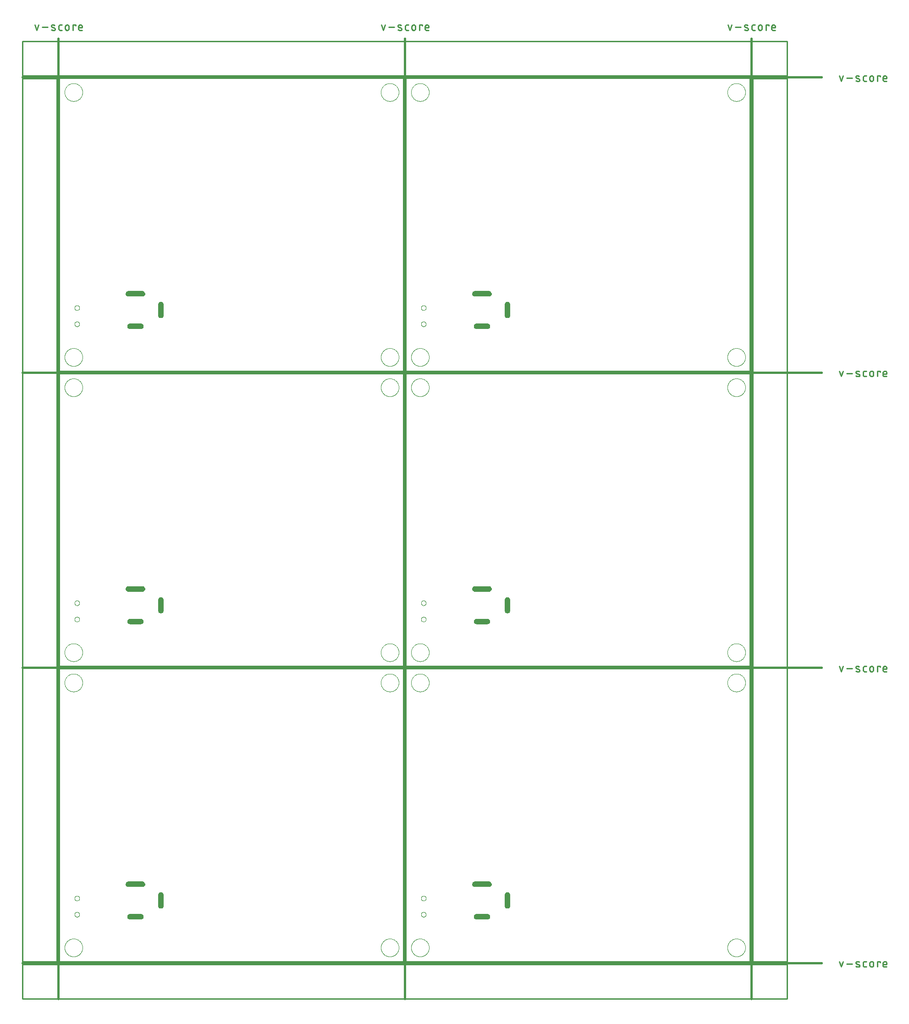
<source format=gko>
G04 EAGLE Gerber RS-274X export*
G75*
%MOMM*%
%FSLAX34Y34*%
%LPD*%
%IN*%
%IPPOS*%
%AMOC8*
5,1,8,0,0,1.08239X$1,22.5*%
G01*
%ADD10C,0.203200*%
%ADD11C,0.381000*%
%ADD12C,0.279400*%
%ADD13C,0.254000*%
%ADD14C,0.000000*%

G36*
X792783Y1227163D02*
X792783Y1227163D01*
X792786Y1227161D01*
X793898Y1227286D01*
X793904Y1227292D01*
X793909Y1227289D01*
X794966Y1227659D01*
X794970Y1227666D01*
X794976Y1227663D01*
X795924Y1228259D01*
X795927Y1228267D01*
X795932Y1228266D01*
X796724Y1229058D01*
X796725Y1229066D01*
X796731Y1229066D01*
X797327Y1230014D01*
X797326Y1230023D01*
X797331Y1230024D01*
X797701Y1231081D01*
X797700Y1231085D01*
X797702Y1231087D01*
X797700Y1231090D01*
X797704Y1231092D01*
X797829Y1232205D01*
X797825Y1232212D01*
X797829Y1232216D01*
X797704Y1233328D01*
X797698Y1233334D01*
X797701Y1233339D01*
X797331Y1234396D01*
X797325Y1234400D01*
X797327Y1234406D01*
X796731Y1235354D01*
X796723Y1235357D01*
X796724Y1235362D01*
X795932Y1236154D01*
X795924Y1236155D01*
X795924Y1236161D01*
X794976Y1236757D01*
X794967Y1236756D01*
X794966Y1236761D01*
X793909Y1237131D01*
X793901Y1237129D01*
X793898Y1237134D01*
X792786Y1237259D01*
X792782Y1237257D01*
X792780Y1237259D01*
X766780Y1237259D01*
X766777Y1237257D01*
X766776Y1237257D01*
X766775Y1237259D01*
X765662Y1237134D01*
X765656Y1237128D01*
X765651Y1237131D01*
X764594Y1236761D01*
X764590Y1236755D01*
X764584Y1236757D01*
X763636Y1236161D01*
X763633Y1236153D01*
X763628Y1236154D01*
X762836Y1235362D01*
X762835Y1235354D01*
X762829Y1235354D01*
X762233Y1234406D01*
X762234Y1234397D01*
X762229Y1234396D01*
X761859Y1233339D01*
X761861Y1233333D01*
X761857Y1233330D01*
X761858Y1233329D01*
X761856Y1233328D01*
X761731Y1232216D01*
X761735Y1232208D01*
X761731Y1232205D01*
X761856Y1231092D01*
X761862Y1231086D01*
X761859Y1231081D01*
X762229Y1230024D01*
X762236Y1230020D01*
X762233Y1230014D01*
X762829Y1229066D01*
X762837Y1229063D01*
X762836Y1229058D01*
X763628Y1228266D01*
X763636Y1228265D01*
X763636Y1228259D01*
X764584Y1227663D01*
X764593Y1227664D01*
X764594Y1227659D01*
X765651Y1227289D01*
X765659Y1227291D01*
X765662Y1227286D01*
X766775Y1227161D01*
X766778Y1227163D01*
X766780Y1227161D01*
X792780Y1227161D01*
X792783Y1227163D01*
G37*
G36*
X152703Y1227163D02*
X152703Y1227163D01*
X152706Y1227161D01*
X153818Y1227286D01*
X153824Y1227292D01*
X153829Y1227289D01*
X154886Y1227659D01*
X154890Y1227666D01*
X154896Y1227663D01*
X155844Y1228259D01*
X155847Y1228267D01*
X155852Y1228266D01*
X156644Y1229058D01*
X156645Y1229066D01*
X156651Y1229066D01*
X157247Y1230014D01*
X157246Y1230023D01*
X157251Y1230024D01*
X157621Y1231081D01*
X157620Y1231085D01*
X157622Y1231087D01*
X157620Y1231090D01*
X157624Y1231092D01*
X157749Y1232205D01*
X157745Y1232212D01*
X157749Y1232216D01*
X157624Y1233328D01*
X157618Y1233334D01*
X157621Y1233339D01*
X157251Y1234396D01*
X157245Y1234400D01*
X157247Y1234406D01*
X156651Y1235354D01*
X156643Y1235357D01*
X156644Y1235362D01*
X155852Y1236154D01*
X155844Y1236155D01*
X155844Y1236161D01*
X154896Y1236757D01*
X154887Y1236756D01*
X154886Y1236761D01*
X153829Y1237131D01*
X153821Y1237129D01*
X153818Y1237134D01*
X152706Y1237259D01*
X152702Y1237257D01*
X152700Y1237259D01*
X126700Y1237259D01*
X126697Y1237257D01*
X126696Y1237257D01*
X126695Y1237259D01*
X125582Y1237134D01*
X125576Y1237128D01*
X125571Y1237131D01*
X124514Y1236761D01*
X124510Y1236755D01*
X124504Y1236757D01*
X123556Y1236161D01*
X123553Y1236153D01*
X123548Y1236154D01*
X122756Y1235362D01*
X122755Y1235354D01*
X122749Y1235354D01*
X122153Y1234406D01*
X122154Y1234397D01*
X122149Y1234396D01*
X121779Y1233339D01*
X121781Y1233333D01*
X121777Y1233330D01*
X121778Y1233329D01*
X121776Y1233328D01*
X121651Y1232216D01*
X121655Y1232208D01*
X121651Y1232205D01*
X121776Y1231092D01*
X121782Y1231086D01*
X121779Y1231081D01*
X122149Y1230024D01*
X122156Y1230020D01*
X122153Y1230014D01*
X122749Y1229066D01*
X122757Y1229063D01*
X122756Y1229058D01*
X123548Y1228266D01*
X123556Y1228265D01*
X123556Y1228259D01*
X124504Y1227663D01*
X124513Y1227664D01*
X124514Y1227659D01*
X125571Y1227289D01*
X125579Y1227291D01*
X125582Y1227286D01*
X126695Y1227161D01*
X126698Y1227163D01*
X126700Y1227161D01*
X152700Y1227161D01*
X152703Y1227163D01*
G37*
G36*
X792783Y682333D02*
X792783Y682333D01*
X792786Y682331D01*
X793898Y682456D01*
X793904Y682462D01*
X793909Y682459D01*
X794966Y682829D01*
X794970Y682836D01*
X794976Y682833D01*
X795924Y683429D01*
X795927Y683437D01*
X795932Y683436D01*
X796724Y684228D01*
X796725Y684236D01*
X796731Y684236D01*
X797327Y685184D01*
X797326Y685193D01*
X797331Y685194D01*
X797701Y686251D01*
X797700Y686255D01*
X797702Y686257D01*
X797700Y686260D01*
X797704Y686262D01*
X797829Y687375D01*
X797825Y687382D01*
X797829Y687386D01*
X797704Y688498D01*
X797698Y688504D01*
X797701Y688509D01*
X797331Y689566D01*
X797325Y689570D01*
X797327Y689576D01*
X796731Y690524D01*
X796723Y690527D01*
X796724Y690532D01*
X795932Y691324D01*
X795924Y691325D01*
X795924Y691331D01*
X794976Y691927D01*
X794967Y691926D01*
X794966Y691931D01*
X793909Y692301D01*
X793901Y692299D01*
X793898Y692304D01*
X792786Y692429D01*
X792782Y692427D01*
X792780Y692429D01*
X766780Y692429D01*
X766777Y692427D01*
X766776Y692427D01*
X766775Y692429D01*
X765662Y692304D01*
X765656Y692298D01*
X765651Y692301D01*
X764594Y691931D01*
X764590Y691925D01*
X764584Y691927D01*
X763636Y691331D01*
X763633Y691323D01*
X763628Y691324D01*
X762836Y690532D01*
X762835Y690524D01*
X762829Y690524D01*
X762233Y689576D01*
X762234Y689567D01*
X762229Y689566D01*
X761859Y688509D01*
X761861Y688503D01*
X761857Y688500D01*
X761858Y688499D01*
X761856Y688498D01*
X761731Y687386D01*
X761735Y687378D01*
X761731Y687375D01*
X761856Y686262D01*
X761862Y686256D01*
X761859Y686251D01*
X762229Y685194D01*
X762236Y685190D01*
X762233Y685184D01*
X762829Y684236D01*
X762837Y684233D01*
X762836Y684228D01*
X763628Y683436D01*
X763636Y683435D01*
X763636Y683429D01*
X764584Y682833D01*
X764593Y682834D01*
X764594Y682829D01*
X765651Y682459D01*
X765659Y682461D01*
X765662Y682456D01*
X766775Y682331D01*
X766778Y682333D01*
X766780Y682331D01*
X792780Y682331D01*
X792783Y682333D01*
G37*
G36*
X152703Y682333D02*
X152703Y682333D01*
X152706Y682331D01*
X153818Y682456D01*
X153824Y682462D01*
X153829Y682459D01*
X154886Y682829D01*
X154890Y682836D01*
X154896Y682833D01*
X155844Y683429D01*
X155847Y683437D01*
X155852Y683436D01*
X156644Y684228D01*
X156645Y684236D01*
X156651Y684236D01*
X157247Y685184D01*
X157246Y685193D01*
X157251Y685194D01*
X157621Y686251D01*
X157620Y686255D01*
X157622Y686257D01*
X157620Y686260D01*
X157624Y686262D01*
X157749Y687375D01*
X157745Y687382D01*
X157749Y687386D01*
X157624Y688498D01*
X157618Y688504D01*
X157621Y688509D01*
X157251Y689566D01*
X157245Y689570D01*
X157247Y689576D01*
X156651Y690524D01*
X156643Y690527D01*
X156644Y690532D01*
X155852Y691324D01*
X155844Y691325D01*
X155844Y691331D01*
X154896Y691927D01*
X154887Y691926D01*
X154886Y691931D01*
X153829Y692301D01*
X153821Y692299D01*
X153818Y692304D01*
X152706Y692429D01*
X152702Y692427D01*
X152700Y692429D01*
X126700Y692429D01*
X126697Y692427D01*
X126696Y692427D01*
X126695Y692429D01*
X125582Y692304D01*
X125576Y692298D01*
X125571Y692301D01*
X124514Y691931D01*
X124510Y691925D01*
X124504Y691927D01*
X123556Y691331D01*
X123553Y691323D01*
X123548Y691324D01*
X122756Y690532D01*
X122755Y690524D01*
X122749Y690524D01*
X122153Y689576D01*
X122154Y689567D01*
X122149Y689566D01*
X121779Y688509D01*
X121781Y688503D01*
X121777Y688500D01*
X121778Y688499D01*
X121776Y688498D01*
X121651Y687386D01*
X121655Y687378D01*
X121651Y687375D01*
X121776Y686262D01*
X121782Y686256D01*
X121779Y686251D01*
X122149Y685194D01*
X122156Y685190D01*
X122153Y685184D01*
X122749Y684236D01*
X122757Y684233D01*
X122756Y684228D01*
X123548Y683436D01*
X123556Y683435D01*
X123556Y683429D01*
X124504Y682833D01*
X124513Y682834D01*
X124514Y682829D01*
X125571Y682459D01*
X125579Y682461D01*
X125582Y682456D01*
X126695Y682331D01*
X126698Y682333D01*
X126700Y682331D01*
X152700Y682331D01*
X152703Y682333D01*
G37*
G36*
X792783Y137503D02*
X792783Y137503D01*
X792786Y137501D01*
X793898Y137626D01*
X793904Y137632D01*
X793909Y137629D01*
X794966Y137999D01*
X794970Y138006D01*
X794976Y138003D01*
X795924Y138599D01*
X795927Y138607D01*
X795932Y138606D01*
X796724Y139398D01*
X796725Y139406D01*
X796731Y139406D01*
X797327Y140354D01*
X797326Y140363D01*
X797331Y140364D01*
X797701Y141421D01*
X797700Y141425D01*
X797702Y141427D01*
X797700Y141430D01*
X797704Y141432D01*
X797829Y142545D01*
X797825Y142552D01*
X797829Y142556D01*
X797704Y143668D01*
X797698Y143674D01*
X797701Y143679D01*
X797331Y144736D01*
X797325Y144740D01*
X797327Y144746D01*
X796731Y145694D01*
X796723Y145697D01*
X796724Y145702D01*
X795932Y146494D01*
X795924Y146495D01*
X795924Y146501D01*
X794976Y147097D01*
X794967Y147096D01*
X794966Y147101D01*
X793909Y147471D01*
X793901Y147469D01*
X793898Y147474D01*
X792786Y147599D01*
X792782Y147597D01*
X792780Y147599D01*
X766780Y147599D01*
X766777Y147597D01*
X766776Y147597D01*
X766775Y147599D01*
X765662Y147474D01*
X765656Y147468D01*
X765651Y147471D01*
X764594Y147101D01*
X764590Y147095D01*
X764584Y147097D01*
X763636Y146501D01*
X763633Y146493D01*
X763628Y146494D01*
X762836Y145702D01*
X762835Y145694D01*
X762829Y145694D01*
X762233Y144746D01*
X762234Y144737D01*
X762229Y144736D01*
X761859Y143679D01*
X761861Y143673D01*
X761857Y143670D01*
X761858Y143669D01*
X761856Y143668D01*
X761731Y142556D01*
X761735Y142548D01*
X761731Y142545D01*
X761856Y141432D01*
X761862Y141426D01*
X761859Y141421D01*
X762229Y140364D01*
X762236Y140360D01*
X762233Y140354D01*
X762829Y139406D01*
X762837Y139403D01*
X762836Y139398D01*
X763628Y138606D01*
X763636Y138605D01*
X763636Y138599D01*
X764584Y138003D01*
X764593Y138004D01*
X764594Y137999D01*
X765651Y137629D01*
X765659Y137631D01*
X765662Y137626D01*
X766775Y137501D01*
X766778Y137503D01*
X766780Y137501D01*
X792780Y137501D01*
X792783Y137503D01*
G37*
G36*
X152703Y137503D02*
X152703Y137503D01*
X152706Y137501D01*
X153818Y137626D01*
X153824Y137632D01*
X153829Y137629D01*
X154886Y137999D01*
X154890Y138006D01*
X154896Y138003D01*
X155844Y138599D01*
X155847Y138607D01*
X155852Y138606D01*
X156644Y139398D01*
X156645Y139406D01*
X156651Y139406D01*
X157247Y140354D01*
X157246Y140363D01*
X157251Y140364D01*
X157621Y141421D01*
X157620Y141425D01*
X157622Y141427D01*
X157620Y141430D01*
X157624Y141432D01*
X157749Y142545D01*
X157745Y142552D01*
X157749Y142556D01*
X157624Y143668D01*
X157618Y143674D01*
X157621Y143679D01*
X157251Y144736D01*
X157245Y144740D01*
X157247Y144746D01*
X156651Y145694D01*
X156643Y145697D01*
X156644Y145702D01*
X155852Y146494D01*
X155844Y146495D01*
X155844Y146501D01*
X154896Y147097D01*
X154887Y147096D01*
X154886Y147101D01*
X153829Y147471D01*
X153821Y147469D01*
X153818Y147474D01*
X152706Y147599D01*
X152702Y147597D01*
X152700Y147599D01*
X126700Y147599D01*
X126697Y147597D01*
X126696Y147597D01*
X126695Y147599D01*
X125582Y147474D01*
X125576Y147468D01*
X125571Y147471D01*
X124514Y147101D01*
X124510Y147095D01*
X124504Y147097D01*
X123556Y146501D01*
X123553Y146493D01*
X123548Y146494D01*
X122756Y145702D01*
X122755Y145694D01*
X122749Y145694D01*
X122153Y144746D01*
X122154Y144737D01*
X122149Y144736D01*
X121779Y143679D01*
X121781Y143673D01*
X121777Y143670D01*
X121778Y143669D01*
X121776Y143668D01*
X121651Y142556D01*
X121655Y142548D01*
X121651Y142545D01*
X121776Y141432D01*
X121782Y141426D01*
X121779Y141421D01*
X122149Y140364D01*
X122156Y140360D01*
X122153Y140354D01*
X122749Y139406D01*
X122757Y139403D01*
X122756Y139398D01*
X123548Y138606D01*
X123556Y138605D01*
X123556Y138599D01*
X124504Y138003D01*
X124513Y138004D01*
X124514Y137999D01*
X125571Y137629D01*
X125579Y137631D01*
X125582Y137626D01*
X126695Y137501D01*
X126698Y137503D01*
X126700Y137501D01*
X152700Y137501D01*
X152703Y137503D01*
G37*
G36*
X789783Y1167163D02*
X789783Y1167163D01*
X789786Y1167161D01*
X790898Y1167286D01*
X790904Y1167292D01*
X790909Y1167289D01*
X791966Y1167659D01*
X791970Y1167666D01*
X791976Y1167663D01*
X792924Y1168259D01*
X792927Y1168267D01*
X792932Y1168266D01*
X793724Y1169058D01*
X793725Y1169066D01*
X793731Y1169066D01*
X794327Y1170014D01*
X794326Y1170023D01*
X794331Y1170024D01*
X794701Y1171081D01*
X794700Y1171085D01*
X794702Y1171087D01*
X794700Y1171090D01*
X794704Y1171092D01*
X794829Y1172205D01*
X794825Y1172212D01*
X794829Y1172216D01*
X794704Y1173328D01*
X794698Y1173334D01*
X794701Y1173339D01*
X794331Y1174396D01*
X794325Y1174400D01*
X794327Y1174406D01*
X793731Y1175354D01*
X793723Y1175357D01*
X793724Y1175362D01*
X792932Y1176154D01*
X792924Y1176155D01*
X792924Y1176161D01*
X791976Y1176757D01*
X791967Y1176756D01*
X791966Y1176761D01*
X790909Y1177131D01*
X790901Y1177129D01*
X790898Y1177134D01*
X789786Y1177259D01*
X789782Y1177257D01*
X789780Y1177259D01*
X769780Y1177259D01*
X769777Y1177257D01*
X769776Y1177257D01*
X769775Y1177259D01*
X768662Y1177134D01*
X768656Y1177128D01*
X768651Y1177131D01*
X767594Y1176761D01*
X767590Y1176755D01*
X767584Y1176757D01*
X766636Y1176161D01*
X766633Y1176153D01*
X766628Y1176154D01*
X765836Y1175362D01*
X765835Y1175354D01*
X765829Y1175354D01*
X765233Y1174406D01*
X765234Y1174397D01*
X765229Y1174396D01*
X764859Y1173339D01*
X764861Y1173333D01*
X764857Y1173330D01*
X764858Y1173329D01*
X764856Y1173328D01*
X764731Y1172216D01*
X764735Y1172208D01*
X764731Y1172205D01*
X764856Y1171092D01*
X764862Y1171086D01*
X764859Y1171081D01*
X765229Y1170024D01*
X765236Y1170020D01*
X765233Y1170014D01*
X765829Y1169066D01*
X765837Y1169063D01*
X765836Y1169058D01*
X766628Y1168266D01*
X766636Y1168265D01*
X766636Y1168259D01*
X767584Y1167663D01*
X767593Y1167664D01*
X767594Y1167659D01*
X768651Y1167289D01*
X768659Y1167291D01*
X768662Y1167286D01*
X769775Y1167161D01*
X769778Y1167163D01*
X769780Y1167161D01*
X789780Y1167161D01*
X789783Y1167163D01*
G37*
G36*
X149703Y1167163D02*
X149703Y1167163D01*
X149706Y1167161D01*
X150818Y1167286D01*
X150824Y1167292D01*
X150829Y1167289D01*
X151886Y1167659D01*
X151890Y1167666D01*
X151896Y1167663D01*
X152844Y1168259D01*
X152847Y1168267D01*
X152852Y1168266D01*
X153644Y1169058D01*
X153645Y1169066D01*
X153651Y1169066D01*
X154247Y1170014D01*
X154246Y1170023D01*
X154251Y1170024D01*
X154621Y1171081D01*
X154620Y1171085D01*
X154622Y1171087D01*
X154620Y1171090D01*
X154624Y1171092D01*
X154749Y1172205D01*
X154745Y1172212D01*
X154749Y1172216D01*
X154624Y1173328D01*
X154618Y1173334D01*
X154621Y1173339D01*
X154251Y1174396D01*
X154245Y1174400D01*
X154247Y1174406D01*
X153651Y1175354D01*
X153643Y1175357D01*
X153644Y1175362D01*
X152852Y1176154D01*
X152844Y1176155D01*
X152844Y1176161D01*
X151896Y1176757D01*
X151887Y1176756D01*
X151886Y1176761D01*
X150829Y1177131D01*
X150821Y1177129D01*
X150818Y1177134D01*
X149706Y1177259D01*
X149702Y1177257D01*
X149700Y1177259D01*
X129700Y1177259D01*
X129697Y1177257D01*
X129696Y1177257D01*
X129695Y1177259D01*
X128582Y1177134D01*
X128576Y1177128D01*
X128571Y1177131D01*
X127514Y1176761D01*
X127510Y1176755D01*
X127504Y1176757D01*
X126556Y1176161D01*
X126553Y1176153D01*
X126548Y1176154D01*
X125756Y1175362D01*
X125755Y1175354D01*
X125749Y1175354D01*
X125153Y1174406D01*
X125154Y1174397D01*
X125149Y1174396D01*
X124779Y1173339D01*
X124781Y1173333D01*
X124777Y1173330D01*
X124778Y1173329D01*
X124776Y1173328D01*
X124651Y1172216D01*
X124655Y1172208D01*
X124651Y1172205D01*
X124776Y1171092D01*
X124782Y1171086D01*
X124779Y1171081D01*
X125149Y1170024D01*
X125156Y1170020D01*
X125153Y1170014D01*
X125749Y1169066D01*
X125757Y1169063D01*
X125756Y1169058D01*
X126548Y1168266D01*
X126556Y1168265D01*
X126556Y1168259D01*
X127504Y1167663D01*
X127513Y1167664D01*
X127514Y1167659D01*
X128571Y1167289D01*
X128579Y1167291D01*
X128582Y1167286D01*
X129695Y1167161D01*
X129698Y1167163D01*
X129700Y1167161D01*
X149700Y1167161D01*
X149703Y1167163D01*
G37*
G36*
X789783Y622333D02*
X789783Y622333D01*
X789786Y622331D01*
X790898Y622456D01*
X790904Y622462D01*
X790909Y622459D01*
X791966Y622829D01*
X791970Y622836D01*
X791976Y622833D01*
X792924Y623429D01*
X792927Y623437D01*
X792932Y623436D01*
X793724Y624228D01*
X793725Y624236D01*
X793731Y624236D01*
X794327Y625184D01*
X794326Y625193D01*
X794331Y625194D01*
X794701Y626251D01*
X794700Y626255D01*
X794702Y626257D01*
X794700Y626260D01*
X794704Y626262D01*
X794829Y627375D01*
X794825Y627382D01*
X794829Y627386D01*
X794704Y628498D01*
X794698Y628504D01*
X794701Y628509D01*
X794331Y629566D01*
X794325Y629570D01*
X794327Y629576D01*
X793731Y630524D01*
X793723Y630527D01*
X793724Y630532D01*
X792932Y631324D01*
X792924Y631325D01*
X792924Y631331D01*
X791976Y631927D01*
X791967Y631926D01*
X791966Y631931D01*
X790909Y632301D01*
X790901Y632299D01*
X790898Y632304D01*
X789786Y632429D01*
X789782Y632427D01*
X789780Y632429D01*
X769780Y632429D01*
X769777Y632427D01*
X769776Y632427D01*
X769775Y632429D01*
X768662Y632304D01*
X768656Y632298D01*
X768651Y632301D01*
X767594Y631931D01*
X767590Y631925D01*
X767584Y631927D01*
X766636Y631331D01*
X766633Y631323D01*
X766628Y631324D01*
X765836Y630532D01*
X765835Y630524D01*
X765829Y630524D01*
X765233Y629576D01*
X765234Y629567D01*
X765229Y629566D01*
X764859Y628509D01*
X764861Y628503D01*
X764857Y628500D01*
X764858Y628499D01*
X764856Y628498D01*
X764731Y627386D01*
X764735Y627378D01*
X764731Y627375D01*
X764856Y626262D01*
X764862Y626256D01*
X764859Y626251D01*
X765229Y625194D01*
X765236Y625190D01*
X765233Y625184D01*
X765829Y624236D01*
X765837Y624233D01*
X765836Y624228D01*
X766628Y623436D01*
X766636Y623435D01*
X766636Y623429D01*
X767584Y622833D01*
X767593Y622834D01*
X767594Y622829D01*
X768651Y622459D01*
X768659Y622461D01*
X768662Y622456D01*
X769775Y622331D01*
X769778Y622333D01*
X769780Y622331D01*
X789780Y622331D01*
X789783Y622333D01*
G37*
G36*
X149703Y622333D02*
X149703Y622333D01*
X149706Y622331D01*
X150818Y622456D01*
X150824Y622462D01*
X150829Y622459D01*
X151886Y622829D01*
X151890Y622836D01*
X151896Y622833D01*
X152844Y623429D01*
X152847Y623437D01*
X152852Y623436D01*
X153644Y624228D01*
X153645Y624236D01*
X153651Y624236D01*
X154247Y625184D01*
X154246Y625193D01*
X154251Y625194D01*
X154621Y626251D01*
X154620Y626255D01*
X154622Y626257D01*
X154620Y626260D01*
X154624Y626262D01*
X154749Y627375D01*
X154745Y627382D01*
X154749Y627386D01*
X154624Y628498D01*
X154618Y628504D01*
X154621Y628509D01*
X154251Y629566D01*
X154245Y629570D01*
X154247Y629576D01*
X153651Y630524D01*
X153643Y630527D01*
X153644Y630532D01*
X152852Y631324D01*
X152844Y631325D01*
X152844Y631331D01*
X151896Y631927D01*
X151887Y631926D01*
X151886Y631931D01*
X150829Y632301D01*
X150821Y632299D01*
X150818Y632304D01*
X149706Y632429D01*
X149702Y632427D01*
X149700Y632429D01*
X129700Y632429D01*
X129697Y632427D01*
X129696Y632427D01*
X129695Y632429D01*
X128582Y632304D01*
X128576Y632298D01*
X128571Y632301D01*
X127514Y631931D01*
X127510Y631925D01*
X127504Y631927D01*
X126556Y631331D01*
X126553Y631323D01*
X126548Y631324D01*
X125756Y630532D01*
X125755Y630524D01*
X125749Y630524D01*
X125153Y629576D01*
X125154Y629567D01*
X125149Y629566D01*
X124779Y628509D01*
X124781Y628503D01*
X124777Y628500D01*
X124778Y628499D01*
X124776Y628498D01*
X124651Y627386D01*
X124655Y627378D01*
X124651Y627375D01*
X124776Y626262D01*
X124782Y626256D01*
X124779Y626251D01*
X125149Y625194D01*
X125156Y625190D01*
X125153Y625184D01*
X125749Y624236D01*
X125757Y624233D01*
X125756Y624228D01*
X126548Y623436D01*
X126556Y623435D01*
X126556Y623429D01*
X127504Y622833D01*
X127513Y622834D01*
X127514Y622829D01*
X128571Y622459D01*
X128579Y622461D01*
X128582Y622456D01*
X129695Y622331D01*
X129698Y622333D01*
X129700Y622331D01*
X149700Y622331D01*
X149703Y622333D01*
G37*
G36*
X149703Y77503D02*
X149703Y77503D01*
X149706Y77501D01*
X150818Y77626D01*
X150824Y77632D01*
X150829Y77629D01*
X151886Y77999D01*
X151890Y78006D01*
X151896Y78003D01*
X152844Y78599D01*
X152847Y78607D01*
X152852Y78606D01*
X153644Y79398D01*
X153645Y79406D01*
X153651Y79406D01*
X154247Y80354D01*
X154246Y80363D01*
X154251Y80364D01*
X154621Y81421D01*
X154620Y81425D01*
X154622Y81427D01*
X154620Y81430D01*
X154624Y81432D01*
X154749Y82545D01*
X154745Y82552D01*
X154749Y82556D01*
X154624Y83668D01*
X154618Y83674D01*
X154621Y83679D01*
X154251Y84736D01*
X154245Y84740D01*
X154247Y84746D01*
X153651Y85694D01*
X153643Y85697D01*
X153644Y85702D01*
X152852Y86494D01*
X152844Y86495D01*
X152844Y86501D01*
X151896Y87097D01*
X151887Y87096D01*
X151886Y87101D01*
X150829Y87471D01*
X150821Y87469D01*
X150818Y87474D01*
X149706Y87599D01*
X149702Y87597D01*
X149700Y87599D01*
X129700Y87599D01*
X129697Y87597D01*
X129696Y87597D01*
X129695Y87599D01*
X128582Y87474D01*
X128576Y87468D01*
X128571Y87471D01*
X127514Y87101D01*
X127510Y87095D01*
X127504Y87097D01*
X126556Y86501D01*
X126553Y86493D01*
X126548Y86494D01*
X125756Y85702D01*
X125755Y85694D01*
X125749Y85694D01*
X125153Y84746D01*
X125154Y84737D01*
X125149Y84736D01*
X124779Y83679D01*
X124781Y83673D01*
X124777Y83670D01*
X124778Y83669D01*
X124776Y83668D01*
X124651Y82556D01*
X124655Y82548D01*
X124651Y82545D01*
X124776Y81432D01*
X124782Y81426D01*
X124779Y81421D01*
X125149Y80364D01*
X125156Y80360D01*
X125153Y80354D01*
X125749Y79406D01*
X125757Y79403D01*
X125756Y79398D01*
X126548Y78606D01*
X126556Y78605D01*
X126556Y78599D01*
X127504Y78003D01*
X127513Y78004D01*
X127514Y77999D01*
X128571Y77629D01*
X128579Y77631D01*
X128582Y77626D01*
X129695Y77501D01*
X129698Y77503D01*
X129700Y77501D01*
X149700Y77501D01*
X149703Y77503D01*
G37*
G36*
X789783Y77503D02*
X789783Y77503D01*
X789786Y77501D01*
X790898Y77626D01*
X790904Y77632D01*
X790909Y77629D01*
X791966Y77999D01*
X791970Y78006D01*
X791976Y78003D01*
X792924Y78599D01*
X792927Y78607D01*
X792932Y78606D01*
X793724Y79398D01*
X793725Y79406D01*
X793731Y79406D01*
X794327Y80354D01*
X794326Y80363D01*
X794331Y80364D01*
X794701Y81421D01*
X794700Y81425D01*
X794702Y81427D01*
X794700Y81430D01*
X794704Y81432D01*
X794829Y82545D01*
X794825Y82552D01*
X794829Y82556D01*
X794704Y83668D01*
X794698Y83674D01*
X794701Y83679D01*
X794331Y84736D01*
X794325Y84740D01*
X794327Y84746D01*
X793731Y85694D01*
X793723Y85697D01*
X793724Y85702D01*
X792932Y86494D01*
X792924Y86495D01*
X792924Y86501D01*
X791976Y87097D01*
X791967Y87096D01*
X791966Y87101D01*
X790909Y87471D01*
X790901Y87469D01*
X790898Y87474D01*
X789786Y87599D01*
X789782Y87597D01*
X789780Y87599D01*
X769780Y87599D01*
X769777Y87597D01*
X769776Y87597D01*
X769775Y87599D01*
X768662Y87474D01*
X768656Y87468D01*
X768651Y87471D01*
X767594Y87101D01*
X767590Y87095D01*
X767584Y87097D01*
X766636Y86501D01*
X766633Y86493D01*
X766628Y86494D01*
X765836Y85702D01*
X765835Y85694D01*
X765829Y85694D01*
X765233Y84746D01*
X765234Y84737D01*
X765229Y84736D01*
X764859Y83679D01*
X764861Y83673D01*
X764857Y83670D01*
X764858Y83669D01*
X764856Y83668D01*
X764731Y82556D01*
X764735Y82548D01*
X764731Y82545D01*
X764856Y81432D01*
X764862Y81426D01*
X764859Y81421D01*
X765229Y80364D01*
X765236Y80360D01*
X765233Y80354D01*
X765829Y79406D01*
X765837Y79403D01*
X765836Y79398D01*
X766628Y78606D01*
X766636Y78605D01*
X766636Y78599D01*
X767584Y78003D01*
X767593Y78004D01*
X767594Y77999D01*
X768651Y77629D01*
X768659Y77631D01*
X768662Y77626D01*
X769775Y77501D01*
X769778Y77503D01*
X769780Y77501D01*
X789780Y77501D01*
X789783Y77503D01*
G37*
G36*
X187818Y1187286D02*
X187818Y1187286D01*
X187824Y1187292D01*
X187829Y1187289D01*
X188886Y1187659D01*
X188890Y1187666D01*
X188896Y1187663D01*
X189844Y1188259D01*
X189847Y1188267D01*
X189852Y1188266D01*
X190644Y1189058D01*
X190645Y1189066D01*
X190651Y1189066D01*
X191247Y1190014D01*
X191246Y1190023D01*
X191251Y1190024D01*
X191621Y1191081D01*
X191620Y1191085D01*
X191622Y1191087D01*
X191620Y1191090D01*
X191624Y1191092D01*
X191749Y1192205D01*
X191747Y1192208D01*
X191749Y1192210D01*
X191749Y1212210D01*
X191747Y1212213D01*
X191749Y1212216D01*
X191624Y1213328D01*
X191618Y1213334D01*
X191621Y1213339D01*
X191251Y1214396D01*
X191245Y1214400D01*
X191247Y1214406D01*
X190651Y1215354D01*
X190643Y1215357D01*
X190644Y1215362D01*
X189852Y1216154D01*
X189844Y1216155D01*
X189844Y1216161D01*
X188896Y1216757D01*
X188887Y1216756D01*
X188886Y1216761D01*
X187829Y1217131D01*
X187821Y1217129D01*
X187818Y1217134D01*
X186706Y1217259D01*
X186698Y1217255D01*
X186695Y1217259D01*
X185582Y1217134D01*
X185576Y1217128D01*
X185571Y1217131D01*
X184514Y1216761D01*
X184510Y1216755D01*
X184504Y1216757D01*
X183556Y1216161D01*
X183553Y1216153D01*
X183548Y1216154D01*
X182756Y1215362D01*
X182755Y1215354D01*
X182749Y1215354D01*
X182153Y1214406D01*
X182154Y1214397D01*
X182149Y1214396D01*
X181779Y1213339D01*
X181781Y1213331D01*
X181776Y1213328D01*
X181651Y1212216D01*
X181653Y1212212D01*
X181651Y1212210D01*
X181651Y1192210D01*
X181653Y1192207D01*
X181651Y1192205D01*
X181776Y1191092D01*
X181782Y1191086D01*
X181779Y1191081D01*
X182149Y1190024D01*
X182156Y1190020D01*
X182153Y1190014D01*
X182749Y1189066D01*
X182757Y1189063D01*
X182756Y1189058D01*
X183548Y1188266D01*
X183556Y1188265D01*
X183556Y1188259D01*
X184504Y1187663D01*
X184513Y1187664D01*
X184514Y1187659D01*
X185571Y1187289D01*
X185579Y1187291D01*
X185582Y1187286D01*
X186695Y1187161D01*
X186702Y1187165D01*
X186706Y1187161D01*
X187818Y1187286D01*
G37*
G36*
X827898Y1187286D02*
X827898Y1187286D01*
X827904Y1187292D01*
X827909Y1187289D01*
X828966Y1187659D01*
X828970Y1187666D01*
X828976Y1187663D01*
X829924Y1188259D01*
X829927Y1188267D01*
X829932Y1188266D01*
X830724Y1189058D01*
X830725Y1189066D01*
X830731Y1189066D01*
X831327Y1190014D01*
X831326Y1190023D01*
X831331Y1190024D01*
X831701Y1191081D01*
X831700Y1191085D01*
X831702Y1191087D01*
X831700Y1191090D01*
X831704Y1191092D01*
X831829Y1192205D01*
X831827Y1192208D01*
X831829Y1192210D01*
X831829Y1212210D01*
X831827Y1212213D01*
X831829Y1212216D01*
X831704Y1213328D01*
X831698Y1213334D01*
X831701Y1213339D01*
X831331Y1214396D01*
X831325Y1214400D01*
X831327Y1214406D01*
X830731Y1215354D01*
X830723Y1215357D01*
X830724Y1215362D01*
X829932Y1216154D01*
X829924Y1216155D01*
X829924Y1216161D01*
X828976Y1216757D01*
X828967Y1216756D01*
X828966Y1216761D01*
X827909Y1217131D01*
X827901Y1217129D01*
X827898Y1217134D01*
X826786Y1217259D01*
X826778Y1217255D01*
X826775Y1217259D01*
X825662Y1217134D01*
X825656Y1217128D01*
X825651Y1217131D01*
X824594Y1216761D01*
X824590Y1216755D01*
X824584Y1216757D01*
X823636Y1216161D01*
X823633Y1216153D01*
X823628Y1216154D01*
X822836Y1215362D01*
X822835Y1215354D01*
X822829Y1215354D01*
X822233Y1214406D01*
X822234Y1214397D01*
X822229Y1214396D01*
X821859Y1213339D01*
X821861Y1213331D01*
X821856Y1213328D01*
X821731Y1212216D01*
X821733Y1212212D01*
X821731Y1212210D01*
X821731Y1192210D01*
X821733Y1192207D01*
X821731Y1192205D01*
X821856Y1191092D01*
X821862Y1191086D01*
X821859Y1191081D01*
X822229Y1190024D01*
X822236Y1190020D01*
X822233Y1190014D01*
X822829Y1189066D01*
X822837Y1189063D01*
X822836Y1189058D01*
X823628Y1188266D01*
X823636Y1188265D01*
X823636Y1188259D01*
X824584Y1187663D01*
X824593Y1187664D01*
X824594Y1187659D01*
X825651Y1187289D01*
X825659Y1187291D01*
X825662Y1187286D01*
X826775Y1187161D01*
X826782Y1187165D01*
X826786Y1187161D01*
X827898Y1187286D01*
G37*
G36*
X187818Y642456D02*
X187818Y642456D01*
X187824Y642462D01*
X187829Y642459D01*
X188886Y642829D01*
X188890Y642836D01*
X188896Y642833D01*
X189844Y643429D01*
X189847Y643437D01*
X189852Y643436D01*
X190644Y644228D01*
X190645Y644236D01*
X190651Y644236D01*
X191247Y645184D01*
X191246Y645193D01*
X191251Y645194D01*
X191621Y646251D01*
X191620Y646255D01*
X191622Y646257D01*
X191620Y646260D01*
X191624Y646262D01*
X191749Y647375D01*
X191747Y647378D01*
X191749Y647380D01*
X191749Y667380D01*
X191747Y667383D01*
X191749Y667386D01*
X191624Y668498D01*
X191618Y668504D01*
X191621Y668509D01*
X191251Y669566D01*
X191245Y669570D01*
X191247Y669576D01*
X190651Y670524D01*
X190643Y670527D01*
X190644Y670532D01*
X189852Y671324D01*
X189844Y671325D01*
X189844Y671331D01*
X188896Y671927D01*
X188887Y671926D01*
X188886Y671931D01*
X187829Y672301D01*
X187821Y672299D01*
X187818Y672304D01*
X186706Y672429D01*
X186698Y672425D01*
X186695Y672429D01*
X185582Y672304D01*
X185576Y672298D01*
X185571Y672301D01*
X184514Y671931D01*
X184510Y671925D01*
X184504Y671927D01*
X183556Y671331D01*
X183553Y671323D01*
X183548Y671324D01*
X182756Y670532D01*
X182755Y670524D01*
X182749Y670524D01*
X182153Y669576D01*
X182154Y669567D01*
X182149Y669566D01*
X181779Y668509D01*
X181781Y668501D01*
X181776Y668498D01*
X181651Y667386D01*
X181653Y667382D01*
X181651Y667380D01*
X181651Y647380D01*
X181653Y647377D01*
X181651Y647375D01*
X181776Y646262D01*
X181782Y646256D01*
X181779Y646251D01*
X182149Y645194D01*
X182156Y645190D01*
X182153Y645184D01*
X182749Y644236D01*
X182757Y644233D01*
X182756Y644228D01*
X183548Y643436D01*
X183556Y643435D01*
X183556Y643429D01*
X184504Y642833D01*
X184513Y642834D01*
X184514Y642829D01*
X185571Y642459D01*
X185579Y642461D01*
X185582Y642456D01*
X186695Y642331D01*
X186702Y642335D01*
X186706Y642331D01*
X187818Y642456D01*
G37*
G36*
X827898Y642456D02*
X827898Y642456D01*
X827904Y642462D01*
X827909Y642459D01*
X828966Y642829D01*
X828970Y642836D01*
X828976Y642833D01*
X829924Y643429D01*
X829927Y643437D01*
X829932Y643436D01*
X830724Y644228D01*
X830725Y644236D01*
X830731Y644236D01*
X831327Y645184D01*
X831326Y645193D01*
X831331Y645194D01*
X831701Y646251D01*
X831700Y646255D01*
X831702Y646257D01*
X831700Y646260D01*
X831704Y646262D01*
X831829Y647375D01*
X831827Y647378D01*
X831829Y647380D01*
X831829Y667380D01*
X831827Y667383D01*
X831829Y667386D01*
X831704Y668498D01*
X831698Y668504D01*
X831701Y668509D01*
X831331Y669566D01*
X831325Y669570D01*
X831327Y669576D01*
X830731Y670524D01*
X830723Y670527D01*
X830724Y670532D01*
X829932Y671324D01*
X829924Y671325D01*
X829924Y671331D01*
X828976Y671927D01*
X828967Y671926D01*
X828966Y671931D01*
X827909Y672301D01*
X827901Y672299D01*
X827898Y672304D01*
X826786Y672429D01*
X826778Y672425D01*
X826775Y672429D01*
X825662Y672304D01*
X825656Y672298D01*
X825651Y672301D01*
X824594Y671931D01*
X824590Y671925D01*
X824584Y671927D01*
X823636Y671331D01*
X823633Y671323D01*
X823628Y671324D01*
X822836Y670532D01*
X822835Y670524D01*
X822829Y670524D01*
X822233Y669576D01*
X822234Y669567D01*
X822229Y669566D01*
X821859Y668509D01*
X821861Y668501D01*
X821856Y668498D01*
X821731Y667386D01*
X821733Y667382D01*
X821731Y667380D01*
X821731Y647380D01*
X821733Y647377D01*
X821731Y647375D01*
X821856Y646262D01*
X821862Y646256D01*
X821859Y646251D01*
X822229Y645194D01*
X822236Y645190D01*
X822233Y645184D01*
X822829Y644236D01*
X822837Y644233D01*
X822836Y644228D01*
X823628Y643436D01*
X823636Y643435D01*
X823636Y643429D01*
X824584Y642833D01*
X824593Y642834D01*
X824594Y642829D01*
X825651Y642459D01*
X825659Y642461D01*
X825662Y642456D01*
X826775Y642331D01*
X826782Y642335D01*
X826786Y642331D01*
X827898Y642456D01*
G37*
G36*
X827898Y97626D02*
X827898Y97626D01*
X827904Y97632D01*
X827909Y97629D01*
X828966Y97999D01*
X828970Y98006D01*
X828976Y98003D01*
X829924Y98599D01*
X829927Y98607D01*
X829932Y98606D01*
X830724Y99398D01*
X830725Y99406D01*
X830731Y99406D01*
X831327Y100354D01*
X831326Y100363D01*
X831331Y100364D01*
X831701Y101421D01*
X831700Y101425D01*
X831702Y101427D01*
X831700Y101430D01*
X831704Y101432D01*
X831829Y102545D01*
X831827Y102548D01*
X831829Y102550D01*
X831829Y122550D01*
X831827Y122553D01*
X831829Y122556D01*
X831704Y123668D01*
X831698Y123674D01*
X831701Y123679D01*
X831331Y124736D01*
X831325Y124740D01*
X831327Y124746D01*
X830731Y125694D01*
X830723Y125697D01*
X830724Y125702D01*
X829932Y126494D01*
X829924Y126495D01*
X829924Y126501D01*
X828976Y127097D01*
X828967Y127096D01*
X828966Y127101D01*
X827909Y127471D01*
X827901Y127469D01*
X827898Y127474D01*
X826786Y127599D01*
X826778Y127595D01*
X826775Y127599D01*
X825662Y127474D01*
X825656Y127468D01*
X825651Y127471D01*
X824594Y127101D01*
X824590Y127095D01*
X824584Y127097D01*
X823636Y126501D01*
X823633Y126493D01*
X823628Y126494D01*
X822836Y125702D01*
X822835Y125694D01*
X822829Y125694D01*
X822233Y124746D01*
X822234Y124737D01*
X822229Y124736D01*
X821859Y123679D01*
X821861Y123671D01*
X821856Y123668D01*
X821731Y122556D01*
X821733Y122552D01*
X821731Y122550D01*
X821731Y102550D01*
X821733Y102547D01*
X821731Y102545D01*
X821856Y101432D01*
X821862Y101426D01*
X821859Y101421D01*
X822229Y100364D01*
X822236Y100360D01*
X822233Y100354D01*
X822829Y99406D01*
X822837Y99403D01*
X822836Y99398D01*
X823628Y98606D01*
X823636Y98605D01*
X823636Y98599D01*
X824584Y98003D01*
X824593Y98004D01*
X824594Y97999D01*
X825651Y97629D01*
X825659Y97631D01*
X825662Y97626D01*
X826775Y97501D01*
X826782Y97505D01*
X826786Y97501D01*
X827898Y97626D01*
G37*
G36*
X187818Y97626D02*
X187818Y97626D01*
X187824Y97632D01*
X187829Y97629D01*
X188886Y97999D01*
X188890Y98006D01*
X188896Y98003D01*
X189844Y98599D01*
X189847Y98607D01*
X189852Y98606D01*
X190644Y99398D01*
X190645Y99406D01*
X190651Y99406D01*
X191247Y100354D01*
X191246Y100363D01*
X191251Y100364D01*
X191621Y101421D01*
X191620Y101425D01*
X191622Y101427D01*
X191620Y101430D01*
X191624Y101432D01*
X191749Y102545D01*
X191747Y102548D01*
X191749Y102550D01*
X191749Y122550D01*
X191747Y122553D01*
X191749Y122556D01*
X191624Y123668D01*
X191618Y123674D01*
X191621Y123679D01*
X191251Y124736D01*
X191245Y124740D01*
X191247Y124746D01*
X190651Y125694D01*
X190643Y125697D01*
X190644Y125702D01*
X189852Y126494D01*
X189844Y126495D01*
X189844Y126501D01*
X188896Y127097D01*
X188887Y127096D01*
X188886Y127101D01*
X187829Y127471D01*
X187821Y127469D01*
X187818Y127474D01*
X186706Y127599D01*
X186698Y127595D01*
X186695Y127599D01*
X185582Y127474D01*
X185576Y127468D01*
X185571Y127471D01*
X184514Y127101D01*
X184510Y127095D01*
X184504Y127097D01*
X183556Y126501D01*
X183553Y126493D01*
X183548Y126494D01*
X182756Y125702D01*
X182755Y125694D01*
X182749Y125694D01*
X182153Y124746D01*
X182154Y124737D01*
X182149Y124736D01*
X181779Y123679D01*
X181781Y123671D01*
X181776Y123668D01*
X181651Y122556D01*
X181653Y122552D01*
X181651Y122550D01*
X181651Y102550D01*
X181653Y102547D01*
X181651Y102545D01*
X181776Y101432D01*
X181782Y101426D01*
X181779Y101421D01*
X182149Y100364D01*
X182156Y100360D01*
X182153Y100354D01*
X182749Y99406D01*
X182757Y99403D01*
X182756Y99398D01*
X183548Y98606D01*
X183556Y98605D01*
X183556Y98599D01*
X184504Y98003D01*
X184513Y98004D01*
X184514Y97999D01*
X185571Y97629D01*
X185579Y97631D01*
X185582Y97626D01*
X186695Y97501D01*
X186702Y97505D01*
X186706Y97501D01*
X187818Y97626D01*
G37*
D10*
X0Y0D02*
X635000Y0D01*
X635000Y539750D01*
X0Y539750D01*
X0Y0D01*
X640080Y0D02*
X1275080Y0D01*
X1275080Y539750D01*
X640080Y539750D01*
X640080Y0D01*
X635000Y544830D02*
X0Y544830D01*
X635000Y544830D02*
X635000Y1084580D01*
X0Y1084580D01*
X0Y544830D01*
X640080Y544830D02*
X1275080Y544830D01*
X1275080Y1084580D01*
X640080Y1084580D01*
X640080Y544830D01*
X635000Y1089660D02*
X0Y1089660D01*
X635000Y1089660D02*
X635000Y1629410D01*
X0Y1629410D01*
X0Y1089660D01*
X640080Y1089660D02*
X1275080Y1089660D01*
X1275080Y1629410D01*
X640080Y1629410D01*
X640080Y1089660D01*
D11*
X-2540Y1703070D02*
X-2540Y-68580D01*
D12*
X-42921Y1718437D02*
X-46251Y1728428D01*
X-39590Y1728428D02*
X-42921Y1718437D01*
X-32806Y1724265D02*
X-22815Y1724265D01*
X-14261Y1724265D02*
X-10098Y1722600D01*
X-14261Y1724264D02*
X-14346Y1724300D01*
X-14429Y1724340D01*
X-14510Y1724383D01*
X-14590Y1724430D01*
X-14667Y1724480D01*
X-14743Y1724533D01*
X-14816Y1724589D01*
X-14886Y1724649D01*
X-14954Y1724711D01*
X-15019Y1724776D01*
X-15081Y1724844D01*
X-15141Y1724915D01*
X-15197Y1724988D01*
X-15250Y1725063D01*
X-15300Y1725141D01*
X-15346Y1725220D01*
X-15389Y1725302D01*
X-15429Y1725385D01*
X-15465Y1725470D01*
X-15497Y1725556D01*
X-15526Y1725644D01*
X-15550Y1725733D01*
X-15571Y1725823D01*
X-15588Y1725913D01*
X-15602Y1726004D01*
X-15611Y1726096D01*
X-15616Y1726188D01*
X-15618Y1726280D01*
X-15616Y1726372D01*
X-15609Y1726464D01*
X-15599Y1726556D01*
X-15585Y1726647D01*
X-15567Y1726738D01*
X-15545Y1726827D01*
X-15519Y1726916D01*
X-15489Y1727003D01*
X-15456Y1727089D01*
X-15419Y1727173D01*
X-15379Y1727256D01*
X-15335Y1727337D01*
X-15288Y1727416D01*
X-15237Y1727493D01*
X-15183Y1727568D01*
X-15126Y1727641D01*
X-15066Y1727711D01*
X-15003Y1727778D01*
X-14937Y1727842D01*
X-14869Y1727904D01*
X-14798Y1727963D01*
X-14724Y1728018D01*
X-14648Y1728071D01*
X-14570Y1728120D01*
X-14490Y1728166D01*
X-14409Y1728208D01*
X-14325Y1728247D01*
X-14240Y1728282D01*
X-14153Y1728313D01*
X-14065Y1728341D01*
X-13976Y1728365D01*
X-13886Y1728385D01*
X-13796Y1728402D01*
X-13704Y1728414D01*
X-13612Y1728423D01*
X-13520Y1728427D01*
X-13428Y1728428D01*
X-13201Y1728422D01*
X-12974Y1728411D01*
X-12747Y1728394D01*
X-12521Y1728371D01*
X-12295Y1728344D01*
X-12070Y1728310D01*
X-11846Y1728272D01*
X-11623Y1728228D01*
X-11401Y1728179D01*
X-11180Y1728124D01*
X-10961Y1728064D01*
X-10743Y1727999D01*
X-10527Y1727928D01*
X-10313Y1727853D01*
X-10100Y1727772D01*
X-9890Y1727686D01*
X-9681Y1727595D01*
X-10098Y1722600D02*
X-10013Y1722564D01*
X-9930Y1722524D01*
X-9849Y1722481D01*
X-9769Y1722434D01*
X-9692Y1722384D01*
X-9616Y1722331D01*
X-9543Y1722275D01*
X-9473Y1722215D01*
X-9405Y1722153D01*
X-9340Y1722088D01*
X-9278Y1722020D01*
X-9218Y1721949D01*
X-9162Y1721876D01*
X-9109Y1721801D01*
X-9059Y1721723D01*
X-9013Y1721644D01*
X-8970Y1721562D01*
X-8930Y1721479D01*
X-8894Y1721394D01*
X-8862Y1721308D01*
X-8833Y1721220D01*
X-8809Y1721131D01*
X-8788Y1721041D01*
X-8771Y1720951D01*
X-8757Y1720860D01*
X-8748Y1720768D01*
X-8743Y1720676D01*
X-8741Y1720584D01*
X-8743Y1720492D01*
X-8750Y1720400D01*
X-8760Y1720308D01*
X-8774Y1720217D01*
X-8792Y1720126D01*
X-8814Y1720037D01*
X-8840Y1719948D01*
X-8870Y1719861D01*
X-8903Y1719775D01*
X-8940Y1719691D01*
X-8980Y1719608D01*
X-9024Y1719527D01*
X-9071Y1719448D01*
X-9122Y1719371D01*
X-9176Y1719296D01*
X-9233Y1719223D01*
X-9293Y1719153D01*
X-9356Y1719086D01*
X-9422Y1719022D01*
X-9490Y1718960D01*
X-9561Y1718901D01*
X-9635Y1718846D01*
X-9711Y1718793D01*
X-9789Y1718744D01*
X-9869Y1718698D01*
X-9950Y1718656D01*
X-10034Y1718617D01*
X-10119Y1718582D01*
X-10206Y1718551D01*
X-10294Y1718523D01*
X-10383Y1718499D01*
X-10473Y1718479D01*
X-10563Y1718462D01*
X-10655Y1718450D01*
X-10747Y1718441D01*
X-10839Y1718437D01*
X-10931Y1718436D01*
X-10931Y1718437D02*
X-11265Y1718446D01*
X-11598Y1718463D01*
X-11931Y1718487D01*
X-12264Y1718520D01*
X-12595Y1718560D01*
X-12926Y1718608D01*
X-13255Y1718664D01*
X-13583Y1718727D01*
X-13909Y1718799D01*
X-14233Y1718878D01*
X-14556Y1718964D01*
X-14876Y1719059D01*
X-15194Y1719161D01*
X-15510Y1719270D01*
X562Y1718437D02*
X3892Y1718437D01*
X562Y1718437D02*
X464Y1718439D01*
X366Y1718445D01*
X268Y1718454D01*
X171Y1718468D01*
X75Y1718485D01*
X-21Y1718506D01*
X-116Y1718531D01*
X-210Y1718559D01*
X-303Y1718591D01*
X-394Y1718627D01*
X-484Y1718666D01*
X-572Y1718709D01*
X-659Y1718756D01*
X-743Y1718805D01*
X-826Y1718858D01*
X-906Y1718914D01*
X-985Y1718973D01*
X-1060Y1719036D01*
X-1134Y1719101D01*
X-1204Y1719169D01*
X-1272Y1719239D01*
X-1338Y1719313D01*
X-1400Y1719389D01*
X-1459Y1719467D01*
X-1515Y1719547D01*
X-1568Y1719630D01*
X-1618Y1719714D01*
X-1664Y1719801D01*
X-1707Y1719889D01*
X-1746Y1719979D01*
X-1782Y1720070D01*
X-1814Y1720163D01*
X-1842Y1720257D01*
X-1867Y1720352D01*
X-1888Y1720448D01*
X-1905Y1720544D01*
X-1919Y1720641D01*
X-1928Y1720739D01*
X-1934Y1720837D01*
X-1936Y1720935D01*
X-1936Y1725930D01*
X-1934Y1726028D01*
X-1928Y1726126D01*
X-1919Y1726224D01*
X-1905Y1726321D01*
X-1888Y1726417D01*
X-1867Y1726513D01*
X-1842Y1726608D01*
X-1814Y1726702D01*
X-1782Y1726795D01*
X-1746Y1726886D01*
X-1707Y1726976D01*
X-1664Y1727064D01*
X-1617Y1727151D01*
X-1568Y1727235D01*
X-1515Y1727318D01*
X-1459Y1727398D01*
X-1400Y1727476D01*
X-1337Y1727552D01*
X-1272Y1727626D01*
X-1204Y1727696D01*
X-1134Y1727764D01*
X-1060Y1727829D01*
X-984Y1727892D01*
X-906Y1727951D01*
X-826Y1728007D01*
X-743Y1728060D01*
X-659Y1728109D01*
X-572Y1728156D01*
X-484Y1728199D01*
X-394Y1728238D01*
X-303Y1728274D01*
X-210Y1728306D01*
X-116Y1728334D01*
X-21Y1728359D01*
X75Y1728380D01*
X171Y1728397D01*
X268Y1728411D01*
X366Y1728420D01*
X464Y1728426D01*
X562Y1728428D01*
X3892Y1728428D01*
X10022Y1725097D02*
X10022Y1721767D01*
X10022Y1725097D02*
X10024Y1725211D01*
X10030Y1725324D01*
X10039Y1725438D01*
X10053Y1725550D01*
X10070Y1725663D01*
X10092Y1725775D01*
X10117Y1725885D01*
X10145Y1725995D01*
X10178Y1726104D01*
X10214Y1726212D01*
X10254Y1726319D01*
X10298Y1726424D01*
X10345Y1726527D01*
X10395Y1726629D01*
X10449Y1726729D01*
X10507Y1726827D01*
X10568Y1726923D01*
X10631Y1727017D01*
X10699Y1727109D01*
X10769Y1727199D01*
X10842Y1727285D01*
X10918Y1727370D01*
X10997Y1727452D01*
X11079Y1727531D01*
X11164Y1727607D01*
X11250Y1727680D01*
X11340Y1727750D01*
X11432Y1727818D01*
X11526Y1727881D01*
X11622Y1727942D01*
X11720Y1728000D01*
X11820Y1728054D01*
X11922Y1728104D01*
X12025Y1728151D01*
X12130Y1728195D01*
X12237Y1728235D01*
X12345Y1728271D01*
X12454Y1728304D01*
X12564Y1728332D01*
X12674Y1728357D01*
X12786Y1728379D01*
X12899Y1728396D01*
X13011Y1728410D01*
X13125Y1728419D01*
X13238Y1728425D01*
X13352Y1728427D01*
X13466Y1728425D01*
X13579Y1728419D01*
X13693Y1728410D01*
X13805Y1728396D01*
X13918Y1728379D01*
X14030Y1728357D01*
X14140Y1728332D01*
X14250Y1728304D01*
X14359Y1728271D01*
X14467Y1728235D01*
X14574Y1728195D01*
X14679Y1728151D01*
X14782Y1728104D01*
X14884Y1728054D01*
X14984Y1728000D01*
X15082Y1727942D01*
X15178Y1727881D01*
X15272Y1727818D01*
X15364Y1727750D01*
X15454Y1727680D01*
X15540Y1727607D01*
X15625Y1727531D01*
X15707Y1727452D01*
X15786Y1727370D01*
X15862Y1727285D01*
X15935Y1727199D01*
X16005Y1727109D01*
X16073Y1727017D01*
X16136Y1726923D01*
X16197Y1726827D01*
X16255Y1726729D01*
X16309Y1726629D01*
X16359Y1726527D01*
X16406Y1726424D01*
X16450Y1726319D01*
X16490Y1726212D01*
X16526Y1726104D01*
X16559Y1725995D01*
X16587Y1725885D01*
X16612Y1725775D01*
X16634Y1725663D01*
X16651Y1725550D01*
X16665Y1725438D01*
X16674Y1725324D01*
X16680Y1725211D01*
X16682Y1725097D01*
X16682Y1721767D01*
X16680Y1721653D01*
X16674Y1721540D01*
X16665Y1721426D01*
X16651Y1721314D01*
X16634Y1721201D01*
X16612Y1721089D01*
X16587Y1720979D01*
X16559Y1720869D01*
X16526Y1720760D01*
X16490Y1720652D01*
X16450Y1720545D01*
X16406Y1720440D01*
X16359Y1720337D01*
X16309Y1720235D01*
X16255Y1720135D01*
X16197Y1720037D01*
X16136Y1719941D01*
X16073Y1719847D01*
X16005Y1719755D01*
X15935Y1719665D01*
X15862Y1719579D01*
X15786Y1719494D01*
X15707Y1719412D01*
X15625Y1719333D01*
X15540Y1719257D01*
X15454Y1719184D01*
X15364Y1719114D01*
X15272Y1719046D01*
X15178Y1718983D01*
X15082Y1718922D01*
X14984Y1718864D01*
X14884Y1718810D01*
X14782Y1718760D01*
X14679Y1718713D01*
X14574Y1718669D01*
X14467Y1718629D01*
X14359Y1718593D01*
X14250Y1718560D01*
X14140Y1718532D01*
X14030Y1718507D01*
X13918Y1718485D01*
X13805Y1718468D01*
X13693Y1718454D01*
X13579Y1718445D01*
X13466Y1718439D01*
X13352Y1718437D01*
X13238Y1718439D01*
X13125Y1718445D01*
X13011Y1718454D01*
X12899Y1718468D01*
X12786Y1718485D01*
X12674Y1718507D01*
X12564Y1718532D01*
X12454Y1718560D01*
X12345Y1718593D01*
X12237Y1718629D01*
X12130Y1718669D01*
X12025Y1718713D01*
X11922Y1718760D01*
X11820Y1718810D01*
X11720Y1718864D01*
X11622Y1718922D01*
X11526Y1718983D01*
X11432Y1719046D01*
X11340Y1719114D01*
X11250Y1719184D01*
X11164Y1719257D01*
X11079Y1719333D01*
X10997Y1719412D01*
X10918Y1719494D01*
X10842Y1719579D01*
X10769Y1719665D01*
X10699Y1719755D01*
X10631Y1719847D01*
X10568Y1719941D01*
X10507Y1720037D01*
X10449Y1720135D01*
X10395Y1720235D01*
X10345Y1720337D01*
X10298Y1720440D01*
X10254Y1720545D01*
X10214Y1720652D01*
X10178Y1720760D01*
X10145Y1720869D01*
X10117Y1720979D01*
X10092Y1721089D01*
X10070Y1721201D01*
X10053Y1721314D01*
X10039Y1721426D01*
X10030Y1721540D01*
X10024Y1721653D01*
X10022Y1721767D01*
X24218Y1718437D02*
X24218Y1728428D01*
X29213Y1728428D01*
X29213Y1726763D01*
X37008Y1718437D02*
X41171Y1718437D01*
X37008Y1718437D02*
X36910Y1718439D01*
X36812Y1718445D01*
X36714Y1718454D01*
X36617Y1718468D01*
X36521Y1718485D01*
X36425Y1718506D01*
X36330Y1718531D01*
X36236Y1718559D01*
X36143Y1718591D01*
X36052Y1718627D01*
X35962Y1718666D01*
X35874Y1718709D01*
X35787Y1718756D01*
X35703Y1718805D01*
X35620Y1718858D01*
X35540Y1718914D01*
X35462Y1718973D01*
X35386Y1719036D01*
X35312Y1719101D01*
X35242Y1719169D01*
X35174Y1719239D01*
X35109Y1719313D01*
X35046Y1719389D01*
X34987Y1719467D01*
X34931Y1719547D01*
X34878Y1719630D01*
X34829Y1719714D01*
X34782Y1719801D01*
X34739Y1719889D01*
X34700Y1719979D01*
X34664Y1720070D01*
X34632Y1720163D01*
X34604Y1720257D01*
X34579Y1720352D01*
X34558Y1720448D01*
X34541Y1720544D01*
X34527Y1720641D01*
X34518Y1720739D01*
X34512Y1720837D01*
X34510Y1720935D01*
X34510Y1725097D01*
X34511Y1725097D02*
X34513Y1725211D01*
X34519Y1725324D01*
X34528Y1725438D01*
X34542Y1725550D01*
X34559Y1725663D01*
X34581Y1725775D01*
X34606Y1725885D01*
X34634Y1725995D01*
X34667Y1726104D01*
X34703Y1726212D01*
X34743Y1726319D01*
X34787Y1726424D01*
X34834Y1726527D01*
X34884Y1726629D01*
X34938Y1726729D01*
X34996Y1726827D01*
X35057Y1726923D01*
X35120Y1727017D01*
X35188Y1727109D01*
X35258Y1727199D01*
X35331Y1727285D01*
X35407Y1727370D01*
X35486Y1727452D01*
X35568Y1727531D01*
X35653Y1727607D01*
X35739Y1727680D01*
X35829Y1727750D01*
X35921Y1727818D01*
X36015Y1727881D01*
X36111Y1727942D01*
X36209Y1728000D01*
X36309Y1728054D01*
X36411Y1728104D01*
X36514Y1728151D01*
X36619Y1728195D01*
X36726Y1728235D01*
X36834Y1728271D01*
X36943Y1728304D01*
X37053Y1728332D01*
X37163Y1728357D01*
X37275Y1728379D01*
X37388Y1728396D01*
X37500Y1728410D01*
X37614Y1728419D01*
X37727Y1728425D01*
X37841Y1728427D01*
X37955Y1728425D01*
X38068Y1728419D01*
X38182Y1728410D01*
X38294Y1728396D01*
X38407Y1728379D01*
X38519Y1728357D01*
X38629Y1728332D01*
X38739Y1728304D01*
X38848Y1728271D01*
X38956Y1728235D01*
X39063Y1728195D01*
X39168Y1728151D01*
X39271Y1728104D01*
X39373Y1728054D01*
X39473Y1728000D01*
X39571Y1727942D01*
X39667Y1727881D01*
X39761Y1727818D01*
X39853Y1727750D01*
X39943Y1727680D01*
X40029Y1727607D01*
X40114Y1727531D01*
X40196Y1727452D01*
X40275Y1727370D01*
X40351Y1727285D01*
X40424Y1727199D01*
X40494Y1727109D01*
X40562Y1727017D01*
X40625Y1726923D01*
X40686Y1726827D01*
X40744Y1726729D01*
X40798Y1726629D01*
X40848Y1726527D01*
X40895Y1726424D01*
X40939Y1726319D01*
X40979Y1726212D01*
X41015Y1726104D01*
X41048Y1725995D01*
X41076Y1725885D01*
X41101Y1725775D01*
X41123Y1725663D01*
X41140Y1725550D01*
X41154Y1725438D01*
X41163Y1725324D01*
X41169Y1725211D01*
X41171Y1725097D01*
X41171Y1723432D01*
X34510Y1723432D01*
D11*
X637540Y1703070D02*
X637540Y-68580D01*
D12*
X597159Y1718437D02*
X593829Y1728428D01*
X600490Y1728428D02*
X597159Y1718437D01*
X607274Y1724265D02*
X617265Y1724265D01*
X625819Y1724265D02*
X629982Y1722600D01*
X625819Y1724264D02*
X625734Y1724300D01*
X625651Y1724340D01*
X625570Y1724383D01*
X625490Y1724430D01*
X625413Y1724480D01*
X625337Y1724533D01*
X625264Y1724589D01*
X625194Y1724649D01*
X625126Y1724711D01*
X625061Y1724776D01*
X624999Y1724844D01*
X624939Y1724915D01*
X624883Y1724988D01*
X624830Y1725063D01*
X624780Y1725141D01*
X624734Y1725220D01*
X624691Y1725302D01*
X624651Y1725385D01*
X624615Y1725470D01*
X624583Y1725556D01*
X624554Y1725644D01*
X624530Y1725733D01*
X624509Y1725823D01*
X624492Y1725913D01*
X624478Y1726004D01*
X624469Y1726096D01*
X624464Y1726188D01*
X624462Y1726280D01*
X624464Y1726372D01*
X624471Y1726464D01*
X624481Y1726556D01*
X624495Y1726647D01*
X624513Y1726738D01*
X624535Y1726827D01*
X624561Y1726916D01*
X624591Y1727003D01*
X624624Y1727089D01*
X624661Y1727173D01*
X624701Y1727256D01*
X624745Y1727337D01*
X624792Y1727416D01*
X624843Y1727493D01*
X624897Y1727568D01*
X624954Y1727641D01*
X625014Y1727711D01*
X625077Y1727778D01*
X625143Y1727842D01*
X625211Y1727904D01*
X625282Y1727963D01*
X625356Y1728018D01*
X625432Y1728071D01*
X625510Y1728120D01*
X625590Y1728166D01*
X625671Y1728208D01*
X625755Y1728247D01*
X625840Y1728282D01*
X625927Y1728313D01*
X626015Y1728341D01*
X626104Y1728365D01*
X626194Y1728385D01*
X626284Y1728402D01*
X626376Y1728414D01*
X626468Y1728423D01*
X626560Y1728427D01*
X626652Y1728428D01*
X626879Y1728422D01*
X627106Y1728411D01*
X627333Y1728394D01*
X627559Y1728371D01*
X627785Y1728344D01*
X628010Y1728310D01*
X628234Y1728272D01*
X628457Y1728228D01*
X628679Y1728179D01*
X628900Y1728124D01*
X629119Y1728064D01*
X629337Y1727999D01*
X629553Y1727928D01*
X629767Y1727853D01*
X629980Y1727772D01*
X630190Y1727686D01*
X630399Y1727595D01*
X629982Y1722600D02*
X630067Y1722564D01*
X630150Y1722524D01*
X630231Y1722481D01*
X630311Y1722434D01*
X630388Y1722384D01*
X630464Y1722331D01*
X630537Y1722275D01*
X630607Y1722215D01*
X630675Y1722153D01*
X630740Y1722088D01*
X630802Y1722020D01*
X630862Y1721949D01*
X630918Y1721876D01*
X630971Y1721801D01*
X631021Y1721723D01*
X631067Y1721644D01*
X631110Y1721562D01*
X631150Y1721479D01*
X631186Y1721394D01*
X631218Y1721308D01*
X631247Y1721220D01*
X631271Y1721131D01*
X631292Y1721041D01*
X631309Y1720951D01*
X631323Y1720860D01*
X631332Y1720768D01*
X631337Y1720676D01*
X631339Y1720584D01*
X631337Y1720492D01*
X631330Y1720400D01*
X631320Y1720308D01*
X631306Y1720217D01*
X631288Y1720126D01*
X631266Y1720037D01*
X631240Y1719948D01*
X631210Y1719861D01*
X631177Y1719775D01*
X631140Y1719691D01*
X631100Y1719608D01*
X631056Y1719527D01*
X631009Y1719448D01*
X630958Y1719371D01*
X630904Y1719296D01*
X630847Y1719223D01*
X630787Y1719153D01*
X630724Y1719086D01*
X630658Y1719022D01*
X630590Y1718960D01*
X630519Y1718901D01*
X630445Y1718846D01*
X630369Y1718793D01*
X630291Y1718744D01*
X630211Y1718698D01*
X630130Y1718656D01*
X630046Y1718617D01*
X629961Y1718582D01*
X629874Y1718551D01*
X629786Y1718523D01*
X629697Y1718499D01*
X629607Y1718479D01*
X629517Y1718462D01*
X629425Y1718450D01*
X629333Y1718441D01*
X629241Y1718437D01*
X629149Y1718436D01*
X629149Y1718437D02*
X628815Y1718446D01*
X628482Y1718463D01*
X628149Y1718487D01*
X627816Y1718520D01*
X627485Y1718560D01*
X627154Y1718608D01*
X626825Y1718664D01*
X626497Y1718727D01*
X626171Y1718799D01*
X625847Y1718878D01*
X625524Y1718964D01*
X625204Y1719059D01*
X624886Y1719161D01*
X624570Y1719270D01*
X640642Y1718437D02*
X643972Y1718437D01*
X640642Y1718437D02*
X640544Y1718439D01*
X640446Y1718445D01*
X640348Y1718454D01*
X640251Y1718468D01*
X640155Y1718485D01*
X640059Y1718506D01*
X639964Y1718531D01*
X639870Y1718559D01*
X639777Y1718591D01*
X639686Y1718627D01*
X639596Y1718666D01*
X639508Y1718709D01*
X639421Y1718756D01*
X639337Y1718805D01*
X639254Y1718858D01*
X639174Y1718914D01*
X639096Y1718973D01*
X639020Y1719036D01*
X638946Y1719101D01*
X638876Y1719169D01*
X638808Y1719239D01*
X638743Y1719313D01*
X638680Y1719389D01*
X638621Y1719467D01*
X638565Y1719547D01*
X638512Y1719630D01*
X638463Y1719714D01*
X638416Y1719801D01*
X638373Y1719889D01*
X638334Y1719979D01*
X638298Y1720070D01*
X638266Y1720163D01*
X638238Y1720257D01*
X638213Y1720352D01*
X638192Y1720448D01*
X638175Y1720544D01*
X638161Y1720641D01*
X638152Y1720739D01*
X638146Y1720837D01*
X638144Y1720935D01*
X638144Y1725930D01*
X638146Y1726028D01*
X638152Y1726126D01*
X638161Y1726224D01*
X638175Y1726321D01*
X638192Y1726417D01*
X638213Y1726513D01*
X638238Y1726608D01*
X638266Y1726702D01*
X638298Y1726795D01*
X638334Y1726886D01*
X638373Y1726976D01*
X638416Y1727064D01*
X638463Y1727151D01*
X638512Y1727235D01*
X638565Y1727318D01*
X638621Y1727398D01*
X638680Y1727477D01*
X638743Y1727552D01*
X638808Y1727626D01*
X638876Y1727696D01*
X638946Y1727764D01*
X639020Y1727830D01*
X639096Y1727892D01*
X639174Y1727951D01*
X639254Y1728007D01*
X639337Y1728060D01*
X639421Y1728110D01*
X639508Y1728156D01*
X639596Y1728199D01*
X639686Y1728238D01*
X639777Y1728274D01*
X639870Y1728306D01*
X639964Y1728334D01*
X640059Y1728359D01*
X640155Y1728380D01*
X640251Y1728397D01*
X640348Y1728411D01*
X640446Y1728420D01*
X640544Y1728426D01*
X640642Y1728428D01*
X643972Y1728428D01*
X650102Y1725097D02*
X650102Y1721767D01*
X650102Y1725097D02*
X650104Y1725211D01*
X650110Y1725324D01*
X650119Y1725438D01*
X650133Y1725550D01*
X650150Y1725663D01*
X650172Y1725775D01*
X650197Y1725885D01*
X650225Y1725995D01*
X650258Y1726104D01*
X650294Y1726212D01*
X650334Y1726319D01*
X650378Y1726424D01*
X650425Y1726527D01*
X650475Y1726629D01*
X650529Y1726729D01*
X650587Y1726827D01*
X650648Y1726923D01*
X650711Y1727017D01*
X650779Y1727109D01*
X650849Y1727199D01*
X650922Y1727285D01*
X650998Y1727370D01*
X651077Y1727452D01*
X651159Y1727531D01*
X651244Y1727607D01*
X651330Y1727680D01*
X651420Y1727750D01*
X651512Y1727818D01*
X651606Y1727881D01*
X651702Y1727942D01*
X651800Y1728000D01*
X651900Y1728054D01*
X652002Y1728104D01*
X652105Y1728151D01*
X652210Y1728195D01*
X652317Y1728235D01*
X652425Y1728271D01*
X652534Y1728304D01*
X652644Y1728332D01*
X652754Y1728357D01*
X652866Y1728379D01*
X652979Y1728396D01*
X653091Y1728410D01*
X653205Y1728419D01*
X653318Y1728425D01*
X653432Y1728427D01*
X653546Y1728425D01*
X653659Y1728419D01*
X653773Y1728410D01*
X653885Y1728396D01*
X653998Y1728379D01*
X654110Y1728357D01*
X654220Y1728332D01*
X654330Y1728304D01*
X654439Y1728271D01*
X654547Y1728235D01*
X654654Y1728195D01*
X654759Y1728151D01*
X654862Y1728104D01*
X654964Y1728054D01*
X655064Y1728000D01*
X655162Y1727942D01*
X655258Y1727881D01*
X655352Y1727818D01*
X655444Y1727750D01*
X655534Y1727680D01*
X655620Y1727607D01*
X655705Y1727531D01*
X655787Y1727452D01*
X655866Y1727370D01*
X655942Y1727285D01*
X656015Y1727199D01*
X656085Y1727109D01*
X656153Y1727017D01*
X656216Y1726923D01*
X656277Y1726827D01*
X656335Y1726729D01*
X656389Y1726629D01*
X656439Y1726527D01*
X656486Y1726424D01*
X656530Y1726319D01*
X656570Y1726212D01*
X656606Y1726104D01*
X656639Y1725995D01*
X656667Y1725885D01*
X656692Y1725775D01*
X656714Y1725663D01*
X656731Y1725550D01*
X656745Y1725438D01*
X656754Y1725324D01*
X656760Y1725211D01*
X656762Y1725097D01*
X656762Y1721767D01*
X656760Y1721653D01*
X656754Y1721540D01*
X656745Y1721426D01*
X656731Y1721314D01*
X656714Y1721201D01*
X656692Y1721089D01*
X656667Y1720979D01*
X656639Y1720869D01*
X656606Y1720760D01*
X656570Y1720652D01*
X656530Y1720545D01*
X656486Y1720440D01*
X656439Y1720337D01*
X656389Y1720235D01*
X656335Y1720135D01*
X656277Y1720037D01*
X656216Y1719941D01*
X656153Y1719847D01*
X656085Y1719755D01*
X656015Y1719665D01*
X655942Y1719579D01*
X655866Y1719494D01*
X655787Y1719412D01*
X655705Y1719333D01*
X655620Y1719257D01*
X655534Y1719184D01*
X655444Y1719114D01*
X655352Y1719046D01*
X655258Y1718983D01*
X655162Y1718922D01*
X655064Y1718864D01*
X654964Y1718810D01*
X654862Y1718760D01*
X654759Y1718713D01*
X654654Y1718669D01*
X654547Y1718629D01*
X654439Y1718593D01*
X654330Y1718560D01*
X654220Y1718532D01*
X654110Y1718507D01*
X653998Y1718485D01*
X653885Y1718468D01*
X653773Y1718454D01*
X653659Y1718445D01*
X653546Y1718439D01*
X653432Y1718437D01*
X653318Y1718439D01*
X653205Y1718445D01*
X653091Y1718454D01*
X652979Y1718468D01*
X652866Y1718485D01*
X652754Y1718507D01*
X652644Y1718532D01*
X652534Y1718560D01*
X652425Y1718593D01*
X652317Y1718629D01*
X652210Y1718669D01*
X652105Y1718713D01*
X652002Y1718760D01*
X651900Y1718810D01*
X651800Y1718864D01*
X651702Y1718922D01*
X651606Y1718983D01*
X651512Y1719046D01*
X651420Y1719114D01*
X651330Y1719184D01*
X651244Y1719257D01*
X651159Y1719333D01*
X651077Y1719412D01*
X650998Y1719494D01*
X650922Y1719579D01*
X650849Y1719665D01*
X650779Y1719755D01*
X650711Y1719847D01*
X650648Y1719941D01*
X650587Y1720037D01*
X650529Y1720135D01*
X650475Y1720235D01*
X650425Y1720337D01*
X650378Y1720440D01*
X650334Y1720545D01*
X650294Y1720652D01*
X650258Y1720760D01*
X650225Y1720869D01*
X650197Y1720979D01*
X650172Y1721089D01*
X650150Y1721201D01*
X650133Y1721314D01*
X650119Y1721426D01*
X650110Y1721540D01*
X650104Y1721653D01*
X650102Y1721767D01*
X664298Y1718437D02*
X664298Y1728428D01*
X669293Y1728428D01*
X669293Y1726763D01*
X677088Y1718437D02*
X681251Y1718437D01*
X677088Y1718437D02*
X676990Y1718439D01*
X676892Y1718445D01*
X676794Y1718454D01*
X676697Y1718468D01*
X676601Y1718485D01*
X676505Y1718506D01*
X676410Y1718531D01*
X676316Y1718559D01*
X676223Y1718591D01*
X676132Y1718627D01*
X676042Y1718666D01*
X675954Y1718709D01*
X675867Y1718756D01*
X675783Y1718805D01*
X675700Y1718858D01*
X675620Y1718914D01*
X675542Y1718973D01*
X675466Y1719036D01*
X675392Y1719101D01*
X675322Y1719169D01*
X675254Y1719239D01*
X675189Y1719313D01*
X675126Y1719389D01*
X675067Y1719467D01*
X675011Y1719547D01*
X674958Y1719630D01*
X674909Y1719714D01*
X674862Y1719801D01*
X674819Y1719889D01*
X674780Y1719979D01*
X674744Y1720070D01*
X674712Y1720163D01*
X674684Y1720257D01*
X674659Y1720352D01*
X674638Y1720448D01*
X674621Y1720544D01*
X674607Y1720641D01*
X674598Y1720739D01*
X674592Y1720837D01*
X674590Y1720935D01*
X674590Y1725097D01*
X674591Y1725097D02*
X674593Y1725211D01*
X674599Y1725324D01*
X674608Y1725438D01*
X674622Y1725550D01*
X674639Y1725663D01*
X674661Y1725775D01*
X674686Y1725885D01*
X674714Y1725995D01*
X674747Y1726104D01*
X674783Y1726212D01*
X674823Y1726319D01*
X674867Y1726424D01*
X674914Y1726527D01*
X674964Y1726629D01*
X675018Y1726729D01*
X675076Y1726827D01*
X675137Y1726923D01*
X675200Y1727017D01*
X675268Y1727109D01*
X675338Y1727199D01*
X675411Y1727285D01*
X675487Y1727370D01*
X675566Y1727452D01*
X675648Y1727531D01*
X675733Y1727607D01*
X675819Y1727680D01*
X675909Y1727750D01*
X676001Y1727818D01*
X676095Y1727881D01*
X676191Y1727942D01*
X676289Y1728000D01*
X676389Y1728054D01*
X676491Y1728104D01*
X676594Y1728151D01*
X676699Y1728195D01*
X676806Y1728235D01*
X676914Y1728271D01*
X677023Y1728304D01*
X677133Y1728332D01*
X677243Y1728357D01*
X677355Y1728379D01*
X677468Y1728396D01*
X677580Y1728410D01*
X677694Y1728419D01*
X677807Y1728425D01*
X677921Y1728427D01*
X678035Y1728425D01*
X678148Y1728419D01*
X678262Y1728410D01*
X678374Y1728396D01*
X678487Y1728379D01*
X678599Y1728357D01*
X678709Y1728332D01*
X678819Y1728304D01*
X678928Y1728271D01*
X679036Y1728235D01*
X679143Y1728195D01*
X679248Y1728151D01*
X679351Y1728104D01*
X679453Y1728054D01*
X679553Y1728000D01*
X679651Y1727942D01*
X679747Y1727881D01*
X679841Y1727818D01*
X679933Y1727750D01*
X680023Y1727680D01*
X680109Y1727607D01*
X680194Y1727531D01*
X680276Y1727452D01*
X680355Y1727370D01*
X680431Y1727285D01*
X680504Y1727199D01*
X680574Y1727109D01*
X680642Y1727017D01*
X680705Y1726923D01*
X680766Y1726827D01*
X680824Y1726729D01*
X680878Y1726629D01*
X680928Y1726527D01*
X680975Y1726424D01*
X681019Y1726319D01*
X681059Y1726212D01*
X681095Y1726104D01*
X681128Y1725995D01*
X681156Y1725885D01*
X681181Y1725775D01*
X681203Y1725663D01*
X681220Y1725550D01*
X681234Y1725438D01*
X681243Y1725324D01*
X681249Y1725211D01*
X681251Y1725097D01*
X681251Y1723432D01*
X674590Y1723432D01*
D11*
X1277620Y1703070D02*
X1277620Y-68580D01*
D12*
X1237239Y1718437D02*
X1233909Y1728428D01*
X1240570Y1728428D02*
X1237239Y1718437D01*
X1247354Y1724265D02*
X1257345Y1724265D01*
X1265899Y1724265D02*
X1270062Y1722600D01*
X1265899Y1724264D02*
X1265814Y1724300D01*
X1265731Y1724340D01*
X1265650Y1724383D01*
X1265570Y1724430D01*
X1265493Y1724480D01*
X1265417Y1724533D01*
X1265344Y1724589D01*
X1265274Y1724649D01*
X1265206Y1724711D01*
X1265141Y1724776D01*
X1265079Y1724844D01*
X1265019Y1724915D01*
X1264963Y1724988D01*
X1264910Y1725063D01*
X1264860Y1725141D01*
X1264814Y1725220D01*
X1264771Y1725302D01*
X1264731Y1725385D01*
X1264695Y1725470D01*
X1264663Y1725556D01*
X1264634Y1725644D01*
X1264610Y1725733D01*
X1264589Y1725823D01*
X1264572Y1725913D01*
X1264558Y1726004D01*
X1264549Y1726096D01*
X1264544Y1726188D01*
X1264542Y1726280D01*
X1264544Y1726372D01*
X1264551Y1726464D01*
X1264561Y1726556D01*
X1264575Y1726647D01*
X1264593Y1726738D01*
X1264615Y1726827D01*
X1264641Y1726916D01*
X1264671Y1727003D01*
X1264704Y1727089D01*
X1264741Y1727173D01*
X1264781Y1727256D01*
X1264825Y1727337D01*
X1264872Y1727416D01*
X1264923Y1727493D01*
X1264977Y1727568D01*
X1265034Y1727641D01*
X1265094Y1727711D01*
X1265157Y1727778D01*
X1265223Y1727842D01*
X1265291Y1727904D01*
X1265362Y1727963D01*
X1265436Y1728018D01*
X1265512Y1728071D01*
X1265590Y1728120D01*
X1265670Y1728166D01*
X1265751Y1728208D01*
X1265835Y1728247D01*
X1265920Y1728282D01*
X1266007Y1728313D01*
X1266095Y1728341D01*
X1266184Y1728365D01*
X1266274Y1728385D01*
X1266364Y1728402D01*
X1266456Y1728414D01*
X1266548Y1728423D01*
X1266640Y1728427D01*
X1266732Y1728428D01*
X1266959Y1728422D01*
X1267186Y1728411D01*
X1267413Y1728394D01*
X1267639Y1728371D01*
X1267865Y1728344D01*
X1268090Y1728310D01*
X1268314Y1728272D01*
X1268537Y1728228D01*
X1268759Y1728179D01*
X1268980Y1728124D01*
X1269199Y1728064D01*
X1269417Y1727999D01*
X1269633Y1727928D01*
X1269847Y1727853D01*
X1270060Y1727772D01*
X1270270Y1727686D01*
X1270479Y1727595D01*
X1270062Y1722600D02*
X1270147Y1722564D01*
X1270230Y1722524D01*
X1270311Y1722481D01*
X1270391Y1722434D01*
X1270468Y1722384D01*
X1270544Y1722331D01*
X1270617Y1722275D01*
X1270687Y1722215D01*
X1270755Y1722153D01*
X1270820Y1722088D01*
X1270882Y1722020D01*
X1270942Y1721949D01*
X1270998Y1721876D01*
X1271051Y1721801D01*
X1271101Y1721723D01*
X1271147Y1721644D01*
X1271190Y1721562D01*
X1271230Y1721479D01*
X1271266Y1721394D01*
X1271298Y1721308D01*
X1271327Y1721220D01*
X1271351Y1721131D01*
X1271372Y1721041D01*
X1271389Y1720951D01*
X1271403Y1720860D01*
X1271412Y1720768D01*
X1271417Y1720676D01*
X1271419Y1720584D01*
X1271417Y1720492D01*
X1271410Y1720400D01*
X1271400Y1720308D01*
X1271386Y1720217D01*
X1271368Y1720126D01*
X1271346Y1720037D01*
X1271320Y1719948D01*
X1271290Y1719861D01*
X1271257Y1719775D01*
X1271220Y1719691D01*
X1271180Y1719608D01*
X1271136Y1719527D01*
X1271089Y1719448D01*
X1271038Y1719371D01*
X1270984Y1719296D01*
X1270927Y1719223D01*
X1270867Y1719153D01*
X1270804Y1719086D01*
X1270738Y1719022D01*
X1270670Y1718960D01*
X1270599Y1718901D01*
X1270525Y1718846D01*
X1270449Y1718793D01*
X1270371Y1718744D01*
X1270291Y1718698D01*
X1270210Y1718656D01*
X1270126Y1718617D01*
X1270041Y1718582D01*
X1269954Y1718551D01*
X1269866Y1718523D01*
X1269777Y1718499D01*
X1269687Y1718479D01*
X1269597Y1718462D01*
X1269505Y1718450D01*
X1269413Y1718441D01*
X1269321Y1718437D01*
X1269229Y1718436D01*
X1269229Y1718437D02*
X1268895Y1718446D01*
X1268562Y1718463D01*
X1268229Y1718487D01*
X1267896Y1718520D01*
X1267565Y1718560D01*
X1267234Y1718608D01*
X1266905Y1718664D01*
X1266577Y1718727D01*
X1266251Y1718799D01*
X1265927Y1718878D01*
X1265604Y1718964D01*
X1265284Y1719059D01*
X1264966Y1719161D01*
X1264650Y1719270D01*
X1280722Y1718437D02*
X1284052Y1718437D01*
X1280722Y1718437D02*
X1280624Y1718439D01*
X1280526Y1718445D01*
X1280428Y1718454D01*
X1280331Y1718468D01*
X1280235Y1718485D01*
X1280139Y1718506D01*
X1280044Y1718531D01*
X1279950Y1718559D01*
X1279857Y1718591D01*
X1279766Y1718627D01*
X1279676Y1718666D01*
X1279588Y1718709D01*
X1279501Y1718756D01*
X1279417Y1718805D01*
X1279334Y1718858D01*
X1279254Y1718914D01*
X1279176Y1718973D01*
X1279100Y1719036D01*
X1279026Y1719101D01*
X1278956Y1719169D01*
X1278888Y1719239D01*
X1278823Y1719313D01*
X1278760Y1719389D01*
X1278701Y1719467D01*
X1278645Y1719547D01*
X1278592Y1719630D01*
X1278543Y1719714D01*
X1278496Y1719801D01*
X1278453Y1719889D01*
X1278414Y1719979D01*
X1278378Y1720070D01*
X1278346Y1720163D01*
X1278318Y1720257D01*
X1278293Y1720352D01*
X1278272Y1720448D01*
X1278255Y1720544D01*
X1278241Y1720641D01*
X1278232Y1720739D01*
X1278226Y1720837D01*
X1278224Y1720935D01*
X1278224Y1725930D01*
X1278226Y1726028D01*
X1278232Y1726126D01*
X1278241Y1726224D01*
X1278255Y1726321D01*
X1278272Y1726417D01*
X1278293Y1726513D01*
X1278318Y1726608D01*
X1278346Y1726702D01*
X1278378Y1726795D01*
X1278414Y1726886D01*
X1278453Y1726976D01*
X1278496Y1727064D01*
X1278543Y1727151D01*
X1278592Y1727235D01*
X1278645Y1727318D01*
X1278701Y1727398D01*
X1278760Y1727477D01*
X1278823Y1727552D01*
X1278888Y1727626D01*
X1278956Y1727696D01*
X1279026Y1727764D01*
X1279100Y1727830D01*
X1279176Y1727892D01*
X1279254Y1727951D01*
X1279334Y1728007D01*
X1279417Y1728060D01*
X1279501Y1728110D01*
X1279588Y1728156D01*
X1279676Y1728199D01*
X1279766Y1728238D01*
X1279857Y1728274D01*
X1279950Y1728306D01*
X1280044Y1728334D01*
X1280139Y1728359D01*
X1280235Y1728380D01*
X1280331Y1728397D01*
X1280428Y1728411D01*
X1280526Y1728420D01*
X1280624Y1728426D01*
X1280722Y1728428D01*
X1284052Y1728428D01*
X1290182Y1725097D02*
X1290182Y1721767D01*
X1290182Y1725097D02*
X1290184Y1725211D01*
X1290190Y1725324D01*
X1290199Y1725438D01*
X1290213Y1725550D01*
X1290230Y1725663D01*
X1290252Y1725775D01*
X1290277Y1725885D01*
X1290305Y1725995D01*
X1290338Y1726104D01*
X1290374Y1726212D01*
X1290414Y1726319D01*
X1290458Y1726424D01*
X1290505Y1726527D01*
X1290555Y1726629D01*
X1290609Y1726729D01*
X1290667Y1726827D01*
X1290728Y1726923D01*
X1290791Y1727017D01*
X1290859Y1727109D01*
X1290929Y1727199D01*
X1291002Y1727285D01*
X1291078Y1727370D01*
X1291157Y1727452D01*
X1291239Y1727531D01*
X1291324Y1727607D01*
X1291410Y1727680D01*
X1291500Y1727750D01*
X1291592Y1727818D01*
X1291686Y1727881D01*
X1291782Y1727942D01*
X1291880Y1728000D01*
X1291980Y1728054D01*
X1292082Y1728104D01*
X1292185Y1728151D01*
X1292290Y1728195D01*
X1292397Y1728235D01*
X1292505Y1728271D01*
X1292614Y1728304D01*
X1292724Y1728332D01*
X1292834Y1728357D01*
X1292946Y1728379D01*
X1293059Y1728396D01*
X1293171Y1728410D01*
X1293285Y1728419D01*
X1293398Y1728425D01*
X1293512Y1728427D01*
X1293626Y1728425D01*
X1293739Y1728419D01*
X1293853Y1728410D01*
X1293965Y1728396D01*
X1294078Y1728379D01*
X1294190Y1728357D01*
X1294300Y1728332D01*
X1294410Y1728304D01*
X1294519Y1728271D01*
X1294627Y1728235D01*
X1294734Y1728195D01*
X1294839Y1728151D01*
X1294942Y1728104D01*
X1295044Y1728054D01*
X1295144Y1728000D01*
X1295242Y1727942D01*
X1295338Y1727881D01*
X1295432Y1727818D01*
X1295524Y1727750D01*
X1295614Y1727680D01*
X1295700Y1727607D01*
X1295785Y1727531D01*
X1295867Y1727452D01*
X1295946Y1727370D01*
X1296022Y1727285D01*
X1296095Y1727199D01*
X1296165Y1727109D01*
X1296233Y1727017D01*
X1296296Y1726923D01*
X1296357Y1726827D01*
X1296415Y1726729D01*
X1296469Y1726629D01*
X1296519Y1726527D01*
X1296566Y1726424D01*
X1296610Y1726319D01*
X1296650Y1726212D01*
X1296686Y1726104D01*
X1296719Y1725995D01*
X1296747Y1725885D01*
X1296772Y1725775D01*
X1296794Y1725663D01*
X1296811Y1725550D01*
X1296825Y1725438D01*
X1296834Y1725324D01*
X1296840Y1725211D01*
X1296842Y1725097D01*
X1296842Y1721767D01*
X1296840Y1721653D01*
X1296834Y1721540D01*
X1296825Y1721426D01*
X1296811Y1721314D01*
X1296794Y1721201D01*
X1296772Y1721089D01*
X1296747Y1720979D01*
X1296719Y1720869D01*
X1296686Y1720760D01*
X1296650Y1720652D01*
X1296610Y1720545D01*
X1296566Y1720440D01*
X1296519Y1720337D01*
X1296469Y1720235D01*
X1296415Y1720135D01*
X1296357Y1720037D01*
X1296296Y1719941D01*
X1296233Y1719847D01*
X1296165Y1719755D01*
X1296095Y1719665D01*
X1296022Y1719579D01*
X1295946Y1719494D01*
X1295867Y1719412D01*
X1295785Y1719333D01*
X1295700Y1719257D01*
X1295614Y1719184D01*
X1295524Y1719114D01*
X1295432Y1719046D01*
X1295338Y1718983D01*
X1295242Y1718922D01*
X1295144Y1718864D01*
X1295044Y1718810D01*
X1294942Y1718760D01*
X1294839Y1718713D01*
X1294734Y1718669D01*
X1294627Y1718629D01*
X1294519Y1718593D01*
X1294410Y1718560D01*
X1294300Y1718532D01*
X1294190Y1718507D01*
X1294078Y1718485D01*
X1293965Y1718468D01*
X1293853Y1718454D01*
X1293739Y1718445D01*
X1293626Y1718439D01*
X1293512Y1718437D01*
X1293398Y1718439D01*
X1293285Y1718445D01*
X1293171Y1718454D01*
X1293059Y1718468D01*
X1292946Y1718485D01*
X1292834Y1718507D01*
X1292724Y1718532D01*
X1292614Y1718560D01*
X1292505Y1718593D01*
X1292397Y1718629D01*
X1292290Y1718669D01*
X1292185Y1718713D01*
X1292082Y1718760D01*
X1291980Y1718810D01*
X1291880Y1718864D01*
X1291782Y1718922D01*
X1291686Y1718983D01*
X1291592Y1719046D01*
X1291500Y1719114D01*
X1291410Y1719184D01*
X1291324Y1719257D01*
X1291239Y1719333D01*
X1291157Y1719412D01*
X1291078Y1719494D01*
X1291002Y1719579D01*
X1290929Y1719665D01*
X1290859Y1719755D01*
X1290791Y1719847D01*
X1290728Y1719941D01*
X1290667Y1720037D01*
X1290609Y1720135D01*
X1290555Y1720235D01*
X1290505Y1720337D01*
X1290458Y1720440D01*
X1290414Y1720545D01*
X1290374Y1720652D01*
X1290338Y1720760D01*
X1290305Y1720869D01*
X1290277Y1720979D01*
X1290252Y1721089D01*
X1290230Y1721201D01*
X1290213Y1721314D01*
X1290199Y1721426D01*
X1290190Y1721540D01*
X1290184Y1721653D01*
X1290182Y1721767D01*
X1304378Y1718437D02*
X1304378Y1728428D01*
X1309373Y1728428D01*
X1309373Y1726763D01*
X1317168Y1718437D02*
X1321331Y1718437D01*
X1317168Y1718437D02*
X1317070Y1718439D01*
X1316972Y1718445D01*
X1316874Y1718454D01*
X1316777Y1718468D01*
X1316681Y1718485D01*
X1316585Y1718506D01*
X1316490Y1718531D01*
X1316396Y1718559D01*
X1316303Y1718591D01*
X1316212Y1718627D01*
X1316122Y1718666D01*
X1316034Y1718709D01*
X1315947Y1718756D01*
X1315863Y1718805D01*
X1315780Y1718858D01*
X1315700Y1718914D01*
X1315622Y1718973D01*
X1315546Y1719036D01*
X1315472Y1719101D01*
X1315402Y1719169D01*
X1315334Y1719239D01*
X1315269Y1719313D01*
X1315206Y1719389D01*
X1315147Y1719467D01*
X1315091Y1719547D01*
X1315038Y1719630D01*
X1314989Y1719714D01*
X1314942Y1719801D01*
X1314899Y1719889D01*
X1314860Y1719979D01*
X1314824Y1720070D01*
X1314792Y1720163D01*
X1314764Y1720257D01*
X1314739Y1720352D01*
X1314718Y1720448D01*
X1314701Y1720544D01*
X1314687Y1720641D01*
X1314678Y1720739D01*
X1314672Y1720837D01*
X1314670Y1720935D01*
X1314670Y1725097D01*
X1314671Y1725097D02*
X1314673Y1725211D01*
X1314679Y1725324D01*
X1314688Y1725438D01*
X1314702Y1725550D01*
X1314719Y1725663D01*
X1314741Y1725775D01*
X1314766Y1725885D01*
X1314794Y1725995D01*
X1314827Y1726104D01*
X1314863Y1726212D01*
X1314903Y1726319D01*
X1314947Y1726424D01*
X1314994Y1726527D01*
X1315044Y1726629D01*
X1315098Y1726729D01*
X1315156Y1726827D01*
X1315217Y1726923D01*
X1315280Y1727017D01*
X1315348Y1727109D01*
X1315418Y1727199D01*
X1315491Y1727285D01*
X1315567Y1727370D01*
X1315646Y1727452D01*
X1315728Y1727531D01*
X1315813Y1727607D01*
X1315899Y1727680D01*
X1315989Y1727750D01*
X1316081Y1727818D01*
X1316175Y1727881D01*
X1316271Y1727942D01*
X1316369Y1728000D01*
X1316469Y1728054D01*
X1316571Y1728104D01*
X1316674Y1728151D01*
X1316779Y1728195D01*
X1316886Y1728235D01*
X1316994Y1728271D01*
X1317103Y1728304D01*
X1317213Y1728332D01*
X1317323Y1728357D01*
X1317435Y1728379D01*
X1317548Y1728396D01*
X1317660Y1728410D01*
X1317774Y1728419D01*
X1317887Y1728425D01*
X1318001Y1728427D01*
X1318115Y1728425D01*
X1318228Y1728419D01*
X1318342Y1728410D01*
X1318454Y1728396D01*
X1318567Y1728379D01*
X1318679Y1728357D01*
X1318789Y1728332D01*
X1318899Y1728304D01*
X1319008Y1728271D01*
X1319116Y1728235D01*
X1319223Y1728195D01*
X1319328Y1728151D01*
X1319431Y1728104D01*
X1319533Y1728054D01*
X1319633Y1728000D01*
X1319731Y1727942D01*
X1319827Y1727881D01*
X1319921Y1727818D01*
X1320013Y1727750D01*
X1320103Y1727680D01*
X1320189Y1727607D01*
X1320274Y1727531D01*
X1320356Y1727452D01*
X1320435Y1727370D01*
X1320511Y1727285D01*
X1320584Y1727199D01*
X1320654Y1727109D01*
X1320722Y1727017D01*
X1320785Y1726923D01*
X1320846Y1726827D01*
X1320904Y1726729D01*
X1320958Y1726629D01*
X1321008Y1726527D01*
X1321055Y1726424D01*
X1321099Y1726319D01*
X1321139Y1726212D01*
X1321175Y1726104D01*
X1321208Y1725995D01*
X1321236Y1725885D01*
X1321261Y1725775D01*
X1321283Y1725663D01*
X1321300Y1725550D01*
X1321314Y1725438D01*
X1321323Y1725324D01*
X1321329Y1725211D01*
X1321331Y1725097D01*
X1321331Y1723432D01*
X1314670Y1723432D01*
D11*
X1407160Y-2540D02*
X-68580Y-2540D01*
D12*
X1439649Y-42D02*
X1442979Y-10033D01*
X1446310Y-42D01*
X1453094Y-4205D02*
X1463085Y-4205D01*
X1471639Y-4205D02*
X1475802Y-5870D01*
X1471639Y-4206D02*
X1471554Y-4170D01*
X1471471Y-4130D01*
X1471390Y-4087D01*
X1471310Y-4040D01*
X1471233Y-3990D01*
X1471157Y-3937D01*
X1471084Y-3881D01*
X1471014Y-3821D01*
X1470946Y-3759D01*
X1470881Y-3694D01*
X1470819Y-3626D01*
X1470759Y-3555D01*
X1470703Y-3482D01*
X1470650Y-3407D01*
X1470600Y-3329D01*
X1470554Y-3250D01*
X1470511Y-3168D01*
X1470471Y-3085D01*
X1470435Y-3000D01*
X1470403Y-2914D01*
X1470374Y-2826D01*
X1470350Y-2737D01*
X1470329Y-2647D01*
X1470312Y-2557D01*
X1470298Y-2466D01*
X1470289Y-2374D01*
X1470284Y-2282D01*
X1470282Y-2190D01*
X1470284Y-2098D01*
X1470291Y-2006D01*
X1470301Y-1914D01*
X1470315Y-1823D01*
X1470333Y-1732D01*
X1470355Y-1643D01*
X1470381Y-1554D01*
X1470411Y-1467D01*
X1470444Y-1381D01*
X1470481Y-1297D01*
X1470521Y-1214D01*
X1470565Y-1133D01*
X1470612Y-1054D01*
X1470663Y-977D01*
X1470717Y-902D01*
X1470774Y-829D01*
X1470834Y-759D01*
X1470897Y-692D01*
X1470963Y-628D01*
X1471031Y-566D01*
X1471102Y-507D01*
X1471176Y-452D01*
X1471252Y-399D01*
X1471330Y-350D01*
X1471410Y-304D01*
X1471491Y-262D01*
X1471575Y-223D01*
X1471660Y-188D01*
X1471747Y-157D01*
X1471835Y-129D01*
X1471924Y-105D01*
X1472014Y-85D01*
X1472104Y-68D01*
X1472196Y-56D01*
X1472288Y-47D01*
X1472380Y-43D01*
X1472472Y-42D01*
X1472699Y-48D01*
X1472926Y-59D01*
X1473153Y-76D01*
X1473379Y-99D01*
X1473605Y-126D01*
X1473830Y-160D01*
X1474054Y-198D01*
X1474277Y-242D01*
X1474499Y-291D01*
X1474720Y-346D01*
X1474939Y-406D01*
X1475157Y-471D01*
X1475373Y-542D01*
X1475587Y-617D01*
X1475800Y-698D01*
X1476010Y-784D01*
X1476219Y-875D01*
X1475802Y-5870D02*
X1475887Y-5906D01*
X1475970Y-5946D01*
X1476051Y-5989D01*
X1476131Y-6036D01*
X1476208Y-6086D01*
X1476284Y-6139D01*
X1476357Y-6195D01*
X1476427Y-6255D01*
X1476495Y-6317D01*
X1476560Y-6382D01*
X1476622Y-6450D01*
X1476682Y-6521D01*
X1476738Y-6594D01*
X1476791Y-6669D01*
X1476841Y-6747D01*
X1476887Y-6826D01*
X1476930Y-6908D01*
X1476970Y-6991D01*
X1477006Y-7076D01*
X1477038Y-7162D01*
X1477067Y-7250D01*
X1477091Y-7339D01*
X1477112Y-7429D01*
X1477129Y-7519D01*
X1477143Y-7610D01*
X1477152Y-7702D01*
X1477157Y-7794D01*
X1477159Y-7886D01*
X1477157Y-7978D01*
X1477150Y-8070D01*
X1477140Y-8162D01*
X1477126Y-8253D01*
X1477108Y-8344D01*
X1477086Y-8433D01*
X1477060Y-8522D01*
X1477030Y-8609D01*
X1476997Y-8695D01*
X1476960Y-8779D01*
X1476920Y-8862D01*
X1476876Y-8943D01*
X1476829Y-9022D01*
X1476778Y-9099D01*
X1476724Y-9174D01*
X1476667Y-9247D01*
X1476607Y-9317D01*
X1476544Y-9384D01*
X1476478Y-9448D01*
X1476410Y-9510D01*
X1476339Y-9569D01*
X1476265Y-9624D01*
X1476189Y-9677D01*
X1476111Y-9726D01*
X1476031Y-9772D01*
X1475950Y-9814D01*
X1475866Y-9853D01*
X1475781Y-9888D01*
X1475694Y-9919D01*
X1475606Y-9947D01*
X1475517Y-9971D01*
X1475427Y-9991D01*
X1475337Y-10008D01*
X1475245Y-10020D01*
X1475153Y-10029D01*
X1475061Y-10033D01*
X1474969Y-10034D01*
X1474969Y-10033D02*
X1474635Y-10024D01*
X1474302Y-10007D01*
X1473969Y-9983D01*
X1473636Y-9950D01*
X1473305Y-9910D01*
X1472974Y-9862D01*
X1472645Y-9806D01*
X1472317Y-9743D01*
X1471991Y-9671D01*
X1471667Y-9592D01*
X1471344Y-9506D01*
X1471024Y-9411D01*
X1470706Y-9309D01*
X1470390Y-9200D01*
X1486462Y-10033D02*
X1489792Y-10033D01*
X1486462Y-10033D02*
X1486364Y-10031D01*
X1486266Y-10025D01*
X1486168Y-10016D01*
X1486071Y-10002D01*
X1485975Y-9985D01*
X1485879Y-9964D01*
X1485784Y-9939D01*
X1485690Y-9911D01*
X1485597Y-9879D01*
X1485506Y-9843D01*
X1485416Y-9804D01*
X1485328Y-9761D01*
X1485241Y-9714D01*
X1485157Y-9665D01*
X1485074Y-9612D01*
X1484994Y-9556D01*
X1484916Y-9497D01*
X1484840Y-9435D01*
X1484766Y-9369D01*
X1484696Y-9301D01*
X1484628Y-9231D01*
X1484563Y-9157D01*
X1484500Y-9082D01*
X1484441Y-9003D01*
X1484385Y-8923D01*
X1484332Y-8840D01*
X1484283Y-8756D01*
X1484236Y-8669D01*
X1484193Y-8581D01*
X1484154Y-8491D01*
X1484118Y-8400D01*
X1484086Y-8307D01*
X1484058Y-8213D01*
X1484033Y-8118D01*
X1484012Y-8022D01*
X1483995Y-7926D01*
X1483981Y-7829D01*
X1483972Y-7731D01*
X1483966Y-7633D01*
X1483964Y-7535D01*
X1483964Y-2540D01*
X1483966Y-2442D01*
X1483972Y-2344D01*
X1483981Y-2246D01*
X1483995Y-2149D01*
X1484012Y-2053D01*
X1484033Y-1957D01*
X1484058Y-1862D01*
X1484086Y-1768D01*
X1484118Y-1675D01*
X1484154Y-1584D01*
X1484193Y-1494D01*
X1484236Y-1406D01*
X1484283Y-1319D01*
X1484332Y-1235D01*
X1484385Y-1152D01*
X1484441Y-1072D01*
X1484500Y-994D01*
X1484563Y-918D01*
X1484628Y-844D01*
X1484696Y-774D01*
X1484766Y-706D01*
X1484840Y-641D01*
X1484916Y-578D01*
X1484994Y-519D01*
X1485074Y-463D01*
X1485157Y-410D01*
X1485241Y-361D01*
X1485328Y-314D01*
X1485416Y-271D01*
X1485506Y-232D01*
X1485597Y-196D01*
X1485690Y-164D01*
X1485784Y-136D01*
X1485879Y-111D01*
X1485975Y-90D01*
X1486071Y-73D01*
X1486168Y-59D01*
X1486266Y-50D01*
X1486364Y-44D01*
X1486462Y-42D01*
X1489792Y-42D01*
X1495922Y-3373D02*
X1495922Y-6703D01*
X1495922Y-3373D02*
X1495924Y-3259D01*
X1495930Y-3146D01*
X1495939Y-3032D01*
X1495953Y-2920D01*
X1495970Y-2807D01*
X1495992Y-2695D01*
X1496017Y-2585D01*
X1496045Y-2475D01*
X1496078Y-2366D01*
X1496114Y-2258D01*
X1496154Y-2151D01*
X1496198Y-2046D01*
X1496245Y-1943D01*
X1496295Y-1841D01*
X1496349Y-1741D01*
X1496407Y-1643D01*
X1496468Y-1547D01*
X1496531Y-1453D01*
X1496599Y-1361D01*
X1496669Y-1271D01*
X1496742Y-1185D01*
X1496818Y-1100D01*
X1496897Y-1018D01*
X1496979Y-939D01*
X1497064Y-863D01*
X1497150Y-790D01*
X1497240Y-720D01*
X1497332Y-652D01*
X1497426Y-589D01*
X1497522Y-528D01*
X1497620Y-470D01*
X1497720Y-416D01*
X1497822Y-366D01*
X1497925Y-319D01*
X1498030Y-275D01*
X1498137Y-235D01*
X1498245Y-199D01*
X1498354Y-166D01*
X1498464Y-138D01*
X1498574Y-113D01*
X1498686Y-91D01*
X1498799Y-74D01*
X1498911Y-60D01*
X1499025Y-51D01*
X1499138Y-45D01*
X1499252Y-43D01*
X1499366Y-45D01*
X1499479Y-51D01*
X1499593Y-60D01*
X1499705Y-74D01*
X1499818Y-91D01*
X1499930Y-113D01*
X1500040Y-138D01*
X1500150Y-166D01*
X1500259Y-199D01*
X1500367Y-235D01*
X1500474Y-275D01*
X1500579Y-319D01*
X1500682Y-366D01*
X1500784Y-416D01*
X1500884Y-470D01*
X1500982Y-528D01*
X1501078Y-589D01*
X1501172Y-652D01*
X1501264Y-720D01*
X1501354Y-790D01*
X1501440Y-863D01*
X1501525Y-939D01*
X1501607Y-1018D01*
X1501686Y-1100D01*
X1501762Y-1185D01*
X1501835Y-1271D01*
X1501905Y-1361D01*
X1501973Y-1453D01*
X1502036Y-1547D01*
X1502097Y-1643D01*
X1502155Y-1741D01*
X1502209Y-1841D01*
X1502259Y-1943D01*
X1502306Y-2046D01*
X1502350Y-2151D01*
X1502390Y-2258D01*
X1502426Y-2366D01*
X1502459Y-2475D01*
X1502487Y-2585D01*
X1502512Y-2695D01*
X1502534Y-2807D01*
X1502551Y-2920D01*
X1502565Y-3032D01*
X1502574Y-3146D01*
X1502580Y-3259D01*
X1502582Y-3373D01*
X1502582Y-6703D01*
X1502580Y-6817D01*
X1502574Y-6930D01*
X1502565Y-7044D01*
X1502551Y-7156D01*
X1502534Y-7269D01*
X1502512Y-7381D01*
X1502487Y-7491D01*
X1502459Y-7601D01*
X1502426Y-7710D01*
X1502390Y-7818D01*
X1502350Y-7925D01*
X1502306Y-8030D01*
X1502259Y-8133D01*
X1502209Y-8235D01*
X1502155Y-8335D01*
X1502097Y-8433D01*
X1502036Y-8529D01*
X1501973Y-8623D01*
X1501905Y-8715D01*
X1501835Y-8805D01*
X1501762Y-8891D01*
X1501686Y-8976D01*
X1501607Y-9058D01*
X1501525Y-9137D01*
X1501440Y-9213D01*
X1501354Y-9286D01*
X1501264Y-9356D01*
X1501172Y-9424D01*
X1501078Y-9487D01*
X1500982Y-9548D01*
X1500884Y-9606D01*
X1500784Y-9660D01*
X1500682Y-9710D01*
X1500579Y-9757D01*
X1500474Y-9801D01*
X1500367Y-9841D01*
X1500259Y-9877D01*
X1500150Y-9910D01*
X1500040Y-9938D01*
X1499930Y-9963D01*
X1499818Y-9985D01*
X1499705Y-10002D01*
X1499593Y-10016D01*
X1499479Y-10025D01*
X1499366Y-10031D01*
X1499252Y-10033D01*
X1499138Y-10031D01*
X1499025Y-10025D01*
X1498911Y-10016D01*
X1498799Y-10002D01*
X1498686Y-9985D01*
X1498574Y-9963D01*
X1498464Y-9938D01*
X1498354Y-9910D01*
X1498245Y-9877D01*
X1498137Y-9841D01*
X1498030Y-9801D01*
X1497925Y-9757D01*
X1497822Y-9710D01*
X1497720Y-9660D01*
X1497620Y-9606D01*
X1497522Y-9548D01*
X1497426Y-9487D01*
X1497332Y-9424D01*
X1497240Y-9356D01*
X1497150Y-9286D01*
X1497064Y-9213D01*
X1496979Y-9137D01*
X1496897Y-9058D01*
X1496818Y-8976D01*
X1496742Y-8891D01*
X1496669Y-8805D01*
X1496599Y-8715D01*
X1496531Y-8623D01*
X1496468Y-8529D01*
X1496407Y-8433D01*
X1496349Y-8335D01*
X1496295Y-8235D01*
X1496245Y-8133D01*
X1496198Y-8030D01*
X1496154Y-7925D01*
X1496114Y-7818D01*
X1496078Y-7710D01*
X1496045Y-7601D01*
X1496017Y-7491D01*
X1495992Y-7381D01*
X1495970Y-7269D01*
X1495953Y-7156D01*
X1495939Y-7044D01*
X1495930Y-6930D01*
X1495924Y-6817D01*
X1495922Y-6703D01*
X1510118Y-10033D02*
X1510118Y-42D01*
X1515113Y-42D01*
X1515113Y-1707D01*
X1522908Y-10033D02*
X1527071Y-10033D01*
X1522908Y-10033D02*
X1522810Y-10031D01*
X1522712Y-10025D01*
X1522614Y-10016D01*
X1522517Y-10002D01*
X1522421Y-9985D01*
X1522325Y-9964D01*
X1522230Y-9939D01*
X1522136Y-9911D01*
X1522043Y-9879D01*
X1521952Y-9843D01*
X1521862Y-9804D01*
X1521774Y-9761D01*
X1521687Y-9714D01*
X1521603Y-9665D01*
X1521520Y-9612D01*
X1521440Y-9556D01*
X1521362Y-9497D01*
X1521286Y-9435D01*
X1521212Y-9369D01*
X1521142Y-9301D01*
X1521074Y-9231D01*
X1521009Y-9157D01*
X1520946Y-9082D01*
X1520887Y-9003D01*
X1520831Y-8923D01*
X1520778Y-8840D01*
X1520729Y-8756D01*
X1520682Y-8669D01*
X1520639Y-8581D01*
X1520600Y-8491D01*
X1520564Y-8400D01*
X1520532Y-8307D01*
X1520504Y-8213D01*
X1520479Y-8118D01*
X1520458Y-8022D01*
X1520441Y-7926D01*
X1520427Y-7829D01*
X1520418Y-7731D01*
X1520412Y-7633D01*
X1520410Y-7535D01*
X1520410Y-3373D01*
X1520411Y-3373D02*
X1520413Y-3259D01*
X1520419Y-3146D01*
X1520428Y-3032D01*
X1520442Y-2920D01*
X1520459Y-2807D01*
X1520481Y-2695D01*
X1520506Y-2585D01*
X1520534Y-2475D01*
X1520567Y-2366D01*
X1520603Y-2258D01*
X1520643Y-2151D01*
X1520687Y-2046D01*
X1520734Y-1943D01*
X1520784Y-1841D01*
X1520838Y-1741D01*
X1520896Y-1643D01*
X1520957Y-1547D01*
X1521020Y-1453D01*
X1521088Y-1361D01*
X1521158Y-1271D01*
X1521231Y-1185D01*
X1521307Y-1100D01*
X1521386Y-1018D01*
X1521468Y-939D01*
X1521553Y-863D01*
X1521639Y-790D01*
X1521729Y-720D01*
X1521821Y-652D01*
X1521915Y-589D01*
X1522011Y-528D01*
X1522109Y-470D01*
X1522209Y-416D01*
X1522311Y-366D01*
X1522414Y-319D01*
X1522519Y-275D01*
X1522626Y-235D01*
X1522734Y-199D01*
X1522843Y-166D01*
X1522953Y-138D01*
X1523063Y-113D01*
X1523175Y-91D01*
X1523288Y-74D01*
X1523400Y-60D01*
X1523514Y-51D01*
X1523627Y-45D01*
X1523741Y-43D01*
X1523855Y-45D01*
X1523968Y-51D01*
X1524082Y-60D01*
X1524194Y-74D01*
X1524307Y-91D01*
X1524419Y-113D01*
X1524529Y-138D01*
X1524639Y-166D01*
X1524748Y-199D01*
X1524856Y-235D01*
X1524963Y-275D01*
X1525068Y-319D01*
X1525171Y-366D01*
X1525273Y-416D01*
X1525373Y-470D01*
X1525471Y-528D01*
X1525567Y-589D01*
X1525661Y-652D01*
X1525753Y-720D01*
X1525843Y-790D01*
X1525929Y-863D01*
X1526014Y-939D01*
X1526096Y-1018D01*
X1526175Y-1100D01*
X1526251Y-1185D01*
X1526324Y-1271D01*
X1526394Y-1361D01*
X1526462Y-1453D01*
X1526525Y-1547D01*
X1526586Y-1643D01*
X1526644Y-1741D01*
X1526698Y-1841D01*
X1526748Y-1943D01*
X1526795Y-2046D01*
X1526839Y-2151D01*
X1526879Y-2258D01*
X1526915Y-2366D01*
X1526948Y-2475D01*
X1526976Y-2585D01*
X1527001Y-2695D01*
X1527023Y-2807D01*
X1527040Y-2920D01*
X1527054Y-3032D01*
X1527063Y-3146D01*
X1527069Y-3259D01*
X1527071Y-3373D01*
X1527071Y-5038D01*
X1520410Y-5038D01*
D11*
X1407160Y542290D02*
X-68580Y542290D01*
D12*
X1439649Y544788D02*
X1442979Y534797D01*
X1446310Y544788D01*
X1453094Y540625D02*
X1463085Y540625D01*
X1471639Y540625D02*
X1475802Y538960D01*
X1471639Y540624D02*
X1471554Y540660D01*
X1471471Y540700D01*
X1471390Y540743D01*
X1471310Y540790D01*
X1471233Y540840D01*
X1471157Y540893D01*
X1471084Y540949D01*
X1471014Y541009D01*
X1470946Y541071D01*
X1470881Y541136D01*
X1470819Y541204D01*
X1470759Y541275D01*
X1470703Y541348D01*
X1470650Y541423D01*
X1470600Y541501D01*
X1470554Y541580D01*
X1470511Y541662D01*
X1470471Y541745D01*
X1470435Y541830D01*
X1470403Y541916D01*
X1470374Y542004D01*
X1470350Y542093D01*
X1470329Y542183D01*
X1470312Y542273D01*
X1470298Y542364D01*
X1470289Y542456D01*
X1470284Y542548D01*
X1470282Y542640D01*
X1470284Y542732D01*
X1470291Y542824D01*
X1470301Y542916D01*
X1470315Y543007D01*
X1470333Y543098D01*
X1470355Y543187D01*
X1470381Y543276D01*
X1470411Y543363D01*
X1470444Y543449D01*
X1470481Y543533D01*
X1470521Y543616D01*
X1470565Y543697D01*
X1470612Y543776D01*
X1470663Y543853D01*
X1470717Y543928D01*
X1470774Y544001D01*
X1470834Y544071D01*
X1470897Y544138D01*
X1470963Y544202D01*
X1471031Y544264D01*
X1471102Y544323D01*
X1471176Y544378D01*
X1471252Y544431D01*
X1471330Y544480D01*
X1471410Y544526D01*
X1471491Y544568D01*
X1471575Y544607D01*
X1471660Y544642D01*
X1471747Y544673D01*
X1471835Y544701D01*
X1471924Y544725D01*
X1472014Y544745D01*
X1472104Y544762D01*
X1472196Y544774D01*
X1472288Y544783D01*
X1472380Y544787D01*
X1472472Y544788D01*
X1472699Y544782D01*
X1472926Y544771D01*
X1473153Y544754D01*
X1473379Y544731D01*
X1473605Y544704D01*
X1473830Y544670D01*
X1474054Y544632D01*
X1474277Y544588D01*
X1474499Y544539D01*
X1474720Y544484D01*
X1474939Y544424D01*
X1475157Y544359D01*
X1475373Y544288D01*
X1475587Y544213D01*
X1475800Y544132D01*
X1476010Y544046D01*
X1476219Y543955D01*
X1475802Y538960D02*
X1475887Y538924D01*
X1475970Y538884D01*
X1476051Y538841D01*
X1476131Y538794D01*
X1476208Y538744D01*
X1476284Y538691D01*
X1476357Y538635D01*
X1476427Y538575D01*
X1476495Y538513D01*
X1476560Y538448D01*
X1476622Y538380D01*
X1476682Y538309D01*
X1476738Y538236D01*
X1476791Y538161D01*
X1476841Y538083D01*
X1476887Y538004D01*
X1476930Y537922D01*
X1476970Y537839D01*
X1477006Y537754D01*
X1477038Y537668D01*
X1477067Y537580D01*
X1477091Y537491D01*
X1477112Y537401D01*
X1477129Y537311D01*
X1477143Y537220D01*
X1477152Y537128D01*
X1477157Y537036D01*
X1477159Y536944D01*
X1477157Y536852D01*
X1477150Y536760D01*
X1477140Y536668D01*
X1477126Y536577D01*
X1477108Y536486D01*
X1477086Y536397D01*
X1477060Y536308D01*
X1477030Y536221D01*
X1476997Y536135D01*
X1476960Y536051D01*
X1476920Y535968D01*
X1476876Y535887D01*
X1476829Y535808D01*
X1476778Y535731D01*
X1476724Y535656D01*
X1476667Y535583D01*
X1476607Y535513D01*
X1476544Y535446D01*
X1476478Y535382D01*
X1476410Y535320D01*
X1476339Y535261D01*
X1476265Y535206D01*
X1476189Y535153D01*
X1476111Y535104D01*
X1476031Y535058D01*
X1475950Y535016D01*
X1475866Y534977D01*
X1475781Y534942D01*
X1475694Y534911D01*
X1475606Y534883D01*
X1475517Y534859D01*
X1475427Y534839D01*
X1475337Y534822D01*
X1475245Y534810D01*
X1475153Y534801D01*
X1475061Y534797D01*
X1474969Y534796D01*
X1474969Y534797D02*
X1474635Y534806D01*
X1474302Y534823D01*
X1473969Y534847D01*
X1473636Y534880D01*
X1473305Y534920D01*
X1472974Y534968D01*
X1472645Y535024D01*
X1472317Y535087D01*
X1471991Y535159D01*
X1471667Y535238D01*
X1471344Y535324D01*
X1471024Y535419D01*
X1470706Y535521D01*
X1470390Y535630D01*
X1486462Y534797D02*
X1489792Y534797D01*
X1486462Y534797D02*
X1486364Y534799D01*
X1486266Y534805D01*
X1486168Y534814D01*
X1486071Y534828D01*
X1485975Y534845D01*
X1485879Y534866D01*
X1485784Y534891D01*
X1485690Y534919D01*
X1485597Y534951D01*
X1485506Y534987D01*
X1485416Y535026D01*
X1485328Y535069D01*
X1485241Y535116D01*
X1485157Y535165D01*
X1485074Y535218D01*
X1484994Y535274D01*
X1484916Y535333D01*
X1484840Y535396D01*
X1484766Y535461D01*
X1484696Y535529D01*
X1484628Y535599D01*
X1484563Y535673D01*
X1484500Y535749D01*
X1484441Y535827D01*
X1484385Y535907D01*
X1484332Y535990D01*
X1484283Y536074D01*
X1484236Y536161D01*
X1484193Y536249D01*
X1484154Y536339D01*
X1484118Y536430D01*
X1484086Y536523D01*
X1484058Y536617D01*
X1484033Y536712D01*
X1484012Y536808D01*
X1483995Y536904D01*
X1483981Y537001D01*
X1483972Y537099D01*
X1483966Y537197D01*
X1483964Y537295D01*
X1483964Y542290D01*
X1483966Y542388D01*
X1483972Y542486D01*
X1483981Y542584D01*
X1483995Y542681D01*
X1484012Y542777D01*
X1484033Y542873D01*
X1484058Y542968D01*
X1484086Y543062D01*
X1484118Y543155D01*
X1484154Y543246D01*
X1484193Y543336D01*
X1484236Y543424D01*
X1484283Y543511D01*
X1484332Y543595D01*
X1484385Y543678D01*
X1484441Y543758D01*
X1484500Y543837D01*
X1484563Y543912D01*
X1484628Y543986D01*
X1484696Y544056D01*
X1484766Y544124D01*
X1484840Y544190D01*
X1484916Y544252D01*
X1484994Y544311D01*
X1485074Y544367D01*
X1485157Y544420D01*
X1485241Y544470D01*
X1485328Y544516D01*
X1485416Y544559D01*
X1485506Y544598D01*
X1485597Y544634D01*
X1485690Y544666D01*
X1485784Y544694D01*
X1485879Y544719D01*
X1485975Y544740D01*
X1486071Y544757D01*
X1486168Y544771D01*
X1486266Y544780D01*
X1486364Y544786D01*
X1486462Y544788D01*
X1489792Y544788D01*
X1495922Y541457D02*
X1495922Y538127D01*
X1495922Y541457D02*
X1495924Y541571D01*
X1495930Y541684D01*
X1495939Y541798D01*
X1495953Y541910D01*
X1495970Y542023D01*
X1495992Y542135D01*
X1496017Y542245D01*
X1496045Y542355D01*
X1496078Y542464D01*
X1496114Y542572D01*
X1496154Y542679D01*
X1496198Y542784D01*
X1496245Y542887D01*
X1496295Y542989D01*
X1496349Y543089D01*
X1496407Y543187D01*
X1496468Y543283D01*
X1496531Y543377D01*
X1496599Y543469D01*
X1496669Y543559D01*
X1496742Y543645D01*
X1496818Y543730D01*
X1496897Y543812D01*
X1496979Y543891D01*
X1497064Y543967D01*
X1497150Y544040D01*
X1497240Y544110D01*
X1497332Y544178D01*
X1497426Y544241D01*
X1497522Y544302D01*
X1497620Y544360D01*
X1497720Y544414D01*
X1497822Y544464D01*
X1497925Y544511D01*
X1498030Y544555D01*
X1498137Y544595D01*
X1498245Y544631D01*
X1498354Y544664D01*
X1498464Y544692D01*
X1498574Y544717D01*
X1498686Y544739D01*
X1498799Y544756D01*
X1498911Y544770D01*
X1499025Y544779D01*
X1499138Y544785D01*
X1499252Y544787D01*
X1499366Y544785D01*
X1499479Y544779D01*
X1499593Y544770D01*
X1499705Y544756D01*
X1499818Y544739D01*
X1499930Y544717D01*
X1500040Y544692D01*
X1500150Y544664D01*
X1500259Y544631D01*
X1500367Y544595D01*
X1500474Y544555D01*
X1500579Y544511D01*
X1500682Y544464D01*
X1500784Y544414D01*
X1500884Y544360D01*
X1500982Y544302D01*
X1501078Y544241D01*
X1501172Y544178D01*
X1501264Y544110D01*
X1501354Y544040D01*
X1501440Y543967D01*
X1501525Y543891D01*
X1501607Y543812D01*
X1501686Y543730D01*
X1501762Y543645D01*
X1501835Y543559D01*
X1501905Y543469D01*
X1501973Y543377D01*
X1502036Y543283D01*
X1502097Y543187D01*
X1502155Y543089D01*
X1502209Y542989D01*
X1502259Y542887D01*
X1502306Y542784D01*
X1502350Y542679D01*
X1502390Y542572D01*
X1502426Y542464D01*
X1502459Y542355D01*
X1502487Y542245D01*
X1502512Y542135D01*
X1502534Y542023D01*
X1502551Y541910D01*
X1502565Y541798D01*
X1502574Y541684D01*
X1502580Y541571D01*
X1502582Y541457D01*
X1502582Y538127D01*
X1502580Y538013D01*
X1502574Y537900D01*
X1502565Y537786D01*
X1502551Y537674D01*
X1502534Y537561D01*
X1502512Y537449D01*
X1502487Y537339D01*
X1502459Y537229D01*
X1502426Y537120D01*
X1502390Y537012D01*
X1502350Y536905D01*
X1502306Y536800D01*
X1502259Y536697D01*
X1502209Y536595D01*
X1502155Y536495D01*
X1502097Y536397D01*
X1502036Y536301D01*
X1501973Y536207D01*
X1501905Y536115D01*
X1501835Y536025D01*
X1501762Y535939D01*
X1501686Y535854D01*
X1501607Y535772D01*
X1501525Y535693D01*
X1501440Y535617D01*
X1501354Y535544D01*
X1501264Y535474D01*
X1501172Y535406D01*
X1501078Y535343D01*
X1500982Y535282D01*
X1500884Y535224D01*
X1500784Y535170D01*
X1500682Y535120D01*
X1500579Y535073D01*
X1500474Y535029D01*
X1500367Y534989D01*
X1500259Y534953D01*
X1500150Y534920D01*
X1500040Y534892D01*
X1499930Y534867D01*
X1499818Y534845D01*
X1499705Y534828D01*
X1499593Y534814D01*
X1499479Y534805D01*
X1499366Y534799D01*
X1499252Y534797D01*
X1499138Y534799D01*
X1499025Y534805D01*
X1498911Y534814D01*
X1498799Y534828D01*
X1498686Y534845D01*
X1498574Y534867D01*
X1498464Y534892D01*
X1498354Y534920D01*
X1498245Y534953D01*
X1498137Y534989D01*
X1498030Y535029D01*
X1497925Y535073D01*
X1497822Y535120D01*
X1497720Y535170D01*
X1497620Y535224D01*
X1497522Y535282D01*
X1497426Y535343D01*
X1497332Y535406D01*
X1497240Y535474D01*
X1497150Y535544D01*
X1497064Y535617D01*
X1496979Y535693D01*
X1496897Y535772D01*
X1496818Y535854D01*
X1496742Y535939D01*
X1496669Y536025D01*
X1496599Y536115D01*
X1496531Y536207D01*
X1496468Y536301D01*
X1496407Y536397D01*
X1496349Y536495D01*
X1496295Y536595D01*
X1496245Y536697D01*
X1496198Y536800D01*
X1496154Y536905D01*
X1496114Y537012D01*
X1496078Y537120D01*
X1496045Y537229D01*
X1496017Y537339D01*
X1495992Y537449D01*
X1495970Y537561D01*
X1495953Y537674D01*
X1495939Y537786D01*
X1495930Y537900D01*
X1495924Y538013D01*
X1495922Y538127D01*
X1510118Y534797D02*
X1510118Y544788D01*
X1515113Y544788D01*
X1515113Y543123D01*
X1522908Y534797D02*
X1527071Y534797D01*
X1522908Y534797D02*
X1522810Y534799D01*
X1522712Y534805D01*
X1522614Y534814D01*
X1522517Y534828D01*
X1522421Y534845D01*
X1522325Y534866D01*
X1522230Y534891D01*
X1522136Y534919D01*
X1522043Y534951D01*
X1521952Y534987D01*
X1521862Y535026D01*
X1521774Y535069D01*
X1521687Y535116D01*
X1521603Y535165D01*
X1521520Y535218D01*
X1521440Y535274D01*
X1521362Y535333D01*
X1521286Y535396D01*
X1521212Y535461D01*
X1521142Y535529D01*
X1521074Y535599D01*
X1521009Y535673D01*
X1520946Y535749D01*
X1520887Y535827D01*
X1520831Y535907D01*
X1520778Y535990D01*
X1520729Y536074D01*
X1520682Y536161D01*
X1520639Y536249D01*
X1520600Y536339D01*
X1520564Y536430D01*
X1520532Y536523D01*
X1520504Y536617D01*
X1520479Y536712D01*
X1520458Y536808D01*
X1520441Y536904D01*
X1520427Y537001D01*
X1520418Y537099D01*
X1520412Y537197D01*
X1520410Y537295D01*
X1520410Y541457D01*
X1520411Y541457D02*
X1520413Y541571D01*
X1520419Y541684D01*
X1520428Y541798D01*
X1520442Y541910D01*
X1520459Y542023D01*
X1520481Y542135D01*
X1520506Y542245D01*
X1520534Y542355D01*
X1520567Y542464D01*
X1520603Y542572D01*
X1520643Y542679D01*
X1520687Y542784D01*
X1520734Y542887D01*
X1520784Y542989D01*
X1520838Y543089D01*
X1520896Y543187D01*
X1520957Y543283D01*
X1521020Y543377D01*
X1521088Y543469D01*
X1521158Y543559D01*
X1521231Y543645D01*
X1521307Y543730D01*
X1521386Y543812D01*
X1521468Y543891D01*
X1521553Y543967D01*
X1521639Y544040D01*
X1521729Y544110D01*
X1521821Y544178D01*
X1521915Y544241D01*
X1522011Y544302D01*
X1522109Y544360D01*
X1522209Y544414D01*
X1522311Y544464D01*
X1522414Y544511D01*
X1522519Y544555D01*
X1522626Y544595D01*
X1522734Y544631D01*
X1522843Y544664D01*
X1522953Y544692D01*
X1523063Y544717D01*
X1523175Y544739D01*
X1523288Y544756D01*
X1523400Y544770D01*
X1523514Y544779D01*
X1523627Y544785D01*
X1523741Y544787D01*
X1523855Y544785D01*
X1523968Y544779D01*
X1524082Y544770D01*
X1524194Y544756D01*
X1524307Y544739D01*
X1524419Y544717D01*
X1524529Y544692D01*
X1524639Y544664D01*
X1524748Y544631D01*
X1524856Y544595D01*
X1524963Y544555D01*
X1525068Y544511D01*
X1525171Y544464D01*
X1525273Y544414D01*
X1525373Y544360D01*
X1525471Y544302D01*
X1525567Y544241D01*
X1525661Y544178D01*
X1525753Y544110D01*
X1525843Y544040D01*
X1525929Y543967D01*
X1526014Y543891D01*
X1526096Y543812D01*
X1526175Y543730D01*
X1526251Y543645D01*
X1526324Y543559D01*
X1526394Y543469D01*
X1526462Y543377D01*
X1526525Y543283D01*
X1526586Y543187D01*
X1526644Y543089D01*
X1526698Y542989D01*
X1526748Y542887D01*
X1526795Y542784D01*
X1526839Y542679D01*
X1526879Y542572D01*
X1526915Y542464D01*
X1526948Y542355D01*
X1526976Y542245D01*
X1527001Y542135D01*
X1527023Y542023D01*
X1527040Y541910D01*
X1527054Y541798D01*
X1527063Y541684D01*
X1527069Y541571D01*
X1527071Y541457D01*
X1527071Y539792D01*
X1520410Y539792D01*
D11*
X1407160Y1087120D02*
X-68580Y1087120D01*
D12*
X1439649Y1089618D02*
X1442979Y1079627D01*
X1446310Y1089618D01*
X1453094Y1085455D02*
X1463085Y1085455D01*
X1471639Y1085455D02*
X1475802Y1083790D01*
X1471639Y1085454D02*
X1471554Y1085490D01*
X1471471Y1085530D01*
X1471390Y1085573D01*
X1471310Y1085620D01*
X1471233Y1085670D01*
X1471157Y1085723D01*
X1471084Y1085779D01*
X1471014Y1085839D01*
X1470946Y1085901D01*
X1470881Y1085966D01*
X1470819Y1086034D01*
X1470759Y1086105D01*
X1470703Y1086178D01*
X1470650Y1086253D01*
X1470600Y1086331D01*
X1470554Y1086410D01*
X1470511Y1086492D01*
X1470471Y1086575D01*
X1470435Y1086660D01*
X1470403Y1086746D01*
X1470374Y1086834D01*
X1470350Y1086923D01*
X1470329Y1087013D01*
X1470312Y1087103D01*
X1470298Y1087194D01*
X1470289Y1087286D01*
X1470284Y1087378D01*
X1470282Y1087470D01*
X1470284Y1087562D01*
X1470291Y1087654D01*
X1470301Y1087746D01*
X1470315Y1087837D01*
X1470333Y1087928D01*
X1470355Y1088017D01*
X1470381Y1088106D01*
X1470411Y1088193D01*
X1470444Y1088279D01*
X1470481Y1088363D01*
X1470521Y1088446D01*
X1470565Y1088527D01*
X1470612Y1088606D01*
X1470663Y1088683D01*
X1470717Y1088758D01*
X1470774Y1088831D01*
X1470834Y1088901D01*
X1470897Y1088968D01*
X1470963Y1089032D01*
X1471031Y1089094D01*
X1471102Y1089153D01*
X1471176Y1089208D01*
X1471252Y1089261D01*
X1471330Y1089310D01*
X1471410Y1089356D01*
X1471491Y1089398D01*
X1471575Y1089437D01*
X1471660Y1089472D01*
X1471747Y1089503D01*
X1471835Y1089531D01*
X1471924Y1089555D01*
X1472014Y1089575D01*
X1472104Y1089592D01*
X1472196Y1089604D01*
X1472288Y1089613D01*
X1472380Y1089617D01*
X1472472Y1089618D01*
X1472699Y1089612D01*
X1472926Y1089601D01*
X1473153Y1089584D01*
X1473379Y1089561D01*
X1473605Y1089534D01*
X1473830Y1089500D01*
X1474054Y1089462D01*
X1474277Y1089418D01*
X1474499Y1089369D01*
X1474720Y1089314D01*
X1474939Y1089254D01*
X1475157Y1089189D01*
X1475373Y1089118D01*
X1475587Y1089043D01*
X1475800Y1088962D01*
X1476010Y1088876D01*
X1476219Y1088785D01*
X1475802Y1083790D02*
X1475887Y1083754D01*
X1475970Y1083714D01*
X1476051Y1083671D01*
X1476131Y1083624D01*
X1476208Y1083574D01*
X1476284Y1083521D01*
X1476357Y1083465D01*
X1476427Y1083405D01*
X1476495Y1083343D01*
X1476560Y1083278D01*
X1476622Y1083210D01*
X1476682Y1083139D01*
X1476738Y1083066D01*
X1476791Y1082991D01*
X1476841Y1082913D01*
X1476887Y1082834D01*
X1476930Y1082752D01*
X1476970Y1082669D01*
X1477006Y1082584D01*
X1477038Y1082498D01*
X1477067Y1082410D01*
X1477091Y1082321D01*
X1477112Y1082231D01*
X1477129Y1082141D01*
X1477143Y1082050D01*
X1477152Y1081958D01*
X1477157Y1081866D01*
X1477159Y1081774D01*
X1477157Y1081682D01*
X1477150Y1081590D01*
X1477140Y1081498D01*
X1477126Y1081407D01*
X1477108Y1081316D01*
X1477086Y1081227D01*
X1477060Y1081138D01*
X1477030Y1081051D01*
X1476997Y1080965D01*
X1476960Y1080881D01*
X1476920Y1080798D01*
X1476876Y1080717D01*
X1476829Y1080638D01*
X1476778Y1080561D01*
X1476724Y1080486D01*
X1476667Y1080413D01*
X1476607Y1080343D01*
X1476544Y1080276D01*
X1476478Y1080212D01*
X1476410Y1080150D01*
X1476339Y1080091D01*
X1476265Y1080036D01*
X1476189Y1079983D01*
X1476111Y1079934D01*
X1476031Y1079888D01*
X1475950Y1079846D01*
X1475866Y1079807D01*
X1475781Y1079772D01*
X1475694Y1079741D01*
X1475606Y1079713D01*
X1475517Y1079689D01*
X1475427Y1079669D01*
X1475337Y1079652D01*
X1475245Y1079640D01*
X1475153Y1079631D01*
X1475061Y1079627D01*
X1474969Y1079626D01*
X1474969Y1079627D02*
X1474635Y1079636D01*
X1474302Y1079653D01*
X1473969Y1079677D01*
X1473636Y1079710D01*
X1473305Y1079750D01*
X1472974Y1079798D01*
X1472645Y1079854D01*
X1472317Y1079917D01*
X1471991Y1079989D01*
X1471667Y1080068D01*
X1471344Y1080154D01*
X1471024Y1080249D01*
X1470706Y1080351D01*
X1470390Y1080460D01*
X1486462Y1079627D02*
X1489792Y1079627D01*
X1486462Y1079627D02*
X1486364Y1079629D01*
X1486266Y1079635D01*
X1486168Y1079644D01*
X1486071Y1079658D01*
X1485975Y1079675D01*
X1485879Y1079696D01*
X1485784Y1079721D01*
X1485690Y1079749D01*
X1485597Y1079781D01*
X1485506Y1079817D01*
X1485416Y1079856D01*
X1485328Y1079899D01*
X1485241Y1079946D01*
X1485157Y1079995D01*
X1485074Y1080048D01*
X1484994Y1080104D01*
X1484916Y1080163D01*
X1484840Y1080226D01*
X1484766Y1080291D01*
X1484696Y1080359D01*
X1484628Y1080429D01*
X1484563Y1080503D01*
X1484500Y1080579D01*
X1484441Y1080657D01*
X1484385Y1080737D01*
X1484332Y1080820D01*
X1484283Y1080904D01*
X1484236Y1080991D01*
X1484193Y1081079D01*
X1484154Y1081169D01*
X1484118Y1081260D01*
X1484086Y1081353D01*
X1484058Y1081447D01*
X1484033Y1081542D01*
X1484012Y1081638D01*
X1483995Y1081734D01*
X1483981Y1081831D01*
X1483972Y1081929D01*
X1483966Y1082027D01*
X1483964Y1082125D01*
X1483964Y1087120D01*
X1483966Y1087218D01*
X1483972Y1087316D01*
X1483981Y1087414D01*
X1483995Y1087511D01*
X1484012Y1087607D01*
X1484033Y1087703D01*
X1484058Y1087798D01*
X1484086Y1087892D01*
X1484118Y1087985D01*
X1484154Y1088076D01*
X1484193Y1088166D01*
X1484236Y1088254D01*
X1484283Y1088341D01*
X1484332Y1088425D01*
X1484385Y1088508D01*
X1484441Y1088588D01*
X1484500Y1088667D01*
X1484563Y1088742D01*
X1484628Y1088816D01*
X1484696Y1088886D01*
X1484766Y1088954D01*
X1484840Y1089020D01*
X1484916Y1089082D01*
X1484994Y1089141D01*
X1485074Y1089197D01*
X1485157Y1089250D01*
X1485241Y1089300D01*
X1485328Y1089346D01*
X1485416Y1089389D01*
X1485506Y1089428D01*
X1485597Y1089464D01*
X1485690Y1089496D01*
X1485784Y1089524D01*
X1485879Y1089549D01*
X1485975Y1089570D01*
X1486071Y1089587D01*
X1486168Y1089601D01*
X1486266Y1089610D01*
X1486364Y1089616D01*
X1486462Y1089618D01*
X1489792Y1089618D01*
X1495922Y1086287D02*
X1495922Y1082957D01*
X1495922Y1086287D02*
X1495924Y1086401D01*
X1495930Y1086514D01*
X1495939Y1086628D01*
X1495953Y1086740D01*
X1495970Y1086853D01*
X1495992Y1086965D01*
X1496017Y1087075D01*
X1496045Y1087185D01*
X1496078Y1087294D01*
X1496114Y1087402D01*
X1496154Y1087509D01*
X1496198Y1087614D01*
X1496245Y1087717D01*
X1496295Y1087819D01*
X1496349Y1087919D01*
X1496407Y1088017D01*
X1496468Y1088113D01*
X1496531Y1088207D01*
X1496599Y1088299D01*
X1496669Y1088389D01*
X1496742Y1088475D01*
X1496818Y1088560D01*
X1496897Y1088642D01*
X1496979Y1088721D01*
X1497064Y1088797D01*
X1497150Y1088870D01*
X1497240Y1088940D01*
X1497332Y1089008D01*
X1497426Y1089071D01*
X1497522Y1089132D01*
X1497620Y1089190D01*
X1497720Y1089244D01*
X1497822Y1089294D01*
X1497925Y1089341D01*
X1498030Y1089385D01*
X1498137Y1089425D01*
X1498245Y1089461D01*
X1498354Y1089494D01*
X1498464Y1089522D01*
X1498574Y1089547D01*
X1498686Y1089569D01*
X1498799Y1089586D01*
X1498911Y1089600D01*
X1499025Y1089609D01*
X1499138Y1089615D01*
X1499252Y1089617D01*
X1499366Y1089615D01*
X1499479Y1089609D01*
X1499593Y1089600D01*
X1499705Y1089586D01*
X1499818Y1089569D01*
X1499930Y1089547D01*
X1500040Y1089522D01*
X1500150Y1089494D01*
X1500259Y1089461D01*
X1500367Y1089425D01*
X1500474Y1089385D01*
X1500579Y1089341D01*
X1500682Y1089294D01*
X1500784Y1089244D01*
X1500884Y1089190D01*
X1500982Y1089132D01*
X1501078Y1089071D01*
X1501172Y1089008D01*
X1501264Y1088940D01*
X1501354Y1088870D01*
X1501440Y1088797D01*
X1501525Y1088721D01*
X1501607Y1088642D01*
X1501686Y1088560D01*
X1501762Y1088475D01*
X1501835Y1088389D01*
X1501905Y1088299D01*
X1501973Y1088207D01*
X1502036Y1088113D01*
X1502097Y1088017D01*
X1502155Y1087919D01*
X1502209Y1087819D01*
X1502259Y1087717D01*
X1502306Y1087614D01*
X1502350Y1087509D01*
X1502390Y1087402D01*
X1502426Y1087294D01*
X1502459Y1087185D01*
X1502487Y1087075D01*
X1502512Y1086965D01*
X1502534Y1086853D01*
X1502551Y1086740D01*
X1502565Y1086628D01*
X1502574Y1086514D01*
X1502580Y1086401D01*
X1502582Y1086287D01*
X1502582Y1082957D01*
X1502580Y1082843D01*
X1502574Y1082730D01*
X1502565Y1082616D01*
X1502551Y1082504D01*
X1502534Y1082391D01*
X1502512Y1082279D01*
X1502487Y1082169D01*
X1502459Y1082059D01*
X1502426Y1081950D01*
X1502390Y1081842D01*
X1502350Y1081735D01*
X1502306Y1081630D01*
X1502259Y1081527D01*
X1502209Y1081425D01*
X1502155Y1081325D01*
X1502097Y1081227D01*
X1502036Y1081131D01*
X1501973Y1081037D01*
X1501905Y1080945D01*
X1501835Y1080855D01*
X1501762Y1080769D01*
X1501686Y1080684D01*
X1501607Y1080602D01*
X1501525Y1080523D01*
X1501440Y1080447D01*
X1501354Y1080374D01*
X1501264Y1080304D01*
X1501172Y1080236D01*
X1501078Y1080173D01*
X1500982Y1080112D01*
X1500884Y1080054D01*
X1500784Y1080000D01*
X1500682Y1079950D01*
X1500579Y1079903D01*
X1500474Y1079859D01*
X1500367Y1079819D01*
X1500259Y1079783D01*
X1500150Y1079750D01*
X1500040Y1079722D01*
X1499930Y1079697D01*
X1499818Y1079675D01*
X1499705Y1079658D01*
X1499593Y1079644D01*
X1499479Y1079635D01*
X1499366Y1079629D01*
X1499252Y1079627D01*
X1499138Y1079629D01*
X1499025Y1079635D01*
X1498911Y1079644D01*
X1498799Y1079658D01*
X1498686Y1079675D01*
X1498574Y1079697D01*
X1498464Y1079722D01*
X1498354Y1079750D01*
X1498245Y1079783D01*
X1498137Y1079819D01*
X1498030Y1079859D01*
X1497925Y1079903D01*
X1497822Y1079950D01*
X1497720Y1080000D01*
X1497620Y1080054D01*
X1497522Y1080112D01*
X1497426Y1080173D01*
X1497332Y1080236D01*
X1497240Y1080304D01*
X1497150Y1080374D01*
X1497064Y1080447D01*
X1496979Y1080523D01*
X1496897Y1080602D01*
X1496818Y1080684D01*
X1496742Y1080769D01*
X1496669Y1080855D01*
X1496599Y1080945D01*
X1496531Y1081037D01*
X1496468Y1081131D01*
X1496407Y1081227D01*
X1496349Y1081325D01*
X1496295Y1081425D01*
X1496245Y1081527D01*
X1496198Y1081630D01*
X1496154Y1081735D01*
X1496114Y1081842D01*
X1496078Y1081950D01*
X1496045Y1082059D01*
X1496017Y1082169D01*
X1495992Y1082279D01*
X1495970Y1082391D01*
X1495953Y1082504D01*
X1495939Y1082616D01*
X1495930Y1082730D01*
X1495924Y1082843D01*
X1495922Y1082957D01*
X1510118Y1079627D02*
X1510118Y1089618D01*
X1515113Y1089618D01*
X1515113Y1087953D01*
X1522908Y1079627D02*
X1527071Y1079627D01*
X1522908Y1079627D02*
X1522810Y1079629D01*
X1522712Y1079635D01*
X1522614Y1079644D01*
X1522517Y1079658D01*
X1522421Y1079675D01*
X1522325Y1079696D01*
X1522230Y1079721D01*
X1522136Y1079749D01*
X1522043Y1079781D01*
X1521952Y1079817D01*
X1521862Y1079856D01*
X1521774Y1079899D01*
X1521687Y1079946D01*
X1521603Y1079995D01*
X1521520Y1080048D01*
X1521440Y1080104D01*
X1521362Y1080163D01*
X1521286Y1080226D01*
X1521212Y1080291D01*
X1521142Y1080359D01*
X1521074Y1080429D01*
X1521009Y1080503D01*
X1520946Y1080579D01*
X1520887Y1080657D01*
X1520831Y1080737D01*
X1520778Y1080820D01*
X1520729Y1080904D01*
X1520682Y1080991D01*
X1520639Y1081079D01*
X1520600Y1081169D01*
X1520564Y1081260D01*
X1520532Y1081353D01*
X1520504Y1081447D01*
X1520479Y1081542D01*
X1520458Y1081638D01*
X1520441Y1081734D01*
X1520427Y1081831D01*
X1520418Y1081929D01*
X1520412Y1082027D01*
X1520410Y1082125D01*
X1520410Y1086287D01*
X1520411Y1086287D02*
X1520413Y1086401D01*
X1520419Y1086514D01*
X1520428Y1086628D01*
X1520442Y1086740D01*
X1520459Y1086853D01*
X1520481Y1086965D01*
X1520506Y1087075D01*
X1520534Y1087185D01*
X1520567Y1087294D01*
X1520603Y1087402D01*
X1520643Y1087509D01*
X1520687Y1087614D01*
X1520734Y1087717D01*
X1520784Y1087819D01*
X1520838Y1087919D01*
X1520896Y1088017D01*
X1520957Y1088113D01*
X1521020Y1088207D01*
X1521088Y1088299D01*
X1521158Y1088389D01*
X1521231Y1088475D01*
X1521307Y1088560D01*
X1521386Y1088642D01*
X1521468Y1088721D01*
X1521553Y1088797D01*
X1521639Y1088870D01*
X1521729Y1088940D01*
X1521821Y1089008D01*
X1521915Y1089071D01*
X1522011Y1089132D01*
X1522109Y1089190D01*
X1522209Y1089244D01*
X1522311Y1089294D01*
X1522414Y1089341D01*
X1522519Y1089385D01*
X1522626Y1089425D01*
X1522734Y1089461D01*
X1522843Y1089494D01*
X1522953Y1089522D01*
X1523063Y1089547D01*
X1523175Y1089569D01*
X1523288Y1089586D01*
X1523400Y1089600D01*
X1523514Y1089609D01*
X1523627Y1089615D01*
X1523741Y1089617D01*
X1523855Y1089615D01*
X1523968Y1089609D01*
X1524082Y1089600D01*
X1524194Y1089586D01*
X1524307Y1089569D01*
X1524419Y1089547D01*
X1524529Y1089522D01*
X1524639Y1089494D01*
X1524748Y1089461D01*
X1524856Y1089425D01*
X1524963Y1089385D01*
X1525068Y1089341D01*
X1525171Y1089294D01*
X1525273Y1089244D01*
X1525373Y1089190D01*
X1525471Y1089132D01*
X1525567Y1089071D01*
X1525661Y1089008D01*
X1525753Y1088940D01*
X1525843Y1088870D01*
X1525929Y1088797D01*
X1526014Y1088721D01*
X1526096Y1088642D01*
X1526175Y1088560D01*
X1526251Y1088475D01*
X1526324Y1088389D01*
X1526394Y1088299D01*
X1526462Y1088207D01*
X1526525Y1088113D01*
X1526586Y1088017D01*
X1526644Y1087919D01*
X1526698Y1087819D01*
X1526748Y1087717D01*
X1526795Y1087614D01*
X1526839Y1087509D01*
X1526879Y1087402D01*
X1526915Y1087294D01*
X1526948Y1087185D01*
X1526976Y1087075D01*
X1527001Y1086965D01*
X1527023Y1086853D01*
X1527040Y1086740D01*
X1527054Y1086628D01*
X1527063Y1086514D01*
X1527069Y1086401D01*
X1527071Y1086287D01*
X1527071Y1084622D01*
X1520410Y1084622D01*
D11*
X1407160Y1631950D02*
X-68580Y1631950D01*
D12*
X1439649Y1634448D02*
X1442979Y1624457D01*
X1446310Y1634448D01*
X1453094Y1630285D02*
X1463085Y1630285D01*
X1471639Y1630285D02*
X1475802Y1628620D01*
X1471639Y1630284D02*
X1471554Y1630320D01*
X1471471Y1630360D01*
X1471390Y1630403D01*
X1471310Y1630450D01*
X1471233Y1630500D01*
X1471157Y1630553D01*
X1471084Y1630609D01*
X1471014Y1630669D01*
X1470946Y1630731D01*
X1470881Y1630796D01*
X1470819Y1630864D01*
X1470759Y1630935D01*
X1470703Y1631008D01*
X1470650Y1631083D01*
X1470600Y1631161D01*
X1470554Y1631240D01*
X1470511Y1631322D01*
X1470471Y1631405D01*
X1470435Y1631490D01*
X1470403Y1631576D01*
X1470374Y1631664D01*
X1470350Y1631753D01*
X1470329Y1631843D01*
X1470312Y1631933D01*
X1470298Y1632024D01*
X1470289Y1632116D01*
X1470284Y1632208D01*
X1470282Y1632300D01*
X1470284Y1632392D01*
X1470291Y1632484D01*
X1470301Y1632576D01*
X1470315Y1632667D01*
X1470333Y1632758D01*
X1470355Y1632847D01*
X1470381Y1632936D01*
X1470411Y1633023D01*
X1470444Y1633109D01*
X1470481Y1633193D01*
X1470521Y1633276D01*
X1470565Y1633357D01*
X1470612Y1633436D01*
X1470663Y1633513D01*
X1470717Y1633588D01*
X1470774Y1633661D01*
X1470834Y1633731D01*
X1470897Y1633798D01*
X1470963Y1633862D01*
X1471031Y1633924D01*
X1471102Y1633983D01*
X1471176Y1634038D01*
X1471252Y1634091D01*
X1471330Y1634140D01*
X1471410Y1634186D01*
X1471491Y1634228D01*
X1471575Y1634267D01*
X1471660Y1634302D01*
X1471747Y1634333D01*
X1471835Y1634361D01*
X1471924Y1634385D01*
X1472014Y1634405D01*
X1472104Y1634422D01*
X1472196Y1634434D01*
X1472288Y1634443D01*
X1472380Y1634447D01*
X1472472Y1634448D01*
X1472699Y1634442D01*
X1472926Y1634431D01*
X1473153Y1634414D01*
X1473379Y1634391D01*
X1473605Y1634364D01*
X1473830Y1634330D01*
X1474054Y1634292D01*
X1474277Y1634248D01*
X1474499Y1634199D01*
X1474720Y1634144D01*
X1474939Y1634084D01*
X1475157Y1634019D01*
X1475373Y1633948D01*
X1475587Y1633873D01*
X1475800Y1633792D01*
X1476010Y1633706D01*
X1476219Y1633615D01*
X1475802Y1628620D02*
X1475887Y1628584D01*
X1475970Y1628544D01*
X1476051Y1628501D01*
X1476131Y1628454D01*
X1476208Y1628404D01*
X1476284Y1628351D01*
X1476357Y1628295D01*
X1476427Y1628235D01*
X1476495Y1628173D01*
X1476560Y1628108D01*
X1476622Y1628040D01*
X1476682Y1627969D01*
X1476738Y1627896D01*
X1476791Y1627821D01*
X1476841Y1627743D01*
X1476887Y1627664D01*
X1476930Y1627582D01*
X1476970Y1627499D01*
X1477006Y1627414D01*
X1477038Y1627328D01*
X1477067Y1627240D01*
X1477091Y1627151D01*
X1477112Y1627061D01*
X1477129Y1626971D01*
X1477143Y1626880D01*
X1477152Y1626788D01*
X1477157Y1626696D01*
X1477159Y1626604D01*
X1477157Y1626512D01*
X1477150Y1626420D01*
X1477140Y1626328D01*
X1477126Y1626237D01*
X1477108Y1626146D01*
X1477086Y1626057D01*
X1477060Y1625968D01*
X1477030Y1625881D01*
X1476997Y1625795D01*
X1476960Y1625711D01*
X1476920Y1625628D01*
X1476876Y1625547D01*
X1476829Y1625468D01*
X1476778Y1625391D01*
X1476724Y1625316D01*
X1476667Y1625243D01*
X1476607Y1625173D01*
X1476544Y1625106D01*
X1476478Y1625042D01*
X1476410Y1624980D01*
X1476339Y1624921D01*
X1476265Y1624866D01*
X1476189Y1624813D01*
X1476111Y1624764D01*
X1476031Y1624718D01*
X1475950Y1624676D01*
X1475866Y1624637D01*
X1475781Y1624602D01*
X1475694Y1624571D01*
X1475606Y1624543D01*
X1475517Y1624519D01*
X1475427Y1624499D01*
X1475337Y1624482D01*
X1475245Y1624470D01*
X1475153Y1624461D01*
X1475061Y1624457D01*
X1474969Y1624456D01*
X1474969Y1624457D02*
X1474635Y1624466D01*
X1474302Y1624483D01*
X1473969Y1624507D01*
X1473636Y1624540D01*
X1473305Y1624580D01*
X1472974Y1624628D01*
X1472645Y1624684D01*
X1472317Y1624747D01*
X1471991Y1624819D01*
X1471667Y1624898D01*
X1471344Y1624984D01*
X1471024Y1625079D01*
X1470706Y1625181D01*
X1470390Y1625290D01*
X1486462Y1624457D02*
X1489792Y1624457D01*
X1486462Y1624457D02*
X1486364Y1624459D01*
X1486266Y1624465D01*
X1486168Y1624474D01*
X1486071Y1624488D01*
X1485975Y1624505D01*
X1485879Y1624526D01*
X1485784Y1624551D01*
X1485690Y1624579D01*
X1485597Y1624611D01*
X1485506Y1624647D01*
X1485416Y1624686D01*
X1485328Y1624729D01*
X1485241Y1624776D01*
X1485157Y1624825D01*
X1485074Y1624878D01*
X1484994Y1624934D01*
X1484916Y1624993D01*
X1484840Y1625056D01*
X1484766Y1625121D01*
X1484696Y1625189D01*
X1484628Y1625259D01*
X1484563Y1625333D01*
X1484500Y1625409D01*
X1484441Y1625487D01*
X1484385Y1625567D01*
X1484332Y1625650D01*
X1484283Y1625734D01*
X1484236Y1625821D01*
X1484193Y1625909D01*
X1484154Y1625999D01*
X1484118Y1626090D01*
X1484086Y1626183D01*
X1484058Y1626277D01*
X1484033Y1626372D01*
X1484012Y1626468D01*
X1483995Y1626564D01*
X1483981Y1626661D01*
X1483972Y1626759D01*
X1483966Y1626857D01*
X1483964Y1626955D01*
X1483964Y1631950D01*
X1483966Y1632048D01*
X1483972Y1632146D01*
X1483981Y1632244D01*
X1483995Y1632341D01*
X1484012Y1632437D01*
X1484033Y1632533D01*
X1484058Y1632628D01*
X1484086Y1632722D01*
X1484118Y1632815D01*
X1484154Y1632906D01*
X1484193Y1632996D01*
X1484236Y1633084D01*
X1484283Y1633171D01*
X1484332Y1633255D01*
X1484385Y1633338D01*
X1484441Y1633418D01*
X1484500Y1633497D01*
X1484563Y1633572D01*
X1484628Y1633646D01*
X1484696Y1633716D01*
X1484766Y1633784D01*
X1484840Y1633850D01*
X1484916Y1633912D01*
X1484994Y1633971D01*
X1485074Y1634027D01*
X1485157Y1634080D01*
X1485241Y1634130D01*
X1485328Y1634176D01*
X1485416Y1634219D01*
X1485506Y1634258D01*
X1485597Y1634294D01*
X1485690Y1634326D01*
X1485784Y1634354D01*
X1485879Y1634379D01*
X1485975Y1634400D01*
X1486071Y1634417D01*
X1486168Y1634431D01*
X1486266Y1634440D01*
X1486364Y1634446D01*
X1486462Y1634448D01*
X1489792Y1634448D01*
X1495922Y1631117D02*
X1495922Y1627787D01*
X1495922Y1631117D02*
X1495924Y1631231D01*
X1495930Y1631344D01*
X1495939Y1631458D01*
X1495953Y1631570D01*
X1495970Y1631683D01*
X1495992Y1631795D01*
X1496017Y1631905D01*
X1496045Y1632015D01*
X1496078Y1632124D01*
X1496114Y1632232D01*
X1496154Y1632339D01*
X1496198Y1632444D01*
X1496245Y1632547D01*
X1496295Y1632649D01*
X1496349Y1632749D01*
X1496407Y1632847D01*
X1496468Y1632943D01*
X1496531Y1633037D01*
X1496599Y1633129D01*
X1496669Y1633219D01*
X1496742Y1633305D01*
X1496818Y1633390D01*
X1496897Y1633472D01*
X1496979Y1633551D01*
X1497064Y1633627D01*
X1497150Y1633700D01*
X1497240Y1633770D01*
X1497332Y1633838D01*
X1497426Y1633901D01*
X1497522Y1633962D01*
X1497620Y1634020D01*
X1497720Y1634074D01*
X1497822Y1634124D01*
X1497925Y1634171D01*
X1498030Y1634215D01*
X1498137Y1634255D01*
X1498245Y1634291D01*
X1498354Y1634324D01*
X1498464Y1634352D01*
X1498574Y1634377D01*
X1498686Y1634399D01*
X1498799Y1634416D01*
X1498911Y1634430D01*
X1499025Y1634439D01*
X1499138Y1634445D01*
X1499252Y1634447D01*
X1499366Y1634445D01*
X1499479Y1634439D01*
X1499593Y1634430D01*
X1499705Y1634416D01*
X1499818Y1634399D01*
X1499930Y1634377D01*
X1500040Y1634352D01*
X1500150Y1634324D01*
X1500259Y1634291D01*
X1500367Y1634255D01*
X1500474Y1634215D01*
X1500579Y1634171D01*
X1500682Y1634124D01*
X1500784Y1634074D01*
X1500884Y1634020D01*
X1500982Y1633962D01*
X1501078Y1633901D01*
X1501172Y1633838D01*
X1501264Y1633770D01*
X1501354Y1633700D01*
X1501440Y1633627D01*
X1501525Y1633551D01*
X1501607Y1633472D01*
X1501686Y1633390D01*
X1501762Y1633305D01*
X1501835Y1633219D01*
X1501905Y1633129D01*
X1501973Y1633037D01*
X1502036Y1632943D01*
X1502097Y1632847D01*
X1502155Y1632749D01*
X1502209Y1632649D01*
X1502259Y1632547D01*
X1502306Y1632444D01*
X1502350Y1632339D01*
X1502390Y1632232D01*
X1502426Y1632124D01*
X1502459Y1632015D01*
X1502487Y1631905D01*
X1502512Y1631795D01*
X1502534Y1631683D01*
X1502551Y1631570D01*
X1502565Y1631458D01*
X1502574Y1631344D01*
X1502580Y1631231D01*
X1502582Y1631117D01*
X1502582Y1627787D01*
X1502580Y1627673D01*
X1502574Y1627560D01*
X1502565Y1627446D01*
X1502551Y1627334D01*
X1502534Y1627221D01*
X1502512Y1627109D01*
X1502487Y1626999D01*
X1502459Y1626889D01*
X1502426Y1626780D01*
X1502390Y1626672D01*
X1502350Y1626565D01*
X1502306Y1626460D01*
X1502259Y1626357D01*
X1502209Y1626255D01*
X1502155Y1626155D01*
X1502097Y1626057D01*
X1502036Y1625961D01*
X1501973Y1625867D01*
X1501905Y1625775D01*
X1501835Y1625685D01*
X1501762Y1625599D01*
X1501686Y1625514D01*
X1501607Y1625432D01*
X1501525Y1625353D01*
X1501440Y1625277D01*
X1501354Y1625204D01*
X1501264Y1625134D01*
X1501172Y1625066D01*
X1501078Y1625003D01*
X1500982Y1624942D01*
X1500884Y1624884D01*
X1500784Y1624830D01*
X1500682Y1624780D01*
X1500579Y1624733D01*
X1500474Y1624689D01*
X1500367Y1624649D01*
X1500259Y1624613D01*
X1500150Y1624580D01*
X1500040Y1624552D01*
X1499930Y1624527D01*
X1499818Y1624505D01*
X1499705Y1624488D01*
X1499593Y1624474D01*
X1499479Y1624465D01*
X1499366Y1624459D01*
X1499252Y1624457D01*
X1499138Y1624459D01*
X1499025Y1624465D01*
X1498911Y1624474D01*
X1498799Y1624488D01*
X1498686Y1624505D01*
X1498574Y1624527D01*
X1498464Y1624552D01*
X1498354Y1624580D01*
X1498245Y1624613D01*
X1498137Y1624649D01*
X1498030Y1624689D01*
X1497925Y1624733D01*
X1497822Y1624780D01*
X1497720Y1624830D01*
X1497620Y1624884D01*
X1497522Y1624942D01*
X1497426Y1625003D01*
X1497332Y1625066D01*
X1497240Y1625134D01*
X1497150Y1625204D01*
X1497064Y1625277D01*
X1496979Y1625353D01*
X1496897Y1625432D01*
X1496818Y1625514D01*
X1496742Y1625599D01*
X1496669Y1625685D01*
X1496599Y1625775D01*
X1496531Y1625867D01*
X1496468Y1625961D01*
X1496407Y1626057D01*
X1496349Y1626155D01*
X1496295Y1626255D01*
X1496245Y1626357D01*
X1496198Y1626460D01*
X1496154Y1626565D01*
X1496114Y1626672D01*
X1496078Y1626780D01*
X1496045Y1626889D01*
X1496017Y1626999D01*
X1495992Y1627109D01*
X1495970Y1627221D01*
X1495953Y1627334D01*
X1495939Y1627446D01*
X1495930Y1627560D01*
X1495924Y1627673D01*
X1495922Y1627787D01*
X1510118Y1624457D02*
X1510118Y1634448D01*
X1515113Y1634448D01*
X1515113Y1632783D01*
X1522908Y1624457D02*
X1527071Y1624457D01*
X1522908Y1624457D02*
X1522810Y1624459D01*
X1522712Y1624465D01*
X1522614Y1624474D01*
X1522517Y1624488D01*
X1522421Y1624505D01*
X1522325Y1624526D01*
X1522230Y1624551D01*
X1522136Y1624579D01*
X1522043Y1624611D01*
X1521952Y1624647D01*
X1521862Y1624686D01*
X1521774Y1624729D01*
X1521687Y1624776D01*
X1521603Y1624825D01*
X1521520Y1624878D01*
X1521440Y1624934D01*
X1521362Y1624993D01*
X1521286Y1625056D01*
X1521212Y1625121D01*
X1521142Y1625189D01*
X1521074Y1625259D01*
X1521009Y1625333D01*
X1520946Y1625409D01*
X1520887Y1625487D01*
X1520831Y1625567D01*
X1520778Y1625650D01*
X1520729Y1625734D01*
X1520682Y1625821D01*
X1520639Y1625909D01*
X1520600Y1625999D01*
X1520564Y1626090D01*
X1520532Y1626183D01*
X1520504Y1626277D01*
X1520479Y1626372D01*
X1520458Y1626468D01*
X1520441Y1626564D01*
X1520427Y1626661D01*
X1520418Y1626759D01*
X1520412Y1626857D01*
X1520410Y1626955D01*
X1520410Y1631117D01*
X1520411Y1631117D02*
X1520413Y1631231D01*
X1520419Y1631344D01*
X1520428Y1631458D01*
X1520442Y1631570D01*
X1520459Y1631683D01*
X1520481Y1631795D01*
X1520506Y1631905D01*
X1520534Y1632015D01*
X1520567Y1632124D01*
X1520603Y1632232D01*
X1520643Y1632339D01*
X1520687Y1632444D01*
X1520734Y1632547D01*
X1520784Y1632649D01*
X1520838Y1632749D01*
X1520896Y1632847D01*
X1520957Y1632943D01*
X1521020Y1633037D01*
X1521088Y1633129D01*
X1521158Y1633219D01*
X1521231Y1633305D01*
X1521307Y1633390D01*
X1521386Y1633472D01*
X1521468Y1633551D01*
X1521553Y1633627D01*
X1521639Y1633700D01*
X1521729Y1633770D01*
X1521821Y1633838D01*
X1521915Y1633901D01*
X1522011Y1633962D01*
X1522109Y1634020D01*
X1522209Y1634074D01*
X1522311Y1634124D01*
X1522414Y1634171D01*
X1522519Y1634215D01*
X1522626Y1634255D01*
X1522734Y1634291D01*
X1522843Y1634324D01*
X1522953Y1634352D01*
X1523063Y1634377D01*
X1523175Y1634399D01*
X1523288Y1634416D01*
X1523400Y1634430D01*
X1523514Y1634439D01*
X1523627Y1634445D01*
X1523741Y1634447D01*
X1523855Y1634445D01*
X1523968Y1634439D01*
X1524082Y1634430D01*
X1524194Y1634416D01*
X1524307Y1634399D01*
X1524419Y1634377D01*
X1524529Y1634352D01*
X1524639Y1634324D01*
X1524748Y1634291D01*
X1524856Y1634255D01*
X1524963Y1634215D01*
X1525068Y1634171D01*
X1525171Y1634124D01*
X1525273Y1634074D01*
X1525373Y1634020D01*
X1525471Y1633962D01*
X1525567Y1633901D01*
X1525661Y1633838D01*
X1525753Y1633770D01*
X1525843Y1633700D01*
X1525929Y1633627D01*
X1526014Y1633551D01*
X1526096Y1633472D01*
X1526175Y1633390D01*
X1526251Y1633305D01*
X1526324Y1633219D01*
X1526394Y1633129D01*
X1526462Y1633037D01*
X1526525Y1632943D01*
X1526586Y1632847D01*
X1526644Y1632749D01*
X1526698Y1632649D01*
X1526748Y1632547D01*
X1526795Y1632444D01*
X1526839Y1632339D01*
X1526879Y1632232D01*
X1526915Y1632124D01*
X1526948Y1632015D01*
X1526976Y1631905D01*
X1527001Y1631795D01*
X1527023Y1631683D01*
X1527040Y1631570D01*
X1527054Y1631458D01*
X1527063Y1631344D01*
X1527069Y1631231D01*
X1527071Y1631117D01*
X1527071Y1629452D01*
X1520410Y1629452D01*
D13*
X1343660Y-5080D02*
X-68580Y-5080D01*
X1343660Y-5080D02*
X1343660Y-68580D01*
X-68580Y-68580D01*
X-68580Y-5080D01*
X1280160Y1629410D02*
X1343660Y1629410D01*
X1343660Y0D01*
X1280160Y0D01*
X1280160Y1629410D01*
X1343660Y1697990D02*
X-68580Y1697990D01*
X1343660Y1697990D02*
X1343660Y1634490D01*
X-68580Y1634490D01*
X-68580Y1697990D01*
X-68580Y1629410D02*
X-5080Y1629410D01*
X-5080Y0D01*
X-68580Y0D01*
X-68580Y1629410D01*
D14*
X593090Y25400D02*
X593095Y25805D01*
X593110Y26210D01*
X593135Y26615D01*
X593170Y27018D01*
X593214Y27421D01*
X593269Y27823D01*
X593333Y28223D01*
X593407Y28621D01*
X593491Y29017D01*
X593585Y29412D01*
X593688Y29803D01*
X593801Y30193D01*
X593923Y30579D01*
X594055Y30962D01*
X594196Y31342D01*
X594347Y31718D01*
X594506Y32091D01*
X594675Y32459D01*
X594853Y32823D01*
X595039Y33183D01*
X595235Y33538D01*
X595439Y33888D01*
X595651Y34233D01*
X595872Y34572D01*
X596102Y34907D01*
X596339Y35235D01*
X596584Y35557D01*
X596838Y35874D01*
X597098Y36184D01*
X597367Y36487D01*
X597643Y36784D01*
X597926Y37074D01*
X598216Y37357D01*
X598513Y37633D01*
X598816Y37902D01*
X599126Y38162D01*
X599443Y38416D01*
X599765Y38661D01*
X600093Y38898D01*
X600428Y39128D01*
X600767Y39349D01*
X601112Y39561D01*
X601462Y39765D01*
X601817Y39961D01*
X602177Y40147D01*
X602541Y40325D01*
X602909Y40494D01*
X603282Y40653D01*
X603658Y40804D01*
X604038Y40945D01*
X604421Y41077D01*
X604807Y41199D01*
X605197Y41312D01*
X605588Y41415D01*
X605983Y41509D01*
X606379Y41593D01*
X606777Y41667D01*
X607177Y41731D01*
X607579Y41786D01*
X607982Y41830D01*
X608385Y41865D01*
X608790Y41890D01*
X609195Y41905D01*
X609600Y41910D01*
X610005Y41905D01*
X610410Y41890D01*
X610815Y41865D01*
X611218Y41830D01*
X611621Y41786D01*
X612023Y41731D01*
X612423Y41667D01*
X612821Y41593D01*
X613217Y41509D01*
X613612Y41415D01*
X614003Y41312D01*
X614393Y41199D01*
X614779Y41077D01*
X615162Y40945D01*
X615542Y40804D01*
X615918Y40653D01*
X616291Y40494D01*
X616659Y40325D01*
X617023Y40147D01*
X617383Y39961D01*
X617738Y39765D01*
X618088Y39561D01*
X618433Y39349D01*
X618772Y39128D01*
X619107Y38898D01*
X619435Y38661D01*
X619757Y38416D01*
X620074Y38162D01*
X620384Y37902D01*
X620687Y37633D01*
X620984Y37357D01*
X621274Y37074D01*
X621557Y36784D01*
X621833Y36487D01*
X622102Y36184D01*
X622362Y35874D01*
X622616Y35557D01*
X622861Y35235D01*
X623098Y34907D01*
X623328Y34572D01*
X623549Y34233D01*
X623761Y33888D01*
X623965Y33538D01*
X624161Y33183D01*
X624347Y32823D01*
X624525Y32459D01*
X624694Y32091D01*
X624853Y31718D01*
X625004Y31342D01*
X625145Y30962D01*
X625277Y30579D01*
X625399Y30193D01*
X625512Y29803D01*
X625615Y29412D01*
X625709Y29017D01*
X625793Y28621D01*
X625867Y28223D01*
X625931Y27823D01*
X625986Y27421D01*
X626030Y27018D01*
X626065Y26615D01*
X626090Y26210D01*
X626105Y25805D01*
X626110Y25400D01*
X626105Y24995D01*
X626090Y24590D01*
X626065Y24185D01*
X626030Y23782D01*
X625986Y23379D01*
X625931Y22977D01*
X625867Y22577D01*
X625793Y22179D01*
X625709Y21783D01*
X625615Y21388D01*
X625512Y20997D01*
X625399Y20607D01*
X625277Y20221D01*
X625145Y19838D01*
X625004Y19458D01*
X624853Y19082D01*
X624694Y18709D01*
X624525Y18341D01*
X624347Y17977D01*
X624161Y17617D01*
X623965Y17262D01*
X623761Y16912D01*
X623549Y16567D01*
X623328Y16228D01*
X623098Y15893D01*
X622861Y15565D01*
X622616Y15243D01*
X622362Y14926D01*
X622102Y14616D01*
X621833Y14313D01*
X621557Y14016D01*
X621274Y13726D01*
X620984Y13443D01*
X620687Y13167D01*
X620384Y12898D01*
X620074Y12638D01*
X619757Y12384D01*
X619435Y12139D01*
X619107Y11902D01*
X618772Y11672D01*
X618433Y11451D01*
X618088Y11239D01*
X617738Y11035D01*
X617383Y10839D01*
X617023Y10653D01*
X616659Y10475D01*
X616291Y10306D01*
X615918Y10147D01*
X615542Y9996D01*
X615162Y9855D01*
X614779Y9723D01*
X614393Y9601D01*
X614003Y9488D01*
X613612Y9385D01*
X613217Y9291D01*
X612821Y9207D01*
X612423Y9133D01*
X612023Y9069D01*
X611621Y9014D01*
X611218Y8970D01*
X610815Y8935D01*
X610410Y8910D01*
X610005Y8895D01*
X609600Y8890D01*
X609195Y8895D01*
X608790Y8910D01*
X608385Y8935D01*
X607982Y8970D01*
X607579Y9014D01*
X607177Y9069D01*
X606777Y9133D01*
X606379Y9207D01*
X605983Y9291D01*
X605588Y9385D01*
X605197Y9488D01*
X604807Y9601D01*
X604421Y9723D01*
X604038Y9855D01*
X603658Y9996D01*
X603282Y10147D01*
X602909Y10306D01*
X602541Y10475D01*
X602177Y10653D01*
X601817Y10839D01*
X601462Y11035D01*
X601112Y11239D01*
X600767Y11451D01*
X600428Y11672D01*
X600093Y11902D01*
X599765Y12139D01*
X599443Y12384D01*
X599126Y12638D01*
X598816Y12898D01*
X598513Y13167D01*
X598216Y13443D01*
X597926Y13726D01*
X597643Y14016D01*
X597367Y14313D01*
X597098Y14616D01*
X596838Y14926D01*
X596584Y15243D01*
X596339Y15565D01*
X596102Y15893D01*
X595872Y16228D01*
X595651Y16567D01*
X595439Y16912D01*
X595235Y17262D01*
X595039Y17617D01*
X594853Y17977D01*
X594675Y18341D01*
X594506Y18709D01*
X594347Y19082D01*
X594196Y19458D01*
X594055Y19838D01*
X593923Y20221D01*
X593801Y20607D01*
X593688Y20997D01*
X593585Y21388D01*
X593491Y21783D01*
X593407Y22179D01*
X593333Y22577D01*
X593269Y22977D01*
X593214Y23379D01*
X593170Y23782D01*
X593135Y24185D01*
X593110Y24590D01*
X593095Y24995D01*
X593090Y25400D01*
X593090Y514350D02*
X593095Y514755D01*
X593110Y515160D01*
X593135Y515565D01*
X593170Y515968D01*
X593214Y516371D01*
X593269Y516773D01*
X593333Y517173D01*
X593407Y517571D01*
X593491Y517967D01*
X593585Y518362D01*
X593688Y518753D01*
X593801Y519143D01*
X593923Y519529D01*
X594055Y519912D01*
X594196Y520292D01*
X594347Y520668D01*
X594506Y521041D01*
X594675Y521409D01*
X594853Y521773D01*
X595039Y522133D01*
X595235Y522488D01*
X595439Y522838D01*
X595651Y523183D01*
X595872Y523522D01*
X596102Y523857D01*
X596339Y524185D01*
X596584Y524507D01*
X596838Y524824D01*
X597098Y525134D01*
X597367Y525437D01*
X597643Y525734D01*
X597926Y526024D01*
X598216Y526307D01*
X598513Y526583D01*
X598816Y526852D01*
X599126Y527112D01*
X599443Y527366D01*
X599765Y527611D01*
X600093Y527848D01*
X600428Y528078D01*
X600767Y528299D01*
X601112Y528511D01*
X601462Y528715D01*
X601817Y528911D01*
X602177Y529097D01*
X602541Y529275D01*
X602909Y529444D01*
X603282Y529603D01*
X603658Y529754D01*
X604038Y529895D01*
X604421Y530027D01*
X604807Y530149D01*
X605197Y530262D01*
X605588Y530365D01*
X605983Y530459D01*
X606379Y530543D01*
X606777Y530617D01*
X607177Y530681D01*
X607579Y530736D01*
X607982Y530780D01*
X608385Y530815D01*
X608790Y530840D01*
X609195Y530855D01*
X609600Y530860D01*
X610005Y530855D01*
X610410Y530840D01*
X610815Y530815D01*
X611218Y530780D01*
X611621Y530736D01*
X612023Y530681D01*
X612423Y530617D01*
X612821Y530543D01*
X613217Y530459D01*
X613612Y530365D01*
X614003Y530262D01*
X614393Y530149D01*
X614779Y530027D01*
X615162Y529895D01*
X615542Y529754D01*
X615918Y529603D01*
X616291Y529444D01*
X616659Y529275D01*
X617023Y529097D01*
X617383Y528911D01*
X617738Y528715D01*
X618088Y528511D01*
X618433Y528299D01*
X618772Y528078D01*
X619107Y527848D01*
X619435Y527611D01*
X619757Y527366D01*
X620074Y527112D01*
X620384Y526852D01*
X620687Y526583D01*
X620984Y526307D01*
X621274Y526024D01*
X621557Y525734D01*
X621833Y525437D01*
X622102Y525134D01*
X622362Y524824D01*
X622616Y524507D01*
X622861Y524185D01*
X623098Y523857D01*
X623328Y523522D01*
X623549Y523183D01*
X623761Y522838D01*
X623965Y522488D01*
X624161Y522133D01*
X624347Y521773D01*
X624525Y521409D01*
X624694Y521041D01*
X624853Y520668D01*
X625004Y520292D01*
X625145Y519912D01*
X625277Y519529D01*
X625399Y519143D01*
X625512Y518753D01*
X625615Y518362D01*
X625709Y517967D01*
X625793Y517571D01*
X625867Y517173D01*
X625931Y516773D01*
X625986Y516371D01*
X626030Y515968D01*
X626065Y515565D01*
X626090Y515160D01*
X626105Y514755D01*
X626110Y514350D01*
X626105Y513945D01*
X626090Y513540D01*
X626065Y513135D01*
X626030Y512732D01*
X625986Y512329D01*
X625931Y511927D01*
X625867Y511527D01*
X625793Y511129D01*
X625709Y510733D01*
X625615Y510338D01*
X625512Y509947D01*
X625399Y509557D01*
X625277Y509171D01*
X625145Y508788D01*
X625004Y508408D01*
X624853Y508032D01*
X624694Y507659D01*
X624525Y507291D01*
X624347Y506927D01*
X624161Y506567D01*
X623965Y506212D01*
X623761Y505862D01*
X623549Y505517D01*
X623328Y505178D01*
X623098Y504843D01*
X622861Y504515D01*
X622616Y504193D01*
X622362Y503876D01*
X622102Y503566D01*
X621833Y503263D01*
X621557Y502966D01*
X621274Y502676D01*
X620984Y502393D01*
X620687Y502117D01*
X620384Y501848D01*
X620074Y501588D01*
X619757Y501334D01*
X619435Y501089D01*
X619107Y500852D01*
X618772Y500622D01*
X618433Y500401D01*
X618088Y500189D01*
X617738Y499985D01*
X617383Y499789D01*
X617023Y499603D01*
X616659Y499425D01*
X616291Y499256D01*
X615918Y499097D01*
X615542Y498946D01*
X615162Y498805D01*
X614779Y498673D01*
X614393Y498551D01*
X614003Y498438D01*
X613612Y498335D01*
X613217Y498241D01*
X612821Y498157D01*
X612423Y498083D01*
X612023Y498019D01*
X611621Y497964D01*
X611218Y497920D01*
X610815Y497885D01*
X610410Y497860D01*
X610005Y497845D01*
X609600Y497840D01*
X609195Y497845D01*
X608790Y497860D01*
X608385Y497885D01*
X607982Y497920D01*
X607579Y497964D01*
X607177Y498019D01*
X606777Y498083D01*
X606379Y498157D01*
X605983Y498241D01*
X605588Y498335D01*
X605197Y498438D01*
X604807Y498551D01*
X604421Y498673D01*
X604038Y498805D01*
X603658Y498946D01*
X603282Y499097D01*
X602909Y499256D01*
X602541Y499425D01*
X602177Y499603D01*
X601817Y499789D01*
X601462Y499985D01*
X601112Y500189D01*
X600767Y500401D01*
X600428Y500622D01*
X600093Y500852D01*
X599765Y501089D01*
X599443Y501334D01*
X599126Y501588D01*
X598816Y501848D01*
X598513Y502117D01*
X598216Y502393D01*
X597926Y502676D01*
X597643Y502966D01*
X597367Y503263D01*
X597098Y503566D01*
X596838Y503876D01*
X596584Y504193D01*
X596339Y504515D01*
X596102Y504843D01*
X595872Y505178D01*
X595651Y505517D01*
X595439Y505862D01*
X595235Y506212D01*
X595039Y506567D01*
X594853Y506927D01*
X594675Y507291D01*
X594506Y507659D01*
X594347Y508032D01*
X594196Y508408D01*
X594055Y508788D01*
X593923Y509171D01*
X593801Y509557D01*
X593688Y509947D01*
X593585Y510338D01*
X593491Y510733D01*
X593407Y511129D01*
X593333Y511527D01*
X593269Y511927D01*
X593214Y512329D01*
X593170Y512732D01*
X593135Y513135D01*
X593110Y513540D01*
X593095Y513945D01*
X593090Y514350D01*
X8890Y514350D02*
X8895Y514755D01*
X8910Y515160D01*
X8935Y515565D01*
X8970Y515968D01*
X9014Y516371D01*
X9069Y516773D01*
X9133Y517173D01*
X9207Y517571D01*
X9291Y517967D01*
X9385Y518362D01*
X9488Y518753D01*
X9601Y519143D01*
X9723Y519529D01*
X9855Y519912D01*
X9996Y520292D01*
X10147Y520668D01*
X10306Y521041D01*
X10475Y521409D01*
X10653Y521773D01*
X10839Y522133D01*
X11035Y522488D01*
X11239Y522838D01*
X11451Y523183D01*
X11672Y523522D01*
X11902Y523857D01*
X12139Y524185D01*
X12384Y524507D01*
X12638Y524824D01*
X12898Y525134D01*
X13167Y525437D01*
X13443Y525734D01*
X13726Y526024D01*
X14016Y526307D01*
X14313Y526583D01*
X14616Y526852D01*
X14926Y527112D01*
X15243Y527366D01*
X15565Y527611D01*
X15893Y527848D01*
X16228Y528078D01*
X16567Y528299D01*
X16912Y528511D01*
X17262Y528715D01*
X17617Y528911D01*
X17977Y529097D01*
X18341Y529275D01*
X18709Y529444D01*
X19082Y529603D01*
X19458Y529754D01*
X19838Y529895D01*
X20221Y530027D01*
X20607Y530149D01*
X20997Y530262D01*
X21388Y530365D01*
X21783Y530459D01*
X22179Y530543D01*
X22577Y530617D01*
X22977Y530681D01*
X23379Y530736D01*
X23782Y530780D01*
X24185Y530815D01*
X24590Y530840D01*
X24995Y530855D01*
X25400Y530860D01*
X25805Y530855D01*
X26210Y530840D01*
X26615Y530815D01*
X27018Y530780D01*
X27421Y530736D01*
X27823Y530681D01*
X28223Y530617D01*
X28621Y530543D01*
X29017Y530459D01*
X29412Y530365D01*
X29803Y530262D01*
X30193Y530149D01*
X30579Y530027D01*
X30962Y529895D01*
X31342Y529754D01*
X31718Y529603D01*
X32091Y529444D01*
X32459Y529275D01*
X32823Y529097D01*
X33183Y528911D01*
X33538Y528715D01*
X33888Y528511D01*
X34233Y528299D01*
X34572Y528078D01*
X34907Y527848D01*
X35235Y527611D01*
X35557Y527366D01*
X35874Y527112D01*
X36184Y526852D01*
X36487Y526583D01*
X36784Y526307D01*
X37074Y526024D01*
X37357Y525734D01*
X37633Y525437D01*
X37902Y525134D01*
X38162Y524824D01*
X38416Y524507D01*
X38661Y524185D01*
X38898Y523857D01*
X39128Y523522D01*
X39349Y523183D01*
X39561Y522838D01*
X39765Y522488D01*
X39961Y522133D01*
X40147Y521773D01*
X40325Y521409D01*
X40494Y521041D01*
X40653Y520668D01*
X40804Y520292D01*
X40945Y519912D01*
X41077Y519529D01*
X41199Y519143D01*
X41312Y518753D01*
X41415Y518362D01*
X41509Y517967D01*
X41593Y517571D01*
X41667Y517173D01*
X41731Y516773D01*
X41786Y516371D01*
X41830Y515968D01*
X41865Y515565D01*
X41890Y515160D01*
X41905Y514755D01*
X41910Y514350D01*
X41905Y513945D01*
X41890Y513540D01*
X41865Y513135D01*
X41830Y512732D01*
X41786Y512329D01*
X41731Y511927D01*
X41667Y511527D01*
X41593Y511129D01*
X41509Y510733D01*
X41415Y510338D01*
X41312Y509947D01*
X41199Y509557D01*
X41077Y509171D01*
X40945Y508788D01*
X40804Y508408D01*
X40653Y508032D01*
X40494Y507659D01*
X40325Y507291D01*
X40147Y506927D01*
X39961Y506567D01*
X39765Y506212D01*
X39561Y505862D01*
X39349Y505517D01*
X39128Y505178D01*
X38898Y504843D01*
X38661Y504515D01*
X38416Y504193D01*
X38162Y503876D01*
X37902Y503566D01*
X37633Y503263D01*
X37357Y502966D01*
X37074Y502676D01*
X36784Y502393D01*
X36487Y502117D01*
X36184Y501848D01*
X35874Y501588D01*
X35557Y501334D01*
X35235Y501089D01*
X34907Y500852D01*
X34572Y500622D01*
X34233Y500401D01*
X33888Y500189D01*
X33538Y499985D01*
X33183Y499789D01*
X32823Y499603D01*
X32459Y499425D01*
X32091Y499256D01*
X31718Y499097D01*
X31342Y498946D01*
X30962Y498805D01*
X30579Y498673D01*
X30193Y498551D01*
X29803Y498438D01*
X29412Y498335D01*
X29017Y498241D01*
X28621Y498157D01*
X28223Y498083D01*
X27823Y498019D01*
X27421Y497964D01*
X27018Y497920D01*
X26615Y497885D01*
X26210Y497860D01*
X25805Y497845D01*
X25400Y497840D01*
X24995Y497845D01*
X24590Y497860D01*
X24185Y497885D01*
X23782Y497920D01*
X23379Y497964D01*
X22977Y498019D01*
X22577Y498083D01*
X22179Y498157D01*
X21783Y498241D01*
X21388Y498335D01*
X20997Y498438D01*
X20607Y498551D01*
X20221Y498673D01*
X19838Y498805D01*
X19458Y498946D01*
X19082Y499097D01*
X18709Y499256D01*
X18341Y499425D01*
X17977Y499603D01*
X17617Y499789D01*
X17262Y499985D01*
X16912Y500189D01*
X16567Y500401D01*
X16228Y500622D01*
X15893Y500852D01*
X15565Y501089D01*
X15243Y501334D01*
X14926Y501588D01*
X14616Y501848D01*
X14313Y502117D01*
X14016Y502393D01*
X13726Y502676D01*
X13443Y502966D01*
X13167Y503263D01*
X12898Y503566D01*
X12638Y503876D01*
X12384Y504193D01*
X12139Y504515D01*
X11902Y504843D01*
X11672Y505178D01*
X11451Y505517D01*
X11239Y505862D01*
X11035Y506212D01*
X10839Y506567D01*
X10653Y506927D01*
X10475Y507291D01*
X10306Y507659D01*
X10147Y508032D01*
X9996Y508408D01*
X9855Y508788D01*
X9723Y509171D01*
X9601Y509557D01*
X9488Y509947D01*
X9385Y510338D01*
X9291Y510733D01*
X9207Y511129D01*
X9133Y511527D01*
X9069Y511927D01*
X9014Y512329D01*
X8970Y512732D01*
X8935Y513135D01*
X8910Y513540D01*
X8895Y513945D01*
X8890Y514350D01*
X8890Y25400D02*
X8895Y25805D01*
X8910Y26210D01*
X8935Y26615D01*
X8970Y27018D01*
X9014Y27421D01*
X9069Y27823D01*
X9133Y28223D01*
X9207Y28621D01*
X9291Y29017D01*
X9385Y29412D01*
X9488Y29803D01*
X9601Y30193D01*
X9723Y30579D01*
X9855Y30962D01*
X9996Y31342D01*
X10147Y31718D01*
X10306Y32091D01*
X10475Y32459D01*
X10653Y32823D01*
X10839Y33183D01*
X11035Y33538D01*
X11239Y33888D01*
X11451Y34233D01*
X11672Y34572D01*
X11902Y34907D01*
X12139Y35235D01*
X12384Y35557D01*
X12638Y35874D01*
X12898Y36184D01*
X13167Y36487D01*
X13443Y36784D01*
X13726Y37074D01*
X14016Y37357D01*
X14313Y37633D01*
X14616Y37902D01*
X14926Y38162D01*
X15243Y38416D01*
X15565Y38661D01*
X15893Y38898D01*
X16228Y39128D01*
X16567Y39349D01*
X16912Y39561D01*
X17262Y39765D01*
X17617Y39961D01*
X17977Y40147D01*
X18341Y40325D01*
X18709Y40494D01*
X19082Y40653D01*
X19458Y40804D01*
X19838Y40945D01*
X20221Y41077D01*
X20607Y41199D01*
X20997Y41312D01*
X21388Y41415D01*
X21783Y41509D01*
X22179Y41593D01*
X22577Y41667D01*
X22977Y41731D01*
X23379Y41786D01*
X23782Y41830D01*
X24185Y41865D01*
X24590Y41890D01*
X24995Y41905D01*
X25400Y41910D01*
X25805Y41905D01*
X26210Y41890D01*
X26615Y41865D01*
X27018Y41830D01*
X27421Y41786D01*
X27823Y41731D01*
X28223Y41667D01*
X28621Y41593D01*
X29017Y41509D01*
X29412Y41415D01*
X29803Y41312D01*
X30193Y41199D01*
X30579Y41077D01*
X30962Y40945D01*
X31342Y40804D01*
X31718Y40653D01*
X32091Y40494D01*
X32459Y40325D01*
X32823Y40147D01*
X33183Y39961D01*
X33538Y39765D01*
X33888Y39561D01*
X34233Y39349D01*
X34572Y39128D01*
X34907Y38898D01*
X35235Y38661D01*
X35557Y38416D01*
X35874Y38162D01*
X36184Y37902D01*
X36487Y37633D01*
X36784Y37357D01*
X37074Y37074D01*
X37357Y36784D01*
X37633Y36487D01*
X37902Y36184D01*
X38162Y35874D01*
X38416Y35557D01*
X38661Y35235D01*
X38898Y34907D01*
X39128Y34572D01*
X39349Y34233D01*
X39561Y33888D01*
X39765Y33538D01*
X39961Y33183D01*
X40147Y32823D01*
X40325Y32459D01*
X40494Y32091D01*
X40653Y31718D01*
X40804Y31342D01*
X40945Y30962D01*
X41077Y30579D01*
X41199Y30193D01*
X41312Y29803D01*
X41415Y29412D01*
X41509Y29017D01*
X41593Y28621D01*
X41667Y28223D01*
X41731Y27823D01*
X41786Y27421D01*
X41830Y27018D01*
X41865Y26615D01*
X41890Y26210D01*
X41905Y25805D01*
X41910Y25400D01*
X41905Y24995D01*
X41890Y24590D01*
X41865Y24185D01*
X41830Y23782D01*
X41786Y23379D01*
X41731Y22977D01*
X41667Y22577D01*
X41593Y22179D01*
X41509Y21783D01*
X41415Y21388D01*
X41312Y20997D01*
X41199Y20607D01*
X41077Y20221D01*
X40945Y19838D01*
X40804Y19458D01*
X40653Y19082D01*
X40494Y18709D01*
X40325Y18341D01*
X40147Y17977D01*
X39961Y17617D01*
X39765Y17262D01*
X39561Y16912D01*
X39349Y16567D01*
X39128Y16228D01*
X38898Y15893D01*
X38661Y15565D01*
X38416Y15243D01*
X38162Y14926D01*
X37902Y14616D01*
X37633Y14313D01*
X37357Y14016D01*
X37074Y13726D01*
X36784Y13443D01*
X36487Y13167D01*
X36184Y12898D01*
X35874Y12638D01*
X35557Y12384D01*
X35235Y12139D01*
X34907Y11902D01*
X34572Y11672D01*
X34233Y11451D01*
X33888Y11239D01*
X33538Y11035D01*
X33183Y10839D01*
X32823Y10653D01*
X32459Y10475D01*
X32091Y10306D01*
X31718Y10147D01*
X31342Y9996D01*
X30962Y9855D01*
X30579Y9723D01*
X30193Y9601D01*
X29803Y9488D01*
X29412Y9385D01*
X29017Y9291D01*
X28621Y9207D01*
X28223Y9133D01*
X27823Y9069D01*
X27421Y9014D01*
X27018Y8970D01*
X26615Y8935D01*
X26210Y8910D01*
X25805Y8895D01*
X25400Y8890D01*
X24995Y8895D01*
X24590Y8910D01*
X24185Y8935D01*
X23782Y8970D01*
X23379Y9014D01*
X22977Y9069D01*
X22577Y9133D01*
X22179Y9207D01*
X21783Y9291D01*
X21388Y9385D01*
X20997Y9488D01*
X20607Y9601D01*
X20221Y9723D01*
X19838Y9855D01*
X19458Y9996D01*
X19082Y10147D01*
X18709Y10306D01*
X18341Y10475D01*
X17977Y10653D01*
X17617Y10839D01*
X17262Y11035D01*
X16912Y11239D01*
X16567Y11451D01*
X16228Y11672D01*
X15893Y11902D01*
X15565Y12139D01*
X15243Y12384D01*
X14926Y12638D01*
X14616Y12898D01*
X14313Y13167D01*
X14016Y13443D01*
X13726Y13726D01*
X13443Y14016D01*
X13167Y14313D01*
X12898Y14616D01*
X12638Y14926D01*
X12384Y15243D01*
X12139Y15565D01*
X11902Y15893D01*
X11672Y16228D01*
X11451Y16567D01*
X11239Y16912D01*
X11035Y17262D01*
X10839Y17617D01*
X10653Y17977D01*
X10475Y18341D01*
X10306Y18709D01*
X10147Y19082D01*
X9996Y19458D01*
X9855Y19838D01*
X9723Y20221D01*
X9601Y20607D01*
X9488Y20997D01*
X9385Y21388D01*
X9291Y21783D01*
X9207Y22179D01*
X9133Y22577D01*
X9069Y22977D01*
X9014Y23379D01*
X8970Y23782D01*
X8935Y24185D01*
X8910Y24590D01*
X8895Y24995D01*
X8890Y25400D01*
X27250Y86600D02*
X27252Y86734D01*
X27258Y86868D01*
X27268Y87001D01*
X27282Y87135D01*
X27300Y87268D01*
X27322Y87400D01*
X27347Y87531D01*
X27377Y87662D01*
X27411Y87792D01*
X27448Y87920D01*
X27489Y88048D01*
X27534Y88174D01*
X27583Y88299D01*
X27635Y88422D01*
X27691Y88544D01*
X27751Y88664D01*
X27814Y88782D01*
X27881Y88898D01*
X27951Y89012D01*
X28025Y89124D01*
X28102Y89234D01*
X28182Y89342D01*
X28265Y89447D01*
X28351Y89549D01*
X28440Y89649D01*
X28533Y89746D01*
X28628Y89841D01*
X28726Y89932D01*
X28826Y90021D01*
X28929Y90106D01*
X29035Y90189D01*
X29143Y90268D01*
X29253Y90344D01*
X29366Y90417D01*
X29481Y90486D01*
X29597Y90552D01*
X29716Y90614D01*
X29836Y90673D01*
X29959Y90728D01*
X30082Y90780D01*
X30207Y90827D01*
X30334Y90871D01*
X30462Y90912D01*
X30591Y90948D01*
X30721Y90981D01*
X30852Y91009D01*
X30983Y91034D01*
X31116Y91055D01*
X31249Y91072D01*
X31382Y91085D01*
X31516Y91094D01*
X31650Y91099D01*
X31784Y91100D01*
X31917Y91097D01*
X32051Y91090D01*
X32185Y91079D01*
X32318Y91064D01*
X32451Y91045D01*
X32583Y91022D01*
X32714Y90996D01*
X32844Y90965D01*
X32974Y90930D01*
X33102Y90892D01*
X33229Y90850D01*
X33355Y90804D01*
X33480Y90754D01*
X33603Y90701D01*
X33724Y90644D01*
X33844Y90583D01*
X33961Y90519D01*
X34077Y90452D01*
X34191Y90381D01*
X34302Y90306D01*
X34411Y90229D01*
X34518Y90148D01*
X34623Y90064D01*
X34724Y89977D01*
X34824Y89887D01*
X34920Y89794D01*
X35014Y89698D01*
X35105Y89599D01*
X35192Y89498D01*
X35277Y89394D01*
X35359Y89288D01*
X35437Y89180D01*
X35512Y89069D01*
X35584Y88956D01*
X35653Y88840D01*
X35718Y88723D01*
X35779Y88604D01*
X35837Y88483D01*
X35891Y88361D01*
X35942Y88237D01*
X35989Y88111D01*
X36032Y87984D01*
X36071Y87856D01*
X36107Y87727D01*
X36138Y87597D01*
X36166Y87466D01*
X36190Y87334D01*
X36210Y87201D01*
X36226Y87068D01*
X36238Y86935D01*
X36246Y86801D01*
X36250Y86667D01*
X36250Y86533D01*
X36246Y86399D01*
X36238Y86265D01*
X36226Y86132D01*
X36210Y85999D01*
X36190Y85866D01*
X36166Y85734D01*
X36138Y85603D01*
X36107Y85473D01*
X36071Y85344D01*
X36032Y85216D01*
X35989Y85089D01*
X35942Y84963D01*
X35891Y84839D01*
X35837Y84717D01*
X35779Y84596D01*
X35718Y84477D01*
X35653Y84360D01*
X35584Y84244D01*
X35512Y84131D01*
X35437Y84020D01*
X35359Y83912D01*
X35277Y83806D01*
X35192Y83702D01*
X35105Y83601D01*
X35014Y83502D01*
X34920Y83406D01*
X34824Y83313D01*
X34724Y83223D01*
X34623Y83136D01*
X34518Y83052D01*
X34411Y82971D01*
X34302Y82894D01*
X34191Y82819D01*
X34077Y82748D01*
X33961Y82681D01*
X33844Y82617D01*
X33724Y82556D01*
X33603Y82499D01*
X33480Y82446D01*
X33355Y82396D01*
X33229Y82350D01*
X33102Y82308D01*
X32974Y82270D01*
X32844Y82235D01*
X32714Y82204D01*
X32583Y82178D01*
X32451Y82155D01*
X32318Y82136D01*
X32185Y82121D01*
X32051Y82110D01*
X31917Y82103D01*
X31784Y82100D01*
X31650Y82101D01*
X31516Y82106D01*
X31382Y82115D01*
X31249Y82128D01*
X31116Y82145D01*
X30983Y82166D01*
X30852Y82191D01*
X30721Y82219D01*
X30591Y82252D01*
X30462Y82288D01*
X30334Y82329D01*
X30207Y82373D01*
X30082Y82420D01*
X29959Y82472D01*
X29836Y82527D01*
X29716Y82586D01*
X29597Y82648D01*
X29481Y82714D01*
X29366Y82783D01*
X29253Y82856D01*
X29143Y82932D01*
X29035Y83011D01*
X28929Y83094D01*
X28826Y83179D01*
X28726Y83268D01*
X28628Y83359D01*
X28533Y83454D01*
X28440Y83551D01*
X28351Y83651D01*
X28265Y83753D01*
X28182Y83858D01*
X28102Y83966D01*
X28025Y84076D01*
X27951Y84188D01*
X27881Y84302D01*
X27814Y84418D01*
X27751Y84536D01*
X27691Y84656D01*
X27635Y84778D01*
X27583Y84901D01*
X27534Y85026D01*
X27489Y85152D01*
X27448Y85280D01*
X27411Y85408D01*
X27377Y85538D01*
X27347Y85669D01*
X27322Y85800D01*
X27300Y85932D01*
X27282Y86065D01*
X27268Y86199D01*
X27258Y86332D01*
X27252Y86466D01*
X27250Y86600D01*
X27250Y116600D02*
X27252Y116734D01*
X27258Y116868D01*
X27268Y117001D01*
X27282Y117135D01*
X27300Y117268D01*
X27322Y117400D01*
X27347Y117531D01*
X27377Y117662D01*
X27411Y117792D01*
X27448Y117920D01*
X27489Y118048D01*
X27534Y118174D01*
X27583Y118299D01*
X27635Y118422D01*
X27691Y118544D01*
X27751Y118664D01*
X27814Y118782D01*
X27881Y118898D01*
X27951Y119012D01*
X28025Y119124D01*
X28102Y119234D01*
X28182Y119342D01*
X28265Y119447D01*
X28351Y119549D01*
X28440Y119649D01*
X28533Y119746D01*
X28628Y119841D01*
X28726Y119932D01*
X28826Y120021D01*
X28929Y120106D01*
X29035Y120189D01*
X29143Y120268D01*
X29253Y120344D01*
X29366Y120417D01*
X29481Y120486D01*
X29597Y120552D01*
X29716Y120614D01*
X29836Y120673D01*
X29959Y120728D01*
X30082Y120780D01*
X30207Y120827D01*
X30334Y120871D01*
X30462Y120912D01*
X30591Y120948D01*
X30721Y120981D01*
X30852Y121009D01*
X30983Y121034D01*
X31116Y121055D01*
X31249Y121072D01*
X31382Y121085D01*
X31516Y121094D01*
X31650Y121099D01*
X31784Y121100D01*
X31917Y121097D01*
X32051Y121090D01*
X32185Y121079D01*
X32318Y121064D01*
X32451Y121045D01*
X32583Y121022D01*
X32714Y120996D01*
X32844Y120965D01*
X32974Y120930D01*
X33102Y120892D01*
X33229Y120850D01*
X33355Y120804D01*
X33480Y120754D01*
X33603Y120701D01*
X33724Y120644D01*
X33844Y120583D01*
X33961Y120519D01*
X34077Y120452D01*
X34191Y120381D01*
X34302Y120306D01*
X34411Y120229D01*
X34518Y120148D01*
X34623Y120064D01*
X34724Y119977D01*
X34824Y119887D01*
X34920Y119794D01*
X35014Y119698D01*
X35105Y119599D01*
X35192Y119498D01*
X35277Y119394D01*
X35359Y119288D01*
X35437Y119180D01*
X35512Y119069D01*
X35584Y118956D01*
X35653Y118840D01*
X35718Y118723D01*
X35779Y118604D01*
X35837Y118483D01*
X35891Y118361D01*
X35942Y118237D01*
X35989Y118111D01*
X36032Y117984D01*
X36071Y117856D01*
X36107Y117727D01*
X36138Y117597D01*
X36166Y117466D01*
X36190Y117334D01*
X36210Y117201D01*
X36226Y117068D01*
X36238Y116935D01*
X36246Y116801D01*
X36250Y116667D01*
X36250Y116533D01*
X36246Y116399D01*
X36238Y116265D01*
X36226Y116132D01*
X36210Y115999D01*
X36190Y115866D01*
X36166Y115734D01*
X36138Y115603D01*
X36107Y115473D01*
X36071Y115344D01*
X36032Y115216D01*
X35989Y115089D01*
X35942Y114963D01*
X35891Y114839D01*
X35837Y114717D01*
X35779Y114596D01*
X35718Y114477D01*
X35653Y114360D01*
X35584Y114244D01*
X35512Y114131D01*
X35437Y114020D01*
X35359Y113912D01*
X35277Y113806D01*
X35192Y113702D01*
X35105Y113601D01*
X35014Y113502D01*
X34920Y113406D01*
X34824Y113313D01*
X34724Y113223D01*
X34623Y113136D01*
X34518Y113052D01*
X34411Y112971D01*
X34302Y112894D01*
X34191Y112819D01*
X34077Y112748D01*
X33961Y112681D01*
X33844Y112617D01*
X33724Y112556D01*
X33603Y112499D01*
X33480Y112446D01*
X33355Y112396D01*
X33229Y112350D01*
X33102Y112308D01*
X32974Y112270D01*
X32844Y112235D01*
X32714Y112204D01*
X32583Y112178D01*
X32451Y112155D01*
X32318Y112136D01*
X32185Y112121D01*
X32051Y112110D01*
X31917Y112103D01*
X31784Y112100D01*
X31650Y112101D01*
X31516Y112106D01*
X31382Y112115D01*
X31249Y112128D01*
X31116Y112145D01*
X30983Y112166D01*
X30852Y112191D01*
X30721Y112219D01*
X30591Y112252D01*
X30462Y112288D01*
X30334Y112329D01*
X30207Y112373D01*
X30082Y112420D01*
X29959Y112472D01*
X29836Y112527D01*
X29716Y112586D01*
X29597Y112648D01*
X29481Y112714D01*
X29366Y112783D01*
X29253Y112856D01*
X29143Y112932D01*
X29035Y113011D01*
X28929Y113094D01*
X28826Y113179D01*
X28726Y113268D01*
X28628Y113359D01*
X28533Y113454D01*
X28440Y113551D01*
X28351Y113651D01*
X28265Y113753D01*
X28182Y113858D01*
X28102Y113966D01*
X28025Y114076D01*
X27951Y114188D01*
X27881Y114302D01*
X27814Y114418D01*
X27751Y114536D01*
X27691Y114656D01*
X27635Y114778D01*
X27583Y114901D01*
X27534Y115026D01*
X27489Y115152D01*
X27448Y115280D01*
X27411Y115408D01*
X27377Y115538D01*
X27347Y115669D01*
X27322Y115800D01*
X27300Y115932D01*
X27282Y116065D01*
X27268Y116199D01*
X27258Y116332D01*
X27252Y116466D01*
X27250Y116600D01*
X1233170Y25400D02*
X1233175Y25805D01*
X1233190Y26210D01*
X1233215Y26615D01*
X1233250Y27018D01*
X1233294Y27421D01*
X1233349Y27823D01*
X1233413Y28223D01*
X1233487Y28621D01*
X1233571Y29017D01*
X1233665Y29412D01*
X1233768Y29803D01*
X1233881Y30193D01*
X1234003Y30579D01*
X1234135Y30962D01*
X1234276Y31342D01*
X1234427Y31718D01*
X1234586Y32091D01*
X1234755Y32459D01*
X1234933Y32823D01*
X1235119Y33183D01*
X1235315Y33538D01*
X1235519Y33888D01*
X1235731Y34233D01*
X1235952Y34572D01*
X1236182Y34907D01*
X1236419Y35235D01*
X1236664Y35557D01*
X1236918Y35874D01*
X1237178Y36184D01*
X1237447Y36487D01*
X1237723Y36784D01*
X1238006Y37074D01*
X1238296Y37357D01*
X1238593Y37633D01*
X1238896Y37902D01*
X1239206Y38162D01*
X1239523Y38416D01*
X1239845Y38661D01*
X1240173Y38898D01*
X1240508Y39128D01*
X1240847Y39349D01*
X1241192Y39561D01*
X1241542Y39765D01*
X1241897Y39961D01*
X1242257Y40147D01*
X1242621Y40325D01*
X1242989Y40494D01*
X1243362Y40653D01*
X1243738Y40804D01*
X1244118Y40945D01*
X1244501Y41077D01*
X1244887Y41199D01*
X1245277Y41312D01*
X1245668Y41415D01*
X1246063Y41509D01*
X1246459Y41593D01*
X1246857Y41667D01*
X1247257Y41731D01*
X1247659Y41786D01*
X1248062Y41830D01*
X1248465Y41865D01*
X1248870Y41890D01*
X1249275Y41905D01*
X1249680Y41910D01*
X1250085Y41905D01*
X1250490Y41890D01*
X1250895Y41865D01*
X1251298Y41830D01*
X1251701Y41786D01*
X1252103Y41731D01*
X1252503Y41667D01*
X1252901Y41593D01*
X1253297Y41509D01*
X1253692Y41415D01*
X1254083Y41312D01*
X1254473Y41199D01*
X1254859Y41077D01*
X1255242Y40945D01*
X1255622Y40804D01*
X1255998Y40653D01*
X1256371Y40494D01*
X1256739Y40325D01*
X1257103Y40147D01*
X1257463Y39961D01*
X1257818Y39765D01*
X1258168Y39561D01*
X1258513Y39349D01*
X1258852Y39128D01*
X1259187Y38898D01*
X1259515Y38661D01*
X1259837Y38416D01*
X1260154Y38162D01*
X1260464Y37902D01*
X1260767Y37633D01*
X1261064Y37357D01*
X1261354Y37074D01*
X1261637Y36784D01*
X1261913Y36487D01*
X1262182Y36184D01*
X1262442Y35874D01*
X1262696Y35557D01*
X1262941Y35235D01*
X1263178Y34907D01*
X1263408Y34572D01*
X1263629Y34233D01*
X1263841Y33888D01*
X1264045Y33538D01*
X1264241Y33183D01*
X1264427Y32823D01*
X1264605Y32459D01*
X1264774Y32091D01*
X1264933Y31718D01*
X1265084Y31342D01*
X1265225Y30962D01*
X1265357Y30579D01*
X1265479Y30193D01*
X1265592Y29803D01*
X1265695Y29412D01*
X1265789Y29017D01*
X1265873Y28621D01*
X1265947Y28223D01*
X1266011Y27823D01*
X1266066Y27421D01*
X1266110Y27018D01*
X1266145Y26615D01*
X1266170Y26210D01*
X1266185Y25805D01*
X1266190Y25400D01*
X1266185Y24995D01*
X1266170Y24590D01*
X1266145Y24185D01*
X1266110Y23782D01*
X1266066Y23379D01*
X1266011Y22977D01*
X1265947Y22577D01*
X1265873Y22179D01*
X1265789Y21783D01*
X1265695Y21388D01*
X1265592Y20997D01*
X1265479Y20607D01*
X1265357Y20221D01*
X1265225Y19838D01*
X1265084Y19458D01*
X1264933Y19082D01*
X1264774Y18709D01*
X1264605Y18341D01*
X1264427Y17977D01*
X1264241Y17617D01*
X1264045Y17262D01*
X1263841Y16912D01*
X1263629Y16567D01*
X1263408Y16228D01*
X1263178Y15893D01*
X1262941Y15565D01*
X1262696Y15243D01*
X1262442Y14926D01*
X1262182Y14616D01*
X1261913Y14313D01*
X1261637Y14016D01*
X1261354Y13726D01*
X1261064Y13443D01*
X1260767Y13167D01*
X1260464Y12898D01*
X1260154Y12638D01*
X1259837Y12384D01*
X1259515Y12139D01*
X1259187Y11902D01*
X1258852Y11672D01*
X1258513Y11451D01*
X1258168Y11239D01*
X1257818Y11035D01*
X1257463Y10839D01*
X1257103Y10653D01*
X1256739Y10475D01*
X1256371Y10306D01*
X1255998Y10147D01*
X1255622Y9996D01*
X1255242Y9855D01*
X1254859Y9723D01*
X1254473Y9601D01*
X1254083Y9488D01*
X1253692Y9385D01*
X1253297Y9291D01*
X1252901Y9207D01*
X1252503Y9133D01*
X1252103Y9069D01*
X1251701Y9014D01*
X1251298Y8970D01*
X1250895Y8935D01*
X1250490Y8910D01*
X1250085Y8895D01*
X1249680Y8890D01*
X1249275Y8895D01*
X1248870Y8910D01*
X1248465Y8935D01*
X1248062Y8970D01*
X1247659Y9014D01*
X1247257Y9069D01*
X1246857Y9133D01*
X1246459Y9207D01*
X1246063Y9291D01*
X1245668Y9385D01*
X1245277Y9488D01*
X1244887Y9601D01*
X1244501Y9723D01*
X1244118Y9855D01*
X1243738Y9996D01*
X1243362Y10147D01*
X1242989Y10306D01*
X1242621Y10475D01*
X1242257Y10653D01*
X1241897Y10839D01*
X1241542Y11035D01*
X1241192Y11239D01*
X1240847Y11451D01*
X1240508Y11672D01*
X1240173Y11902D01*
X1239845Y12139D01*
X1239523Y12384D01*
X1239206Y12638D01*
X1238896Y12898D01*
X1238593Y13167D01*
X1238296Y13443D01*
X1238006Y13726D01*
X1237723Y14016D01*
X1237447Y14313D01*
X1237178Y14616D01*
X1236918Y14926D01*
X1236664Y15243D01*
X1236419Y15565D01*
X1236182Y15893D01*
X1235952Y16228D01*
X1235731Y16567D01*
X1235519Y16912D01*
X1235315Y17262D01*
X1235119Y17617D01*
X1234933Y17977D01*
X1234755Y18341D01*
X1234586Y18709D01*
X1234427Y19082D01*
X1234276Y19458D01*
X1234135Y19838D01*
X1234003Y20221D01*
X1233881Y20607D01*
X1233768Y20997D01*
X1233665Y21388D01*
X1233571Y21783D01*
X1233487Y22179D01*
X1233413Y22577D01*
X1233349Y22977D01*
X1233294Y23379D01*
X1233250Y23782D01*
X1233215Y24185D01*
X1233190Y24590D01*
X1233175Y24995D01*
X1233170Y25400D01*
X1233170Y514350D02*
X1233175Y514755D01*
X1233190Y515160D01*
X1233215Y515565D01*
X1233250Y515968D01*
X1233294Y516371D01*
X1233349Y516773D01*
X1233413Y517173D01*
X1233487Y517571D01*
X1233571Y517967D01*
X1233665Y518362D01*
X1233768Y518753D01*
X1233881Y519143D01*
X1234003Y519529D01*
X1234135Y519912D01*
X1234276Y520292D01*
X1234427Y520668D01*
X1234586Y521041D01*
X1234755Y521409D01*
X1234933Y521773D01*
X1235119Y522133D01*
X1235315Y522488D01*
X1235519Y522838D01*
X1235731Y523183D01*
X1235952Y523522D01*
X1236182Y523857D01*
X1236419Y524185D01*
X1236664Y524507D01*
X1236918Y524824D01*
X1237178Y525134D01*
X1237447Y525437D01*
X1237723Y525734D01*
X1238006Y526024D01*
X1238296Y526307D01*
X1238593Y526583D01*
X1238896Y526852D01*
X1239206Y527112D01*
X1239523Y527366D01*
X1239845Y527611D01*
X1240173Y527848D01*
X1240508Y528078D01*
X1240847Y528299D01*
X1241192Y528511D01*
X1241542Y528715D01*
X1241897Y528911D01*
X1242257Y529097D01*
X1242621Y529275D01*
X1242989Y529444D01*
X1243362Y529603D01*
X1243738Y529754D01*
X1244118Y529895D01*
X1244501Y530027D01*
X1244887Y530149D01*
X1245277Y530262D01*
X1245668Y530365D01*
X1246063Y530459D01*
X1246459Y530543D01*
X1246857Y530617D01*
X1247257Y530681D01*
X1247659Y530736D01*
X1248062Y530780D01*
X1248465Y530815D01*
X1248870Y530840D01*
X1249275Y530855D01*
X1249680Y530860D01*
X1250085Y530855D01*
X1250490Y530840D01*
X1250895Y530815D01*
X1251298Y530780D01*
X1251701Y530736D01*
X1252103Y530681D01*
X1252503Y530617D01*
X1252901Y530543D01*
X1253297Y530459D01*
X1253692Y530365D01*
X1254083Y530262D01*
X1254473Y530149D01*
X1254859Y530027D01*
X1255242Y529895D01*
X1255622Y529754D01*
X1255998Y529603D01*
X1256371Y529444D01*
X1256739Y529275D01*
X1257103Y529097D01*
X1257463Y528911D01*
X1257818Y528715D01*
X1258168Y528511D01*
X1258513Y528299D01*
X1258852Y528078D01*
X1259187Y527848D01*
X1259515Y527611D01*
X1259837Y527366D01*
X1260154Y527112D01*
X1260464Y526852D01*
X1260767Y526583D01*
X1261064Y526307D01*
X1261354Y526024D01*
X1261637Y525734D01*
X1261913Y525437D01*
X1262182Y525134D01*
X1262442Y524824D01*
X1262696Y524507D01*
X1262941Y524185D01*
X1263178Y523857D01*
X1263408Y523522D01*
X1263629Y523183D01*
X1263841Y522838D01*
X1264045Y522488D01*
X1264241Y522133D01*
X1264427Y521773D01*
X1264605Y521409D01*
X1264774Y521041D01*
X1264933Y520668D01*
X1265084Y520292D01*
X1265225Y519912D01*
X1265357Y519529D01*
X1265479Y519143D01*
X1265592Y518753D01*
X1265695Y518362D01*
X1265789Y517967D01*
X1265873Y517571D01*
X1265947Y517173D01*
X1266011Y516773D01*
X1266066Y516371D01*
X1266110Y515968D01*
X1266145Y515565D01*
X1266170Y515160D01*
X1266185Y514755D01*
X1266190Y514350D01*
X1266185Y513945D01*
X1266170Y513540D01*
X1266145Y513135D01*
X1266110Y512732D01*
X1266066Y512329D01*
X1266011Y511927D01*
X1265947Y511527D01*
X1265873Y511129D01*
X1265789Y510733D01*
X1265695Y510338D01*
X1265592Y509947D01*
X1265479Y509557D01*
X1265357Y509171D01*
X1265225Y508788D01*
X1265084Y508408D01*
X1264933Y508032D01*
X1264774Y507659D01*
X1264605Y507291D01*
X1264427Y506927D01*
X1264241Y506567D01*
X1264045Y506212D01*
X1263841Y505862D01*
X1263629Y505517D01*
X1263408Y505178D01*
X1263178Y504843D01*
X1262941Y504515D01*
X1262696Y504193D01*
X1262442Y503876D01*
X1262182Y503566D01*
X1261913Y503263D01*
X1261637Y502966D01*
X1261354Y502676D01*
X1261064Y502393D01*
X1260767Y502117D01*
X1260464Y501848D01*
X1260154Y501588D01*
X1259837Y501334D01*
X1259515Y501089D01*
X1259187Y500852D01*
X1258852Y500622D01*
X1258513Y500401D01*
X1258168Y500189D01*
X1257818Y499985D01*
X1257463Y499789D01*
X1257103Y499603D01*
X1256739Y499425D01*
X1256371Y499256D01*
X1255998Y499097D01*
X1255622Y498946D01*
X1255242Y498805D01*
X1254859Y498673D01*
X1254473Y498551D01*
X1254083Y498438D01*
X1253692Y498335D01*
X1253297Y498241D01*
X1252901Y498157D01*
X1252503Y498083D01*
X1252103Y498019D01*
X1251701Y497964D01*
X1251298Y497920D01*
X1250895Y497885D01*
X1250490Y497860D01*
X1250085Y497845D01*
X1249680Y497840D01*
X1249275Y497845D01*
X1248870Y497860D01*
X1248465Y497885D01*
X1248062Y497920D01*
X1247659Y497964D01*
X1247257Y498019D01*
X1246857Y498083D01*
X1246459Y498157D01*
X1246063Y498241D01*
X1245668Y498335D01*
X1245277Y498438D01*
X1244887Y498551D01*
X1244501Y498673D01*
X1244118Y498805D01*
X1243738Y498946D01*
X1243362Y499097D01*
X1242989Y499256D01*
X1242621Y499425D01*
X1242257Y499603D01*
X1241897Y499789D01*
X1241542Y499985D01*
X1241192Y500189D01*
X1240847Y500401D01*
X1240508Y500622D01*
X1240173Y500852D01*
X1239845Y501089D01*
X1239523Y501334D01*
X1239206Y501588D01*
X1238896Y501848D01*
X1238593Y502117D01*
X1238296Y502393D01*
X1238006Y502676D01*
X1237723Y502966D01*
X1237447Y503263D01*
X1237178Y503566D01*
X1236918Y503876D01*
X1236664Y504193D01*
X1236419Y504515D01*
X1236182Y504843D01*
X1235952Y505178D01*
X1235731Y505517D01*
X1235519Y505862D01*
X1235315Y506212D01*
X1235119Y506567D01*
X1234933Y506927D01*
X1234755Y507291D01*
X1234586Y507659D01*
X1234427Y508032D01*
X1234276Y508408D01*
X1234135Y508788D01*
X1234003Y509171D01*
X1233881Y509557D01*
X1233768Y509947D01*
X1233665Y510338D01*
X1233571Y510733D01*
X1233487Y511129D01*
X1233413Y511527D01*
X1233349Y511927D01*
X1233294Y512329D01*
X1233250Y512732D01*
X1233215Y513135D01*
X1233190Y513540D01*
X1233175Y513945D01*
X1233170Y514350D01*
X648970Y514350D02*
X648975Y514755D01*
X648990Y515160D01*
X649015Y515565D01*
X649050Y515968D01*
X649094Y516371D01*
X649149Y516773D01*
X649213Y517173D01*
X649287Y517571D01*
X649371Y517967D01*
X649465Y518362D01*
X649568Y518753D01*
X649681Y519143D01*
X649803Y519529D01*
X649935Y519912D01*
X650076Y520292D01*
X650227Y520668D01*
X650386Y521041D01*
X650555Y521409D01*
X650733Y521773D01*
X650919Y522133D01*
X651115Y522488D01*
X651319Y522838D01*
X651531Y523183D01*
X651752Y523522D01*
X651982Y523857D01*
X652219Y524185D01*
X652464Y524507D01*
X652718Y524824D01*
X652978Y525134D01*
X653247Y525437D01*
X653523Y525734D01*
X653806Y526024D01*
X654096Y526307D01*
X654393Y526583D01*
X654696Y526852D01*
X655006Y527112D01*
X655323Y527366D01*
X655645Y527611D01*
X655973Y527848D01*
X656308Y528078D01*
X656647Y528299D01*
X656992Y528511D01*
X657342Y528715D01*
X657697Y528911D01*
X658057Y529097D01*
X658421Y529275D01*
X658789Y529444D01*
X659162Y529603D01*
X659538Y529754D01*
X659918Y529895D01*
X660301Y530027D01*
X660687Y530149D01*
X661077Y530262D01*
X661468Y530365D01*
X661863Y530459D01*
X662259Y530543D01*
X662657Y530617D01*
X663057Y530681D01*
X663459Y530736D01*
X663862Y530780D01*
X664265Y530815D01*
X664670Y530840D01*
X665075Y530855D01*
X665480Y530860D01*
X665885Y530855D01*
X666290Y530840D01*
X666695Y530815D01*
X667098Y530780D01*
X667501Y530736D01*
X667903Y530681D01*
X668303Y530617D01*
X668701Y530543D01*
X669097Y530459D01*
X669492Y530365D01*
X669883Y530262D01*
X670273Y530149D01*
X670659Y530027D01*
X671042Y529895D01*
X671422Y529754D01*
X671798Y529603D01*
X672171Y529444D01*
X672539Y529275D01*
X672903Y529097D01*
X673263Y528911D01*
X673618Y528715D01*
X673968Y528511D01*
X674313Y528299D01*
X674652Y528078D01*
X674987Y527848D01*
X675315Y527611D01*
X675637Y527366D01*
X675954Y527112D01*
X676264Y526852D01*
X676567Y526583D01*
X676864Y526307D01*
X677154Y526024D01*
X677437Y525734D01*
X677713Y525437D01*
X677982Y525134D01*
X678242Y524824D01*
X678496Y524507D01*
X678741Y524185D01*
X678978Y523857D01*
X679208Y523522D01*
X679429Y523183D01*
X679641Y522838D01*
X679845Y522488D01*
X680041Y522133D01*
X680227Y521773D01*
X680405Y521409D01*
X680574Y521041D01*
X680733Y520668D01*
X680884Y520292D01*
X681025Y519912D01*
X681157Y519529D01*
X681279Y519143D01*
X681392Y518753D01*
X681495Y518362D01*
X681589Y517967D01*
X681673Y517571D01*
X681747Y517173D01*
X681811Y516773D01*
X681866Y516371D01*
X681910Y515968D01*
X681945Y515565D01*
X681970Y515160D01*
X681985Y514755D01*
X681990Y514350D01*
X681985Y513945D01*
X681970Y513540D01*
X681945Y513135D01*
X681910Y512732D01*
X681866Y512329D01*
X681811Y511927D01*
X681747Y511527D01*
X681673Y511129D01*
X681589Y510733D01*
X681495Y510338D01*
X681392Y509947D01*
X681279Y509557D01*
X681157Y509171D01*
X681025Y508788D01*
X680884Y508408D01*
X680733Y508032D01*
X680574Y507659D01*
X680405Y507291D01*
X680227Y506927D01*
X680041Y506567D01*
X679845Y506212D01*
X679641Y505862D01*
X679429Y505517D01*
X679208Y505178D01*
X678978Y504843D01*
X678741Y504515D01*
X678496Y504193D01*
X678242Y503876D01*
X677982Y503566D01*
X677713Y503263D01*
X677437Y502966D01*
X677154Y502676D01*
X676864Y502393D01*
X676567Y502117D01*
X676264Y501848D01*
X675954Y501588D01*
X675637Y501334D01*
X675315Y501089D01*
X674987Y500852D01*
X674652Y500622D01*
X674313Y500401D01*
X673968Y500189D01*
X673618Y499985D01*
X673263Y499789D01*
X672903Y499603D01*
X672539Y499425D01*
X672171Y499256D01*
X671798Y499097D01*
X671422Y498946D01*
X671042Y498805D01*
X670659Y498673D01*
X670273Y498551D01*
X669883Y498438D01*
X669492Y498335D01*
X669097Y498241D01*
X668701Y498157D01*
X668303Y498083D01*
X667903Y498019D01*
X667501Y497964D01*
X667098Y497920D01*
X666695Y497885D01*
X666290Y497860D01*
X665885Y497845D01*
X665480Y497840D01*
X665075Y497845D01*
X664670Y497860D01*
X664265Y497885D01*
X663862Y497920D01*
X663459Y497964D01*
X663057Y498019D01*
X662657Y498083D01*
X662259Y498157D01*
X661863Y498241D01*
X661468Y498335D01*
X661077Y498438D01*
X660687Y498551D01*
X660301Y498673D01*
X659918Y498805D01*
X659538Y498946D01*
X659162Y499097D01*
X658789Y499256D01*
X658421Y499425D01*
X658057Y499603D01*
X657697Y499789D01*
X657342Y499985D01*
X656992Y500189D01*
X656647Y500401D01*
X656308Y500622D01*
X655973Y500852D01*
X655645Y501089D01*
X655323Y501334D01*
X655006Y501588D01*
X654696Y501848D01*
X654393Y502117D01*
X654096Y502393D01*
X653806Y502676D01*
X653523Y502966D01*
X653247Y503263D01*
X652978Y503566D01*
X652718Y503876D01*
X652464Y504193D01*
X652219Y504515D01*
X651982Y504843D01*
X651752Y505178D01*
X651531Y505517D01*
X651319Y505862D01*
X651115Y506212D01*
X650919Y506567D01*
X650733Y506927D01*
X650555Y507291D01*
X650386Y507659D01*
X650227Y508032D01*
X650076Y508408D01*
X649935Y508788D01*
X649803Y509171D01*
X649681Y509557D01*
X649568Y509947D01*
X649465Y510338D01*
X649371Y510733D01*
X649287Y511129D01*
X649213Y511527D01*
X649149Y511927D01*
X649094Y512329D01*
X649050Y512732D01*
X649015Y513135D01*
X648990Y513540D01*
X648975Y513945D01*
X648970Y514350D01*
X648970Y25400D02*
X648975Y25805D01*
X648990Y26210D01*
X649015Y26615D01*
X649050Y27018D01*
X649094Y27421D01*
X649149Y27823D01*
X649213Y28223D01*
X649287Y28621D01*
X649371Y29017D01*
X649465Y29412D01*
X649568Y29803D01*
X649681Y30193D01*
X649803Y30579D01*
X649935Y30962D01*
X650076Y31342D01*
X650227Y31718D01*
X650386Y32091D01*
X650555Y32459D01*
X650733Y32823D01*
X650919Y33183D01*
X651115Y33538D01*
X651319Y33888D01*
X651531Y34233D01*
X651752Y34572D01*
X651982Y34907D01*
X652219Y35235D01*
X652464Y35557D01*
X652718Y35874D01*
X652978Y36184D01*
X653247Y36487D01*
X653523Y36784D01*
X653806Y37074D01*
X654096Y37357D01*
X654393Y37633D01*
X654696Y37902D01*
X655006Y38162D01*
X655323Y38416D01*
X655645Y38661D01*
X655973Y38898D01*
X656308Y39128D01*
X656647Y39349D01*
X656992Y39561D01*
X657342Y39765D01*
X657697Y39961D01*
X658057Y40147D01*
X658421Y40325D01*
X658789Y40494D01*
X659162Y40653D01*
X659538Y40804D01*
X659918Y40945D01*
X660301Y41077D01*
X660687Y41199D01*
X661077Y41312D01*
X661468Y41415D01*
X661863Y41509D01*
X662259Y41593D01*
X662657Y41667D01*
X663057Y41731D01*
X663459Y41786D01*
X663862Y41830D01*
X664265Y41865D01*
X664670Y41890D01*
X665075Y41905D01*
X665480Y41910D01*
X665885Y41905D01*
X666290Y41890D01*
X666695Y41865D01*
X667098Y41830D01*
X667501Y41786D01*
X667903Y41731D01*
X668303Y41667D01*
X668701Y41593D01*
X669097Y41509D01*
X669492Y41415D01*
X669883Y41312D01*
X670273Y41199D01*
X670659Y41077D01*
X671042Y40945D01*
X671422Y40804D01*
X671798Y40653D01*
X672171Y40494D01*
X672539Y40325D01*
X672903Y40147D01*
X673263Y39961D01*
X673618Y39765D01*
X673968Y39561D01*
X674313Y39349D01*
X674652Y39128D01*
X674987Y38898D01*
X675315Y38661D01*
X675637Y38416D01*
X675954Y38162D01*
X676264Y37902D01*
X676567Y37633D01*
X676864Y37357D01*
X677154Y37074D01*
X677437Y36784D01*
X677713Y36487D01*
X677982Y36184D01*
X678242Y35874D01*
X678496Y35557D01*
X678741Y35235D01*
X678978Y34907D01*
X679208Y34572D01*
X679429Y34233D01*
X679641Y33888D01*
X679845Y33538D01*
X680041Y33183D01*
X680227Y32823D01*
X680405Y32459D01*
X680574Y32091D01*
X680733Y31718D01*
X680884Y31342D01*
X681025Y30962D01*
X681157Y30579D01*
X681279Y30193D01*
X681392Y29803D01*
X681495Y29412D01*
X681589Y29017D01*
X681673Y28621D01*
X681747Y28223D01*
X681811Y27823D01*
X681866Y27421D01*
X681910Y27018D01*
X681945Y26615D01*
X681970Y26210D01*
X681985Y25805D01*
X681990Y25400D01*
X681985Y24995D01*
X681970Y24590D01*
X681945Y24185D01*
X681910Y23782D01*
X681866Y23379D01*
X681811Y22977D01*
X681747Y22577D01*
X681673Y22179D01*
X681589Y21783D01*
X681495Y21388D01*
X681392Y20997D01*
X681279Y20607D01*
X681157Y20221D01*
X681025Y19838D01*
X680884Y19458D01*
X680733Y19082D01*
X680574Y18709D01*
X680405Y18341D01*
X680227Y17977D01*
X680041Y17617D01*
X679845Y17262D01*
X679641Y16912D01*
X679429Y16567D01*
X679208Y16228D01*
X678978Y15893D01*
X678741Y15565D01*
X678496Y15243D01*
X678242Y14926D01*
X677982Y14616D01*
X677713Y14313D01*
X677437Y14016D01*
X677154Y13726D01*
X676864Y13443D01*
X676567Y13167D01*
X676264Y12898D01*
X675954Y12638D01*
X675637Y12384D01*
X675315Y12139D01*
X674987Y11902D01*
X674652Y11672D01*
X674313Y11451D01*
X673968Y11239D01*
X673618Y11035D01*
X673263Y10839D01*
X672903Y10653D01*
X672539Y10475D01*
X672171Y10306D01*
X671798Y10147D01*
X671422Y9996D01*
X671042Y9855D01*
X670659Y9723D01*
X670273Y9601D01*
X669883Y9488D01*
X669492Y9385D01*
X669097Y9291D01*
X668701Y9207D01*
X668303Y9133D01*
X667903Y9069D01*
X667501Y9014D01*
X667098Y8970D01*
X666695Y8935D01*
X666290Y8910D01*
X665885Y8895D01*
X665480Y8890D01*
X665075Y8895D01*
X664670Y8910D01*
X664265Y8935D01*
X663862Y8970D01*
X663459Y9014D01*
X663057Y9069D01*
X662657Y9133D01*
X662259Y9207D01*
X661863Y9291D01*
X661468Y9385D01*
X661077Y9488D01*
X660687Y9601D01*
X660301Y9723D01*
X659918Y9855D01*
X659538Y9996D01*
X659162Y10147D01*
X658789Y10306D01*
X658421Y10475D01*
X658057Y10653D01*
X657697Y10839D01*
X657342Y11035D01*
X656992Y11239D01*
X656647Y11451D01*
X656308Y11672D01*
X655973Y11902D01*
X655645Y12139D01*
X655323Y12384D01*
X655006Y12638D01*
X654696Y12898D01*
X654393Y13167D01*
X654096Y13443D01*
X653806Y13726D01*
X653523Y14016D01*
X653247Y14313D01*
X652978Y14616D01*
X652718Y14926D01*
X652464Y15243D01*
X652219Y15565D01*
X651982Y15893D01*
X651752Y16228D01*
X651531Y16567D01*
X651319Y16912D01*
X651115Y17262D01*
X650919Y17617D01*
X650733Y17977D01*
X650555Y18341D01*
X650386Y18709D01*
X650227Y19082D01*
X650076Y19458D01*
X649935Y19838D01*
X649803Y20221D01*
X649681Y20607D01*
X649568Y20997D01*
X649465Y21388D01*
X649371Y21783D01*
X649287Y22179D01*
X649213Y22577D01*
X649149Y22977D01*
X649094Y23379D01*
X649050Y23782D01*
X649015Y24185D01*
X648990Y24590D01*
X648975Y24995D01*
X648970Y25400D01*
X667330Y86600D02*
X667332Y86734D01*
X667338Y86868D01*
X667348Y87001D01*
X667362Y87135D01*
X667380Y87268D01*
X667402Y87400D01*
X667427Y87531D01*
X667457Y87662D01*
X667491Y87792D01*
X667528Y87920D01*
X667569Y88048D01*
X667614Y88174D01*
X667663Y88299D01*
X667715Y88422D01*
X667771Y88544D01*
X667831Y88664D01*
X667894Y88782D01*
X667961Y88898D01*
X668031Y89012D01*
X668105Y89124D01*
X668182Y89234D01*
X668262Y89342D01*
X668345Y89447D01*
X668431Y89549D01*
X668520Y89649D01*
X668613Y89746D01*
X668708Y89841D01*
X668806Y89932D01*
X668906Y90021D01*
X669009Y90106D01*
X669115Y90189D01*
X669223Y90268D01*
X669333Y90344D01*
X669446Y90417D01*
X669561Y90486D01*
X669677Y90552D01*
X669796Y90614D01*
X669916Y90673D01*
X670039Y90728D01*
X670162Y90780D01*
X670287Y90827D01*
X670414Y90871D01*
X670542Y90912D01*
X670671Y90948D01*
X670801Y90981D01*
X670932Y91009D01*
X671063Y91034D01*
X671196Y91055D01*
X671329Y91072D01*
X671462Y91085D01*
X671596Y91094D01*
X671730Y91099D01*
X671864Y91100D01*
X671997Y91097D01*
X672131Y91090D01*
X672265Y91079D01*
X672398Y91064D01*
X672531Y91045D01*
X672663Y91022D01*
X672794Y90996D01*
X672924Y90965D01*
X673054Y90930D01*
X673182Y90892D01*
X673309Y90850D01*
X673435Y90804D01*
X673560Y90754D01*
X673683Y90701D01*
X673804Y90644D01*
X673924Y90583D01*
X674041Y90519D01*
X674157Y90452D01*
X674271Y90381D01*
X674382Y90306D01*
X674491Y90229D01*
X674598Y90148D01*
X674703Y90064D01*
X674804Y89977D01*
X674904Y89887D01*
X675000Y89794D01*
X675094Y89698D01*
X675185Y89599D01*
X675272Y89498D01*
X675357Y89394D01*
X675439Y89288D01*
X675517Y89180D01*
X675592Y89069D01*
X675664Y88956D01*
X675733Y88840D01*
X675798Y88723D01*
X675859Y88604D01*
X675917Y88483D01*
X675971Y88361D01*
X676022Y88237D01*
X676069Y88111D01*
X676112Y87984D01*
X676151Y87856D01*
X676187Y87727D01*
X676218Y87597D01*
X676246Y87466D01*
X676270Y87334D01*
X676290Y87201D01*
X676306Y87068D01*
X676318Y86935D01*
X676326Y86801D01*
X676330Y86667D01*
X676330Y86533D01*
X676326Y86399D01*
X676318Y86265D01*
X676306Y86132D01*
X676290Y85999D01*
X676270Y85866D01*
X676246Y85734D01*
X676218Y85603D01*
X676187Y85473D01*
X676151Y85344D01*
X676112Y85216D01*
X676069Y85089D01*
X676022Y84963D01*
X675971Y84839D01*
X675917Y84717D01*
X675859Y84596D01*
X675798Y84477D01*
X675733Y84360D01*
X675664Y84244D01*
X675592Y84131D01*
X675517Y84020D01*
X675439Y83912D01*
X675357Y83806D01*
X675272Y83702D01*
X675185Y83601D01*
X675094Y83502D01*
X675000Y83406D01*
X674904Y83313D01*
X674804Y83223D01*
X674703Y83136D01*
X674598Y83052D01*
X674491Y82971D01*
X674382Y82894D01*
X674271Y82819D01*
X674157Y82748D01*
X674041Y82681D01*
X673924Y82617D01*
X673804Y82556D01*
X673683Y82499D01*
X673560Y82446D01*
X673435Y82396D01*
X673309Y82350D01*
X673182Y82308D01*
X673054Y82270D01*
X672924Y82235D01*
X672794Y82204D01*
X672663Y82178D01*
X672531Y82155D01*
X672398Y82136D01*
X672265Y82121D01*
X672131Y82110D01*
X671997Y82103D01*
X671864Y82100D01*
X671730Y82101D01*
X671596Y82106D01*
X671462Y82115D01*
X671329Y82128D01*
X671196Y82145D01*
X671063Y82166D01*
X670932Y82191D01*
X670801Y82219D01*
X670671Y82252D01*
X670542Y82288D01*
X670414Y82329D01*
X670287Y82373D01*
X670162Y82420D01*
X670039Y82472D01*
X669916Y82527D01*
X669796Y82586D01*
X669677Y82648D01*
X669561Y82714D01*
X669446Y82783D01*
X669333Y82856D01*
X669223Y82932D01*
X669115Y83011D01*
X669009Y83094D01*
X668906Y83179D01*
X668806Y83268D01*
X668708Y83359D01*
X668613Y83454D01*
X668520Y83551D01*
X668431Y83651D01*
X668345Y83753D01*
X668262Y83858D01*
X668182Y83966D01*
X668105Y84076D01*
X668031Y84188D01*
X667961Y84302D01*
X667894Y84418D01*
X667831Y84536D01*
X667771Y84656D01*
X667715Y84778D01*
X667663Y84901D01*
X667614Y85026D01*
X667569Y85152D01*
X667528Y85280D01*
X667491Y85408D01*
X667457Y85538D01*
X667427Y85669D01*
X667402Y85800D01*
X667380Y85932D01*
X667362Y86065D01*
X667348Y86199D01*
X667338Y86332D01*
X667332Y86466D01*
X667330Y86600D01*
X667330Y116600D02*
X667332Y116734D01*
X667338Y116868D01*
X667348Y117001D01*
X667362Y117135D01*
X667380Y117268D01*
X667402Y117400D01*
X667427Y117531D01*
X667457Y117662D01*
X667491Y117792D01*
X667528Y117920D01*
X667569Y118048D01*
X667614Y118174D01*
X667663Y118299D01*
X667715Y118422D01*
X667771Y118544D01*
X667831Y118664D01*
X667894Y118782D01*
X667961Y118898D01*
X668031Y119012D01*
X668105Y119124D01*
X668182Y119234D01*
X668262Y119342D01*
X668345Y119447D01*
X668431Y119549D01*
X668520Y119649D01*
X668613Y119746D01*
X668708Y119841D01*
X668806Y119932D01*
X668906Y120021D01*
X669009Y120106D01*
X669115Y120189D01*
X669223Y120268D01*
X669333Y120344D01*
X669446Y120417D01*
X669561Y120486D01*
X669677Y120552D01*
X669796Y120614D01*
X669916Y120673D01*
X670039Y120728D01*
X670162Y120780D01*
X670287Y120827D01*
X670414Y120871D01*
X670542Y120912D01*
X670671Y120948D01*
X670801Y120981D01*
X670932Y121009D01*
X671063Y121034D01*
X671196Y121055D01*
X671329Y121072D01*
X671462Y121085D01*
X671596Y121094D01*
X671730Y121099D01*
X671864Y121100D01*
X671997Y121097D01*
X672131Y121090D01*
X672265Y121079D01*
X672398Y121064D01*
X672531Y121045D01*
X672663Y121022D01*
X672794Y120996D01*
X672924Y120965D01*
X673054Y120930D01*
X673182Y120892D01*
X673309Y120850D01*
X673435Y120804D01*
X673560Y120754D01*
X673683Y120701D01*
X673804Y120644D01*
X673924Y120583D01*
X674041Y120519D01*
X674157Y120452D01*
X674271Y120381D01*
X674382Y120306D01*
X674491Y120229D01*
X674598Y120148D01*
X674703Y120064D01*
X674804Y119977D01*
X674904Y119887D01*
X675000Y119794D01*
X675094Y119698D01*
X675185Y119599D01*
X675272Y119498D01*
X675357Y119394D01*
X675439Y119288D01*
X675517Y119180D01*
X675592Y119069D01*
X675664Y118956D01*
X675733Y118840D01*
X675798Y118723D01*
X675859Y118604D01*
X675917Y118483D01*
X675971Y118361D01*
X676022Y118237D01*
X676069Y118111D01*
X676112Y117984D01*
X676151Y117856D01*
X676187Y117727D01*
X676218Y117597D01*
X676246Y117466D01*
X676270Y117334D01*
X676290Y117201D01*
X676306Y117068D01*
X676318Y116935D01*
X676326Y116801D01*
X676330Y116667D01*
X676330Y116533D01*
X676326Y116399D01*
X676318Y116265D01*
X676306Y116132D01*
X676290Y115999D01*
X676270Y115866D01*
X676246Y115734D01*
X676218Y115603D01*
X676187Y115473D01*
X676151Y115344D01*
X676112Y115216D01*
X676069Y115089D01*
X676022Y114963D01*
X675971Y114839D01*
X675917Y114717D01*
X675859Y114596D01*
X675798Y114477D01*
X675733Y114360D01*
X675664Y114244D01*
X675592Y114131D01*
X675517Y114020D01*
X675439Y113912D01*
X675357Y113806D01*
X675272Y113702D01*
X675185Y113601D01*
X675094Y113502D01*
X675000Y113406D01*
X674904Y113313D01*
X674804Y113223D01*
X674703Y113136D01*
X674598Y113052D01*
X674491Y112971D01*
X674382Y112894D01*
X674271Y112819D01*
X674157Y112748D01*
X674041Y112681D01*
X673924Y112617D01*
X673804Y112556D01*
X673683Y112499D01*
X673560Y112446D01*
X673435Y112396D01*
X673309Y112350D01*
X673182Y112308D01*
X673054Y112270D01*
X672924Y112235D01*
X672794Y112204D01*
X672663Y112178D01*
X672531Y112155D01*
X672398Y112136D01*
X672265Y112121D01*
X672131Y112110D01*
X671997Y112103D01*
X671864Y112100D01*
X671730Y112101D01*
X671596Y112106D01*
X671462Y112115D01*
X671329Y112128D01*
X671196Y112145D01*
X671063Y112166D01*
X670932Y112191D01*
X670801Y112219D01*
X670671Y112252D01*
X670542Y112288D01*
X670414Y112329D01*
X670287Y112373D01*
X670162Y112420D01*
X670039Y112472D01*
X669916Y112527D01*
X669796Y112586D01*
X669677Y112648D01*
X669561Y112714D01*
X669446Y112783D01*
X669333Y112856D01*
X669223Y112932D01*
X669115Y113011D01*
X669009Y113094D01*
X668906Y113179D01*
X668806Y113268D01*
X668708Y113359D01*
X668613Y113454D01*
X668520Y113551D01*
X668431Y113651D01*
X668345Y113753D01*
X668262Y113858D01*
X668182Y113966D01*
X668105Y114076D01*
X668031Y114188D01*
X667961Y114302D01*
X667894Y114418D01*
X667831Y114536D01*
X667771Y114656D01*
X667715Y114778D01*
X667663Y114901D01*
X667614Y115026D01*
X667569Y115152D01*
X667528Y115280D01*
X667491Y115408D01*
X667457Y115538D01*
X667427Y115669D01*
X667402Y115800D01*
X667380Y115932D01*
X667362Y116065D01*
X667348Y116199D01*
X667338Y116332D01*
X667332Y116466D01*
X667330Y116600D01*
X593090Y570230D02*
X593095Y570635D01*
X593110Y571040D01*
X593135Y571445D01*
X593170Y571848D01*
X593214Y572251D01*
X593269Y572653D01*
X593333Y573053D01*
X593407Y573451D01*
X593491Y573847D01*
X593585Y574242D01*
X593688Y574633D01*
X593801Y575023D01*
X593923Y575409D01*
X594055Y575792D01*
X594196Y576172D01*
X594347Y576548D01*
X594506Y576921D01*
X594675Y577289D01*
X594853Y577653D01*
X595039Y578013D01*
X595235Y578368D01*
X595439Y578718D01*
X595651Y579063D01*
X595872Y579402D01*
X596102Y579737D01*
X596339Y580065D01*
X596584Y580387D01*
X596838Y580704D01*
X597098Y581014D01*
X597367Y581317D01*
X597643Y581614D01*
X597926Y581904D01*
X598216Y582187D01*
X598513Y582463D01*
X598816Y582732D01*
X599126Y582992D01*
X599443Y583246D01*
X599765Y583491D01*
X600093Y583728D01*
X600428Y583958D01*
X600767Y584179D01*
X601112Y584391D01*
X601462Y584595D01*
X601817Y584791D01*
X602177Y584977D01*
X602541Y585155D01*
X602909Y585324D01*
X603282Y585483D01*
X603658Y585634D01*
X604038Y585775D01*
X604421Y585907D01*
X604807Y586029D01*
X605197Y586142D01*
X605588Y586245D01*
X605983Y586339D01*
X606379Y586423D01*
X606777Y586497D01*
X607177Y586561D01*
X607579Y586616D01*
X607982Y586660D01*
X608385Y586695D01*
X608790Y586720D01*
X609195Y586735D01*
X609600Y586740D01*
X610005Y586735D01*
X610410Y586720D01*
X610815Y586695D01*
X611218Y586660D01*
X611621Y586616D01*
X612023Y586561D01*
X612423Y586497D01*
X612821Y586423D01*
X613217Y586339D01*
X613612Y586245D01*
X614003Y586142D01*
X614393Y586029D01*
X614779Y585907D01*
X615162Y585775D01*
X615542Y585634D01*
X615918Y585483D01*
X616291Y585324D01*
X616659Y585155D01*
X617023Y584977D01*
X617383Y584791D01*
X617738Y584595D01*
X618088Y584391D01*
X618433Y584179D01*
X618772Y583958D01*
X619107Y583728D01*
X619435Y583491D01*
X619757Y583246D01*
X620074Y582992D01*
X620384Y582732D01*
X620687Y582463D01*
X620984Y582187D01*
X621274Y581904D01*
X621557Y581614D01*
X621833Y581317D01*
X622102Y581014D01*
X622362Y580704D01*
X622616Y580387D01*
X622861Y580065D01*
X623098Y579737D01*
X623328Y579402D01*
X623549Y579063D01*
X623761Y578718D01*
X623965Y578368D01*
X624161Y578013D01*
X624347Y577653D01*
X624525Y577289D01*
X624694Y576921D01*
X624853Y576548D01*
X625004Y576172D01*
X625145Y575792D01*
X625277Y575409D01*
X625399Y575023D01*
X625512Y574633D01*
X625615Y574242D01*
X625709Y573847D01*
X625793Y573451D01*
X625867Y573053D01*
X625931Y572653D01*
X625986Y572251D01*
X626030Y571848D01*
X626065Y571445D01*
X626090Y571040D01*
X626105Y570635D01*
X626110Y570230D01*
X626105Y569825D01*
X626090Y569420D01*
X626065Y569015D01*
X626030Y568612D01*
X625986Y568209D01*
X625931Y567807D01*
X625867Y567407D01*
X625793Y567009D01*
X625709Y566613D01*
X625615Y566218D01*
X625512Y565827D01*
X625399Y565437D01*
X625277Y565051D01*
X625145Y564668D01*
X625004Y564288D01*
X624853Y563912D01*
X624694Y563539D01*
X624525Y563171D01*
X624347Y562807D01*
X624161Y562447D01*
X623965Y562092D01*
X623761Y561742D01*
X623549Y561397D01*
X623328Y561058D01*
X623098Y560723D01*
X622861Y560395D01*
X622616Y560073D01*
X622362Y559756D01*
X622102Y559446D01*
X621833Y559143D01*
X621557Y558846D01*
X621274Y558556D01*
X620984Y558273D01*
X620687Y557997D01*
X620384Y557728D01*
X620074Y557468D01*
X619757Y557214D01*
X619435Y556969D01*
X619107Y556732D01*
X618772Y556502D01*
X618433Y556281D01*
X618088Y556069D01*
X617738Y555865D01*
X617383Y555669D01*
X617023Y555483D01*
X616659Y555305D01*
X616291Y555136D01*
X615918Y554977D01*
X615542Y554826D01*
X615162Y554685D01*
X614779Y554553D01*
X614393Y554431D01*
X614003Y554318D01*
X613612Y554215D01*
X613217Y554121D01*
X612821Y554037D01*
X612423Y553963D01*
X612023Y553899D01*
X611621Y553844D01*
X611218Y553800D01*
X610815Y553765D01*
X610410Y553740D01*
X610005Y553725D01*
X609600Y553720D01*
X609195Y553725D01*
X608790Y553740D01*
X608385Y553765D01*
X607982Y553800D01*
X607579Y553844D01*
X607177Y553899D01*
X606777Y553963D01*
X606379Y554037D01*
X605983Y554121D01*
X605588Y554215D01*
X605197Y554318D01*
X604807Y554431D01*
X604421Y554553D01*
X604038Y554685D01*
X603658Y554826D01*
X603282Y554977D01*
X602909Y555136D01*
X602541Y555305D01*
X602177Y555483D01*
X601817Y555669D01*
X601462Y555865D01*
X601112Y556069D01*
X600767Y556281D01*
X600428Y556502D01*
X600093Y556732D01*
X599765Y556969D01*
X599443Y557214D01*
X599126Y557468D01*
X598816Y557728D01*
X598513Y557997D01*
X598216Y558273D01*
X597926Y558556D01*
X597643Y558846D01*
X597367Y559143D01*
X597098Y559446D01*
X596838Y559756D01*
X596584Y560073D01*
X596339Y560395D01*
X596102Y560723D01*
X595872Y561058D01*
X595651Y561397D01*
X595439Y561742D01*
X595235Y562092D01*
X595039Y562447D01*
X594853Y562807D01*
X594675Y563171D01*
X594506Y563539D01*
X594347Y563912D01*
X594196Y564288D01*
X594055Y564668D01*
X593923Y565051D01*
X593801Y565437D01*
X593688Y565827D01*
X593585Y566218D01*
X593491Y566613D01*
X593407Y567009D01*
X593333Y567407D01*
X593269Y567807D01*
X593214Y568209D01*
X593170Y568612D01*
X593135Y569015D01*
X593110Y569420D01*
X593095Y569825D01*
X593090Y570230D01*
X593090Y1059180D02*
X593095Y1059585D01*
X593110Y1059990D01*
X593135Y1060395D01*
X593170Y1060798D01*
X593214Y1061201D01*
X593269Y1061603D01*
X593333Y1062003D01*
X593407Y1062401D01*
X593491Y1062797D01*
X593585Y1063192D01*
X593688Y1063583D01*
X593801Y1063973D01*
X593923Y1064359D01*
X594055Y1064742D01*
X594196Y1065122D01*
X594347Y1065498D01*
X594506Y1065871D01*
X594675Y1066239D01*
X594853Y1066603D01*
X595039Y1066963D01*
X595235Y1067318D01*
X595439Y1067668D01*
X595651Y1068013D01*
X595872Y1068352D01*
X596102Y1068687D01*
X596339Y1069015D01*
X596584Y1069337D01*
X596838Y1069654D01*
X597098Y1069964D01*
X597367Y1070267D01*
X597643Y1070564D01*
X597926Y1070854D01*
X598216Y1071137D01*
X598513Y1071413D01*
X598816Y1071682D01*
X599126Y1071942D01*
X599443Y1072196D01*
X599765Y1072441D01*
X600093Y1072678D01*
X600428Y1072908D01*
X600767Y1073129D01*
X601112Y1073341D01*
X601462Y1073545D01*
X601817Y1073741D01*
X602177Y1073927D01*
X602541Y1074105D01*
X602909Y1074274D01*
X603282Y1074433D01*
X603658Y1074584D01*
X604038Y1074725D01*
X604421Y1074857D01*
X604807Y1074979D01*
X605197Y1075092D01*
X605588Y1075195D01*
X605983Y1075289D01*
X606379Y1075373D01*
X606777Y1075447D01*
X607177Y1075511D01*
X607579Y1075566D01*
X607982Y1075610D01*
X608385Y1075645D01*
X608790Y1075670D01*
X609195Y1075685D01*
X609600Y1075690D01*
X610005Y1075685D01*
X610410Y1075670D01*
X610815Y1075645D01*
X611218Y1075610D01*
X611621Y1075566D01*
X612023Y1075511D01*
X612423Y1075447D01*
X612821Y1075373D01*
X613217Y1075289D01*
X613612Y1075195D01*
X614003Y1075092D01*
X614393Y1074979D01*
X614779Y1074857D01*
X615162Y1074725D01*
X615542Y1074584D01*
X615918Y1074433D01*
X616291Y1074274D01*
X616659Y1074105D01*
X617023Y1073927D01*
X617383Y1073741D01*
X617738Y1073545D01*
X618088Y1073341D01*
X618433Y1073129D01*
X618772Y1072908D01*
X619107Y1072678D01*
X619435Y1072441D01*
X619757Y1072196D01*
X620074Y1071942D01*
X620384Y1071682D01*
X620687Y1071413D01*
X620984Y1071137D01*
X621274Y1070854D01*
X621557Y1070564D01*
X621833Y1070267D01*
X622102Y1069964D01*
X622362Y1069654D01*
X622616Y1069337D01*
X622861Y1069015D01*
X623098Y1068687D01*
X623328Y1068352D01*
X623549Y1068013D01*
X623761Y1067668D01*
X623965Y1067318D01*
X624161Y1066963D01*
X624347Y1066603D01*
X624525Y1066239D01*
X624694Y1065871D01*
X624853Y1065498D01*
X625004Y1065122D01*
X625145Y1064742D01*
X625277Y1064359D01*
X625399Y1063973D01*
X625512Y1063583D01*
X625615Y1063192D01*
X625709Y1062797D01*
X625793Y1062401D01*
X625867Y1062003D01*
X625931Y1061603D01*
X625986Y1061201D01*
X626030Y1060798D01*
X626065Y1060395D01*
X626090Y1059990D01*
X626105Y1059585D01*
X626110Y1059180D01*
X626105Y1058775D01*
X626090Y1058370D01*
X626065Y1057965D01*
X626030Y1057562D01*
X625986Y1057159D01*
X625931Y1056757D01*
X625867Y1056357D01*
X625793Y1055959D01*
X625709Y1055563D01*
X625615Y1055168D01*
X625512Y1054777D01*
X625399Y1054387D01*
X625277Y1054001D01*
X625145Y1053618D01*
X625004Y1053238D01*
X624853Y1052862D01*
X624694Y1052489D01*
X624525Y1052121D01*
X624347Y1051757D01*
X624161Y1051397D01*
X623965Y1051042D01*
X623761Y1050692D01*
X623549Y1050347D01*
X623328Y1050008D01*
X623098Y1049673D01*
X622861Y1049345D01*
X622616Y1049023D01*
X622362Y1048706D01*
X622102Y1048396D01*
X621833Y1048093D01*
X621557Y1047796D01*
X621274Y1047506D01*
X620984Y1047223D01*
X620687Y1046947D01*
X620384Y1046678D01*
X620074Y1046418D01*
X619757Y1046164D01*
X619435Y1045919D01*
X619107Y1045682D01*
X618772Y1045452D01*
X618433Y1045231D01*
X618088Y1045019D01*
X617738Y1044815D01*
X617383Y1044619D01*
X617023Y1044433D01*
X616659Y1044255D01*
X616291Y1044086D01*
X615918Y1043927D01*
X615542Y1043776D01*
X615162Y1043635D01*
X614779Y1043503D01*
X614393Y1043381D01*
X614003Y1043268D01*
X613612Y1043165D01*
X613217Y1043071D01*
X612821Y1042987D01*
X612423Y1042913D01*
X612023Y1042849D01*
X611621Y1042794D01*
X611218Y1042750D01*
X610815Y1042715D01*
X610410Y1042690D01*
X610005Y1042675D01*
X609600Y1042670D01*
X609195Y1042675D01*
X608790Y1042690D01*
X608385Y1042715D01*
X607982Y1042750D01*
X607579Y1042794D01*
X607177Y1042849D01*
X606777Y1042913D01*
X606379Y1042987D01*
X605983Y1043071D01*
X605588Y1043165D01*
X605197Y1043268D01*
X604807Y1043381D01*
X604421Y1043503D01*
X604038Y1043635D01*
X603658Y1043776D01*
X603282Y1043927D01*
X602909Y1044086D01*
X602541Y1044255D01*
X602177Y1044433D01*
X601817Y1044619D01*
X601462Y1044815D01*
X601112Y1045019D01*
X600767Y1045231D01*
X600428Y1045452D01*
X600093Y1045682D01*
X599765Y1045919D01*
X599443Y1046164D01*
X599126Y1046418D01*
X598816Y1046678D01*
X598513Y1046947D01*
X598216Y1047223D01*
X597926Y1047506D01*
X597643Y1047796D01*
X597367Y1048093D01*
X597098Y1048396D01*
X596838Y1048706D01*
X596584Y1049023D01*
X596339Y1049345D01*
X596102Y1049673D01*
X595872Y1050008D01*
X595651Y1050347D01*
X595439Y1050692D01*
X595235Y1051042D01*
X595039Y1051397D01*
X594853Y1051757D01*
X594675Y1052121D01*
X594506Y1052489D01*
X594347Y1052862D01*
X594196Y1053238D01*
X594055Y1053618D01*
X593923Y1054001D01*
X593801Y1054387D01*
X593688Y1054777D01*
X593585Y1055168D01*
X593491Y1055563D01*
X593407Y1055959D01*
X593333Y1056357D01*
X593269Y1056757D01*
X593214Y1057159D01*
X593170Y1057562D01*
X593135Y1057965D01*
X593110Y1058370D01*
X593095Y1058775D01*
X593090Y1059180D01*
X8890Y1059180D02*
X8895Y1059585D01*
X8910Y1059990D01*
X8935Y1060395D01*
X8970Y1060798D01*
X9014Y1061201D01*
X9069Y1061603D01*
X9133Y1062003D01*
X9207Y1062401D01*
X9291Y1062797D01*
X9385Y1063192D01*
X9488Y1063583D01*
X9601Y1063973D01*
X9723Y1064359D01*
X9855Y1064742D01*
X9996Y1065122D01*
X10147Y1065498D01*
X10306Y1065871D01*
X10475Y1066239D01*
X10653Y1066603D01*
X10839Y1066963D01*
X11035Y1067318D01*
X11239Y1067668D01*
X11451Y1068013D01*
X11672Y1068352D01*
X11902Y1068687D01*
X12139Y1069015D01*
X12384Y1069337D01*
X12638Y1069654D01*
X12898Y1069964D01*
X13167Y1070267D01*
X13443Y1070564D01*
X13726Y1070854D01*
X14016Y1071137D01*
X14313Y1071413D01*
X14616Y1071682D01*
X14926Y1071942D01*
X15243Y1072196D01*
X15565Y1072441D01*
X15893Y1072678D01*
X16228Y1072908D01*
X16567Y1073129D01*
X16912Y1073341D01*
X17262Y1073545D01*
X17617Y1073741D01*
X17977Y1073927D01*
X18341Y1074105D01*
X18709Y1074274D01*
X19082Y1074433D01*
X19458Y1074584D01*
X19838Y1074725D01*
X20221Y1074857D01*
X20607Y1074979D01*
X20997Y1075092D01*
X21388Y1075195D01*
X21783Y1075289D01*
X22179Y1075373D01*
X22577Y1075447D01*
X22977Y1075511D01*
X23379Y1075566D01*
X23782Y1075610D01*
X24185Y1075645D01*
X24590Y1075670D01*
X24995Y1075685D01*
X25400Y1075690D01*
X25805Y1075685D01*
X26210Y1075670D01*
X26615Y1075645D01*
X27018Y1075610D01*
X27421Y1075566D01*
X27823Y1075511D01*
X28223Y1075447D01*
X28621Y1075373D01*
X29017Y1075289D01*
X29412Y1075195D01*
X29803Y1075092D01*
X30193Y1074979D01*
X30579Y1074857D01*
X30962Y1074725D01*
X31342Y1074584D01*
X31718Y1074433D01*
X32091Y1074274D01*
X32459Y1074105D01*
X32823Y1073927D01*
X33183Y1073741D01*
X33538Y1073545D01*
X33888Y1073341D01*
X34233Y1073129D01*
X34572Y1072908D01*
X34907Y1072678D01*
X35235Y1072441D01*
X35557Y1072196D01*
X35874Y1071942D01*
X36184Y1071682D01*
X36487Y1071413D01*
X36784Y1071137D01*
X37074Y1070854D01*
X37357Y1070564D01*
X37633Y1070267D01*
X37902Y1069964D01*
X38162Y1069654D01*
X38416Y1069337D01*
X38661Y1069015D01*
X38898Y1068687D01*
X39128Y1068352D01*
X39349Y1068013D01*
X39561Y1067668D01*
X39765Y1067318D01*
X39961Y1066963D01*
X40147Y1066603D01*
X40325Y1066239D01*
X40494Y1065871D01*
X40653Y1065498D01*
X40804Y1065122D01*
X40945Y1064742D01*
X41077Y1064359D01*
X41199Y1063973D01*
X41312Y1063583D01*
X41415Y1063192D01*
X41509Y1062797D01*
X41593Y1062401D01*
X41667Y1062003D01*
X41731Y1061603D01*
X41786Y1061201D01*
X41830Y1060798D01*
X41865Y1060395D01*
X41890Y1059990D01*
X41905Y1059585D01*
X41910Y1059180D01*
X41905Y1058775D01*
X41890Y1058370D01*
X41865Y1057965D01*
X41830Y1057562D01*
X41786Y1057159D01*
X41731Y1056757D01*
X41667Y1056357D01*
X41593Y1055959D01*
X41509Y1055563D01*
X41415Y1055168D01*
X41312Y1054777D01*
X41199Y1054387D01*
X41077Y1054001D01*
X40945Y1053618D01*
X40804Y1053238D01*
X40653Y1052862D01*
X40494Y1052489D01*
X40325Y1052121D01*
X40147Y1051757D01*
X39961Y1051397D01*
X39765Y1051042D01*
X39561Y1050692D01*
X39349Y1050347D01*
X39128Y1050008D01*
X38898Y1049673D01*
X38661Y1049345D01*
X38416Y1049023D01*
X38162Y1048706D01*
X37902Y1048396D01*
X37633Y1048093D01*
X37357Y1047796D01*
X37074Y1047506D01*
X36784Y1047223D01*
X36487Y1046947D01*
X36184Y1046678D01*
X35874Y1046418D01*
X35557Y1046164D01*
X35235Y1045919D01*
X34907Y1045682D01*
X34572Y1045452D01*
X34233Y1045231D01*
X33888Y1045019D01*
X33538Y1044815D01*
X33183Y1044619D01*
X32823Y1044433D01*
X32459Y1044255D01*
X32091Y1044086D01*
X31718Y1043927D01*
X31342Y1043776D01*
X30962Y1043635D01*
X30579Y1043503D01*
X30193Y1043381D01*
X29803Y1043268D01*
X29412Y1043165D01*
X29017Y1043071D01*
X28621Y1042987D01*
X28223Y1042913D01*
X27823Y1042849D01*
X27421Y1042794D01*
X27018Y1042750D01*
X26615Y1042715D01*
X26210Y1042690D01*
X25805Y1042675D01*
X25400Y1042670D01*
X24995Y1042675D01*
X24590Y1042690D01*
X24185Y1042715D01*
X23782Y1042750D01*
X23379Y1042794D01*
X22977Y1042849D01*
X22577Y1042913D01*
X22179Y1042987D01*
X21783Y1043071D01*
X21388Y1043165D01*
X20997Y1043268D01*
X20607Y1043381D01*
X20221Y1043503D01*
X19838Y1043635D01*
X19458Y1043776D01*
X19082Y1043927D01*
X18709Y1044086D01*
X18341Y1044255D01*
X17977Y1044433D01*
X17617Y1044619D01*
X17262Y1044815D01*
X16912Y1045019D01*
X16567Y1045231D01*
X16228Y1045452D01*
X15893Y1045682D01*
X15565Y1045919D01*
X15243Y1046164D01*
X14926Y1046418D01*
X14616Y1046678D01*
X14313Y1046947D01*
X14016Y1047223D01*
X13726Y1047506D01*
X13443Y1047796D01*
X13167Y1048093D01*
X12898Y1048396D01*
X12638Y1048706D01*
X12384Y1049023D01*
X12139Y1049345D01*
X11902Y1049673D01*
X11672Y1050008D01*
X11451Y1050347D01*
X11239Y1050692D01*
X11035Y1051042D01*
X10839Y1051397D01*
X10653Y1051757D01*
X10475Y1052121D01*
X10306Y1052489D01*
X10147Y1052862D01*
X9996Y1053238D01*
X9855Y1053618D01*
X9723Y1054001D01*
X9601Y1054387D01*
X9488Y1054777D01*
X9385Y1055168D01*
X9291Y1055563D01*
X9207Y1055959D01*
X9133Y1056357D01*
X9069Y1056757D01*
X9014Y1057159D01*
X8970Y1057562D01*
X8935Y1057965D01*
X8910Y1058370D01*
X8895Y1058775D01*
X8890Y1059180D01*
X8890Y570230D02*
X8895Y570635D01*
X8910Y571040D01*
X8935Y571445D01*
X8970Y571848D01*
X9014Y572251D01*
X9069Y572653D01*
X9133Y573053D01*
X9207Y573451D01*
X9291Y573847D01*
X9385Y574242D01*
X9488Y574633D01*
X9601Y575023D01*
X9723Y575409D01*
X9855Y575792D01*
X9996Y576172D01*
X10147Y576548D01*
X10306Y576921D01*
X10475Y577289D01*
X10653Y577653D01*
X10839Y578013D01*
X11035Y578368D01*
X11239Y578718D01*
X11451Y579063D01*
X11672Y579402D01*
X11902Y579737D01*
X12139Y580065D01*
X12384Y580387D01*
X12638Y580704D01*
X12898Y581014D01*
X13167Y581317D01*
X13443Y581614D01*
X13726Y581904D01*
X14016Y582187D01*
X14313Y582463D01*
X14616Y582732D01*
X14926Y582992D01*
X15243Y583246D01*
X15565Y583491D01*
X15893Y583728D01*
X16228Y583958D01*
X16567Y584179D01*
X16912Y584391D01*
X17262Y584595D01*
X17617Y584791D01*
X17977Y584977D01*
X18341Y585155D01*
X18709Y585324D01*
X19082Y585483D01*
X19458Y585634D01*
X19838Y585775D01*
X20221Y585907D01*
X20607Y586029D01*
X20997Y586142D01*
X21388Y586245D01*
X21783Y586339D01*
X22179Y586423D01*
X22577Y586497D01*
X22977Y586561D01*
X23379Y586616D01*
X23782Y586660D01*
X24185Y586695D01*
X24590Y586720D01*
X24995Y586735D01*
X25400Y586740D01*
X25805Y586735D01*
X26210Y586720D01*
X26615Y586695D01*
X27018Y586660D01*
X27421Y586616D01*
X27823Y586561D01*
X28223Y586497D01*
X28621Y586423D01*
X29017Y586339D01*
X29412Y586245D01*
X29803Y586142D01*
X30193Y586029D01*
X30579Y585907D01*
X30962Y585775D01*
X31342Y585634D01*
X31718Y585483D01*
X32091Y585324D01*
X32459Y585155D01*
X32823Y584977D01*
X33183Y584791D01*
X33538Y584595D01*
X33888Y584391D01*
X34233Y584179D01*
X34572Y583958D01*
X34907Y583728D01*
X35235Y583491D01*
X35557Y583246D01*
X35874Y582992D01*
X36184Y582732D01*
X36487Y582463D01*
X36784Y582187D01*
X37074Y581904D01*
X37357Y581614D01*
X37633Y581317D01*
X37902Y581014D01*
X38162Y580704D01*
X38416Y580387D01*
X38661Y580065D01*
X38898Y579737D01*
X39128Y579402D01*
X39349Y579063D01*
X39561Y578718D01*
X39765Y578368D01*
X39961Y578013D01*
X40147Y577653D01*
X40325Y577289D01*
X40494Y576921D01*
X40653Y576548D01*
X40804Y576172D01*
X40945Y575792D01*
X41077Y575409D01*
X41199Y575023D01*
X41312Y574633D01*
X41415Y574242D01*
X41509Y573847D01*
X41593Y573451D01*
X41667Y573053D01*
X41731Y572653D01*
X41786Y572251D01*
X41830Y571848D01*
X41865Y571445D01*
X41890Y571040D01*
X41905Y570635D01*
X41910Y570230D01*
X41905Y569825D01*
X41890Y569420D01*
X41865Y569015D01*
X41830Y568612D01*
X41786Y568209D01*
X41731Y567807D01*
X41667Y567407D01*
X41593Y567009D01*
X41509Y566613D01*
X41415Y566218D01*
X41312Y565827D01*
X41199Y565437D01*
X41077Y565051D01*
X40945Y564668D01*
X40804Y564288D01*
X40653Y563912D01*
X40494Y563539D01*
X40325Y563171D01*
X40147Y562807D01*
X39961Y562447D01*
X39765Y562092D01*
X39561Y561742D01*
X39349Y561397D01*
X39128Y561058D01*
X38898Y560723D01*
X38661Y560395D01*
X38416Y560073D01*
X38162Y559756D01*
X37902Y559446D01*
X37633Y559143D01*
X37357Y558846D01*
X37074Y558556D01*
X36784Y558273D01*
X36487Y557997D01*
X36184Y557728D01*
X35874Y557468D01*
X35557Y557214D01*
X35235Y556969D01*
X34907Y556732D01*
X34572Y556502D01*
X34233Y556281D01*
X33888Y556069D01*
X33538Y555865D01*
X33183Y555669D01*
X32823Y555483D01*
X32459Y555305D01*
X32091Y555136D01*
X31718Y554977D01*
X31342Y554826D01*
X30962Y554685D01*
X30579Y554553D01*
X30193Y554431D01*
X29803Y554318D01*
X29412Y554215D01*
X29017Y554121D01*
X28621Y554037D01*
X28223Y553963D01*
X27823Y553899D01*
X27421Y553844D01*
X27018Y553800D01*
X26615Y553765D01*
X26210Y553740D01*
X25805Y553725D01*
X25400Y553720D01*
X24995Y553725D01*
X24590Y553740D01*
X24185Y553765D01*
X23782Y553800D01*
X23379Y553844D01*
X22977Y553899D01*
X22577Y553963D01*
X22179Y554037D01*
X21783Y554121D01*
X21388Y554215D01*
X20997Y554318D01*
X20607Y554431D01*
X20221Y554553D01*
X19838Y554685D01*
X19458Y554826D01*
X19082Y554977D01*
X18709Y555136D01*
X18341Y555305D01*
X17977Y555483D01*
X17617Y555669D01*
X17262Y555865D01*
X16912Y556069D01*
X16567Y556281D01*
X16228Y556502D01*
X15893Y556732D01*
X15565Y556969D01*
X15243Y557214D01*
X14926Y557468D01*
X14616Y557728D01*
X14313Y557997D01*
X14016Y558273D01*
X13726Y558556D01*
X13443Y558846D01*
X13167Y559143D01*
X12898Y559446D01*
X12638Y559756D01*
X12384Y560073D01*
X12139Y560395D01*
X11902Y560723D01*
X11672Y561058D01*
X11451Y561397D01*
X11239Y561742D01*
X11035Y562092D01*
X10839Y562447D01*
X10653Y562807D01*
X10475Y563171D01*
X10306Y563539D01*
X10147Y563912D01*
X9996Y564288D01*
X9855Y564668D01*
X9723Y565051D01*
X9601Y565437D01*
X9488Y565827D01*
X9385Y566218D01*
X9291Y566613D01*
X9207Y567009D01*
X9133Y567407D01*
X9069Y567807D01*
X9014Y568209D01*
X8970Y568612D01*
X8935Y569015D01*
X8910Y569420D01*
X8895Y569825D01*
X8890Y570230D01*
X27250Y631430D02*
X27252Y631564D01*
X27258Y631698D01*
X27268Y631831D01*
X27282Y631965D01*
X27300Y632098D01*
X27322Y632230D01*
X27347Y632361D01*
X27377Y632492D01*
X27411Y632622D01*
X27448Y632750D01*
X27489Y632878D01*
X27534Y633004D01*
X27583Y633129D01*
X27635Y633252D01*
X27691Y633374D01*
X27751Y633494D01*
X27814Y633612D01*
X27881Y633728D01*
X27951Y633842D01*
X28025Y633954D01*
X28102Y634064D01*
X28182Y634172D01*
X28265Y634277D01*
X28351Y634379D01*
X28440Y634479D01*
X28533Y634576D01*
X28628Y634671D01*
X28726Y634762D01*
X28826Y634851D01*
X28929Y634936D01*
X29035Y635019D01*
X29143Y635098D01*
X29253Y635174D01*
X29366Y635247D01*
X29481Y635316D01*
X29597Y635382D01*
X29716Y635444D01*
X29836Y635503D01*
X29959Y635558D01*
X30082Y635610D01*
X30207Y635657D01*
X30334Y635701D01*
X30462Y635742D01*
X30591Y635778D01*
X30721Y635811D01*
X30852Y635839D01*
X30983Y635864D01*
X31116Y635885D01*
X31249Y635902D01*
X31382Y635915D01*
X31516Y635924D01*
X31650Y635929D01*
X31784Y635930D01*
X31917Y635927D01*
X32051Y635920D01*
X32185Y635909D01*
X32318Y635894D01*
X32451Y635875D01*
X32583Y635852D01*
X32714Y635826D01*
X32844Y635795D01*
X32974Y635760D01*
X33102Y635722D01*
X33229Y635680D01*
X33355Y635634D01*
X33480Y635584D01*
X33603Y635531D01*
X33724Y635474D01*
X33844Y635413D01*
X33961Y635349D01*
X34077Y635282D01*
X34191Y635211D01*
X34302Y635136D01*
X34411Y635059D01*
X34518Y634978D01*
X34623Y634894D01*
X34724Y634807D01*
X34824Y634717D01*
X34920Y634624D01*
X35014Y634528D01*
X35105Y634429D01*
X35192Y634328D01*
X35277Y634224D01*
X35359Y634118D01*
X35437Y634010D01*
X35512Y633899D01*
X35584Y633786D01*
X35653Y633670D01*
X35718Y633553D01*
X35779Y633434D01*
X35837Y633313D01*
X35891Y633191D01*
X35942Y633067D01*
X35989Y632941D01*
X36032Y632814D01*
X36071Y632686D01*
X36107Y632557D01*
X36138Y632427D01*
X36166Y632296D01*
X36190Y632164D01*
X36210Y632031D01*
X36226Y631898D01*
X36238Y631765D01*
X36246Y631631D01*
X36250Y631497D01*
X36250Y631363D01*
X36246Y631229D01*
X36238Y631095D01*
X36226Y630962D01*
X36210Y630829D01*
X36190Y630696D01*
X36166Y630564D01*
X36138Y630433D01*
X36107Y630303D01*
X36071Y630174D01*
X36032Y630046D01*
X35989Y629919D01*
X35942Y629793D01*
X35891Y629669D01*
X35837Y629547D01*
X35779Y629426D01*
X35718Y629307D01*
X35653Y629190D01*
X35584Y629074D01*
X35512Y628961D01*
X35437Y628850D01*
X35359Y628742D01*
X35277Y628636D01*
X35192Y628532D01*
X35105Y628431D01*
X35014Y628332D01*
X34920Y628236D01*
X34824Y628143D01*
X34724Y628053D01*
X34623Y627966D01*
X34518Y627882D01*
X34411Y627801D01*
X34302Y627724D01*
X34191Y627649D01*
X34077Y627578D01*
X33961Y627511D01*
X33844Y627447D01*
X33724Y627386D01*
X33603Y627329D01*
X33480Y627276D01*
X33355Y627226D01*
X33229Y627180D01*
X33102Y627138D01*
X32974Y627100D01*
X32844Y627065D01*
X32714Y627034D01*
X32583Y627008D01*
X32451Y626985D01*
X32318Y626966D01*
X32185Y626951D01*
X32051Y626940D01*
X31917Y626933D01*
X31784Y626930D01*
X31650Y626931D01*
X31516Y626936D01*
X31382Y626945D01*
X31249Y626958D01*
X31116Y626975D01*
X30983Y626996D01*
X30852Y627021D01*
X30721Y627049D01*
X30591Y627082D01*
X30462Y627118D01*
X30334Y627159D01*
X30207Y627203D01*
X30082Y627250D01*
X29959Y627302D01*
X29836Y627357D01*
X29716Y627416D01*
X29597Y627478D01*
X29481Y627544D01*
X29366Y627613D01*
X29253Y627686D01*
X29143Y627762D01*
X29035Y627841D01*
X28929Y627924D01*
X28826Y628009D01*
X28726Y628098D01*
X28628Y628189D01*
X28533Y628284D01*
X28440Y628381D01*
X28351Y628481D01*
X28265Y628583D01*
X28182Y628688D01*
X28102Y628796D01*
X28025Y628906D01*
X27951Y629018D01*
X27881Y629132D01*
X27814Y629248D01*
X27751Y629366D01*
X27691Y629486D01*
X27635Y629608D01*
X27583Y629731D01*
X27534Y629856D01*
X27489Y629982D01*
X27448Y630110D01*
X27411Y630238D01*
X27377Y630368D01*
X27347Y630499D01*
X27322Y630630D01*
X27300Y630762D01*
X27282Y630895D01*
X27268Y631029D01*
X27258Y631162D01*
X27252Y631296D01*
X27250Y631430D01*
X27250Y661430D02*
X27252Y661564D01*
X27258Y661698D01*
X27268Y661831D01*
X27282Y661965D01*
X27300Y662098D01*
X27322Y662230D01*
X27347Y662361D01*
X27377Y662492D01*
X27411Y662622D01*
X27448Y662750D01*
X27489Y662878D01*
X27534Y663004D01*
X27583Y663129D01*
X27635Y663252D01*
X27691Y663374D01*
X27751Y663494D01*
X27814Y663612D01*
X27881Y663728D01*
X27951Y663842D01*
X28025Y663954D01*
X28102Y664064D01*
X28182Y664172D01*
X28265Y664277D01*
X28351Y664379D01*
X28440Y664479D01*
X28533Y664576D01*
X28628Y664671D01*
X28726Y664762D01*
X28826Y664851D01*
X28929Y664936D01*
X29035Y665019D01*
X29143Y665098D01*
X29253Y665174D01*
X29366Y665247D01*
X29481Y665316D01*
X29597Y665382D01*
X29716Y665444D01*
X29836Y665503D01*
X29959Y665558D01*
X30082Y665610D01*
X30207Y665657D01*
X30334Y665701D01*
X30462Y665742D01*
X30591Y665778D01*
X30721Y665811D01*
X30852Y665839D01*
X30983Y665864D01*
X31116Y665885D01*
X31249Y665902D01*
X31382Y665915D01*
X31516Y665924D01*
X31650Y665929D01*
X31784Y665930D01*
X31917Y665927D01*
X32051Y665920D01*
X32185Y665909D01*
X32318Y665894D01*
X32451Y665875D01*
X32583Y665852D01*
X32714Y665826D01*
X32844Y665795D01*
X32974Y665760D01*
X33102Y665722D01*
X33229Y665680D01*
X33355Y665634D01*
X33480Y665584D01*
X33603Y665531D01*
X33724Y665474D01*
X33844Y665413D01*
X33961Y665349D01*
X34077Y665282D01*
X34191Y665211D01*
X34302Y665136D01*
X34411Y665059D01*
X34518Y664978D01*
X34623Y664894D01*
X34724Y664807D01*
X34824Y664717D01*
X34920Y664624D01*
X35014Y664528D01*
X35105Y664429D01*
X35192Y664328D01*
X35277Y664224D01*
X35359Y664118D01*
X35437Y664010D01*
X35512Y663899D01*
X35584Y663786D01*
X35653Y663670D01*
X35718Y663553D01*
X35779Y663434D01*
X35837Y663313D01*
X35891Y663191D01*
X35942Y663067D01*
X35989Y662941D01*
X36032Y662814D01*
X36071Y662686D01*
X36107Y662557D01*
X36138Y662427D01*
X36166Y662296D01*
X36190Y662164D01*
X36210Y662031D01*
X36226Y661898D01*
X36238Y661765D01*
X36246Y661631D01*
X36250Y661497D01*
X36250Y661363D01*
X36246Y661229D01*
X36238Y661095D01*
X36226Y660962D01*
X36210Y660829D01*
X36190Y660696D01*
X36166Y660564D01*
X36138Y660433D01*
X36107Y660303D01*
X36071Y660174D01*
X36032Y660046D01*
X35989Y659919D01*
X35942Y659793D01*
X35891Y659669D01*
X35837Y659547D01*
X35779Y659426D01*
X35718Y659307D01*
X35653Y659190D01*
X35584Y659074D01*
X35512Y658961D01*
X35437Y658850D01*
X35359Y658742D01*
X35277Y658636D01*
X35192Y658532D01*
X35105Y658431D01*
X35014Y658332D01*
X34920Y658236D01*
X34824Y658143D01*
X34724Y658053D01*
X34623Y657966D01*
X34518Y657882D01*
X34411Y657801D01*
X34302Y657724D01*
X34191Y657649D01*
X34077Y657578D01*
X33961Y657511D01*
X33844Y657447D01*
X33724Y657386D01*
X33603Y657329D01*
X33480Y657276D01*
X33355Y657226D01*
X33229Y657180D01*
X33102Y657138D01*
X32974Y657100D01*
X32844Y657065D01*
X32714Y657034D01*
X32583Y657008D01*
X32451Y656985D01*
X32318Y656966D01*
X32185Y656951D01*
X32051Y656940D01*
X31917Y656933D01*
X31784Y656930D01*
X31650Y656931D01*
X31516Y656936D01*
X31382Y656945D01*
X31249Y656958D01*
X31116Y656975D01*
X30983Y656996D01*
X30852Y657021D01*
X30721Y657049D01*
X30591Y657082D01*
X30462Y657118D01*
X30334Y657159D01*
X30207Y657203D01*
X30082Y657250D01*
X29959Y657302D01*
X29836Y657357D01*
X29716Y657416D01*
X29597Y657478D01*
X29481Y657544D01*
X29366Y657613D01*
X29253Y657686D01*
X29143Y657762D01*
X29035Y657841D01*
X28929Y657924D01*
X28826Y658009D01*
X28726Y658098D01*
X28628Y658189D01*
X28533Y658284D01*
X28440Y658381D01*
X28351Y658481D01*
X28265Y658583D01*
X28182Y658688D01*
X28102Y658796D01*
X28025Y658906D01*
X27951Y659018D01*
X27881Y659132D01*
X27814Y659248D01*
X27751Y659366D01*
X27691Y659486D01*
X27635Y659608D01*
X27583Y659731D01*
X27534Y659856D01*
X27489Y659982D01*
X27448Y660110D01*
X27411Y660238D01*
X27377Y660368D01*
X27347Y660499D01*
X27322Y660630D01*
X27300Y660762D01*
X27282Y660895D01*
X27268Y661029D01*
X27258Y661162D01*
X27252Y661296D01*
X27250Y661430D01*
X1233170Y570230D02*
X1233175Y570635D01*
X1233190Y571040D01*
X1233215Y571445D01*
X1233250Y571848D01*
X1233294Y572251D01*
X1233349Y572653D01*
X1233413Y573053D01*
X1233487Y573451D01*
X1233571Y573847D01*
X1233665Y574242D01*
X1233768Y574633D01*
X1233881Y575023D01*
X1234003Y575409D01*
X1234135Y575792D01*
X1234276Y576172D01*
X1234427Y576548D01*
X1234586Y576921D01*
X1234755Y577289D01*
X1234933Y577653D01*
X1235119Y578013D01*
X1235315Y578368D01*
X1235519Y578718D01*
X1235731Y579063D01*
X1235952Y579402D01*
X1236182Y579737D01*
X1236419Y580065D01*
X1236664Y580387D01*
X1236918Y580704D01*
X1237178Y581014D01*
X1237447Y581317D01*
X1237723Y581614D01*
X1238006Y581904D01*
X1238296Y582187D01*
X1238593Y582463D01*
X1238896Y582732D01*
X1239206Y582992D01*
X1239523Y583246D01*
X1239845Y583491D01*
X1240173Y583728D01*
X1240508Y583958D01*
X1240847Y584179D01*
X1241192Y584391D01*
X1241542Y584595D01*
X1241897Y584791D01*
X1242257Y584977D01*
X1242621Y585155D01*
X1242989Y585324D01*
X1243362Y585483D01*
X1243738Y585634D01*
X1244118Y585775D01*
X1244501Y585907D01*
X1244887Y586029D01*
X1245277Y586142D01*
X1245668Y586245D01*
X1246063Y586339D01*
X1246459Y586423D01*
X1246857Y586497D01*
X1247257Y586561D01*
X1247659Y586616D01*
X1248062Y586660D01*
X1248465Y586695D01*
X1248870Y586720D01*
X1249275Y586735D01*
X1249680Y586740D01*
X1250085Y586735D01*
X1250490Y586720D01*
X1250895Y586695D01*
X1251298Y586660D01*
X1251701Y586616D01*
X1252103Y586561D01*
X1252503Y586497D01*
X1252901Y586423D01*
X1253297Y586339D01*
X1253692Y586245D01*
X1254083Y586142D01*
X1254473Y586029D01*
X1254859Y585907D01*
X1255242Y585775D01*
X1255622Y585634D01*
X1255998Y585483D01*
X1256371Y585324D01*
X1256739Y585155D01*
X1257103Y584977D01*
X1257463Y584791D01*
X1257818Y584595D01*
X1258168Y584391D01*
X1258513Y584179D01*
X1258852Y583958D01*
X1259187Y583728D01*
X1259515Y583491D01*
X1259837Y583246D01*
X1260154Y582992D01*
X1260464Y582732D01*
X1260767Y582463D01*
X1261064Y582187D01*
X1261354Y581904D01*
X1261637Y581614D01*
X1261913Y581317D01*
X1262182Y581014D01*
X1262442Y580704D01*
X1262696Y580387D01*
X1262941Y580065D01*
X1263178Y579737D01*
X1263408Y579402D01*
X1263629Y579063D01*
X1263841Y578718D01*
X1264045Y578368D01*
X1264241Y578013D01*
X12644
... [84027 chars truncated]
</source>
